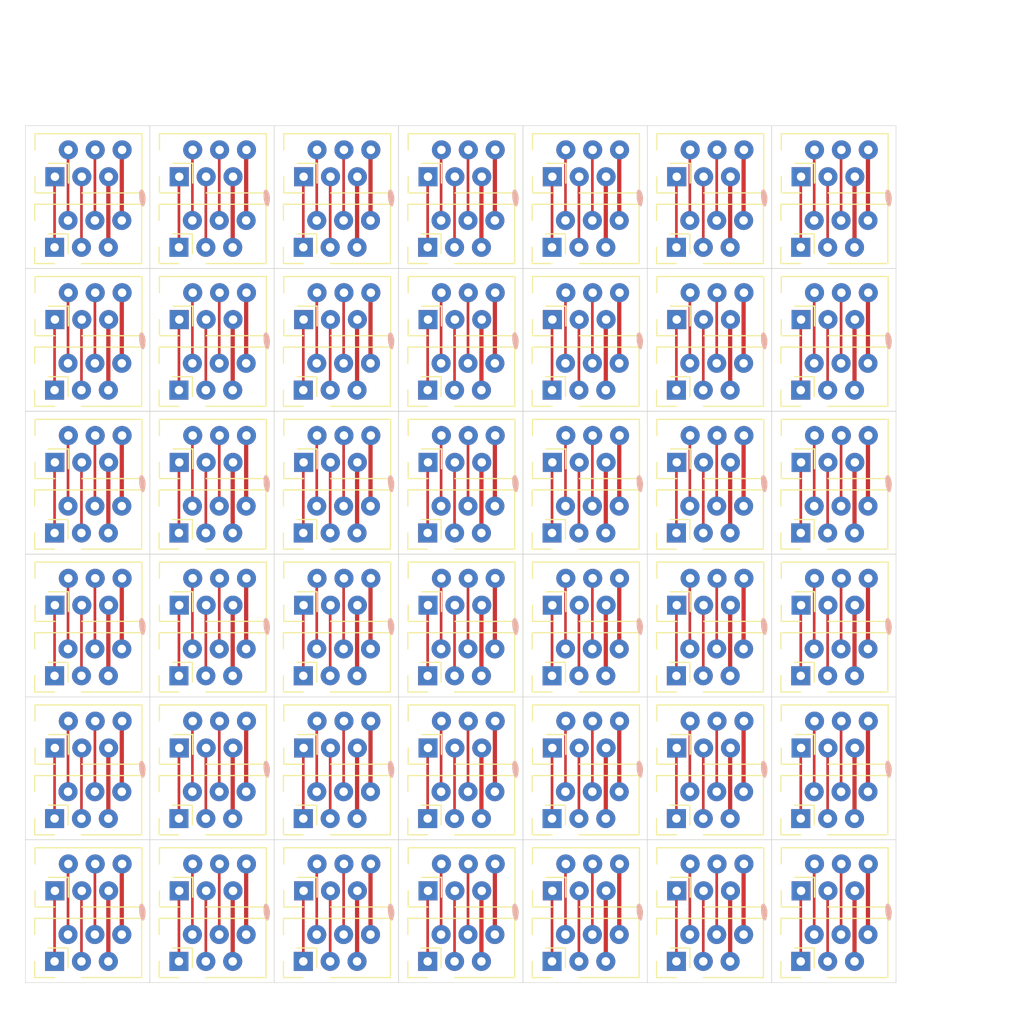
<source format=kicad_pcb>
(kicad_pcb (version 20171130) (host pcbnew 5.1.0-060a0da~80~ubuntu18.04.1)
  (layers (0 F.Cu signal) (31 B.Cu signal) (34 B.Paste user) (35 F.Paste user) (36 B.SilkS user) (37 F.SilkS user) (38 B.Mask user) (39 F.Mask user) (44 Edge.Cuts user))
  (net 0 "")
  (module custom_lib:R1_face_mask_5.5mm (layer B.Cu) (at 157.622 147.764)
    (fp_text reference G*** hide)
    (fp_text value LOGO hide)
  )
  (module custom_lib:R1_face_mask_5.5mm (layer B.Cu) (at 145.872 147.764)
    (fp_text reference G*** hide)
    (fp_text value LOGO hide)
  )
  (module custom_lib:R1_face_mask_5.5mm (layer B.Cu) (at 134.122 147.764)
    (fp_text reference G*** hide)
    (fp_text value LOGO hide)
  )
  (module custom_lib:R1_face_mask_5.5mm (layer B.Cu) (at 122.372 147.764)
    (fp_text reference G*** hide)
    (fp_text value LOGO hide)
  )
  (module custom_lib:R1_face_mask_5.5mm (layer B.Cu) (at 110.622 147.764)
    (fp_text reference G*** hide)
    (fp_text value LOGO hide)
  )
  (module custom_lib:R1_face_mask_5.5mm (layer B.Cu) (at 98.872 147.764)
    (fp_text reference G*** hide)
    (fp_text value LOGO hide)
  )
  (module custom_lib:R1_face_mask_5.5mm (layer B.Cu) (at 87.122 147.764)
    (fp_text reference G*** hide)
    (fp_text value LOGO hide)
  )
  (module custom_lib:R1_face_mask_5.5mm (layer B.Cu) (at 157.622 134.264)
    (fp_text reference G*** hide)
    (fp_text value LOGO hide)
  )
  (module custom_lib:R1_face_mask_5.5mm (layer B.Cu) (at 145.872 134.264)
    (fp_text reference G*** hide)
    (fp_text value LOGO hide)
  )
  (module custom_lib:R1_face_mask_5.5mm (layer B.Cu) (at 134.122 134.264)
    (fp_text reference G*** hide)
    (fp_text value LOGO hide)
  )
  (module custom_lib:R1_face_mask_5.5mm (layer B.Cu) (at 122.372 134.264)
    (fp_text reference G*** hide)
    (fp_text value LOGO hide)
  )
  (module custom_lib:R1_face_mask_5.5mm (layer B.Cu) (at 110.622 134.264)
    (fp_text reference G*** hide)
    (fp_text value LOGO hide)
  )
  (module custom_lib:R1_face_mask_5.5mm (layer B.Cu) (at 98.872 134.264)
    (fp_text reference G*** hide)
    (fp_text value LOGO hide)
  )
  (module custom_lib:R1_face_mask_5.5mm (layer B.Cu) (at 87.122 134.264)
    (fp_text reference G*** hide)
    (fp_text value LOGO hide)
  )
  (module custom_lib:R1_face_mask_5.5mm (layer B.Cu) (at 157.622 120.764)
    (fp_text reference G*** hide)
    (fp_text value LOGO hide)
  )
  (module custom_lib:R1_face_mask_5.5mm (layer B.Cu) (at 145.872 120.764)
    (fp_text reference G*** hide)
    (fp_text value LOGO hide)
  )
  (module custom_lib:R1_face_mask_5.5mm (layer B.Cu) (at 134.122 120.764)
    (fp_text reference G*** hide)
    (fp_text value LOGO hide)
  )
  (module custom_lib:R1_face_mask_5.5mm (layer B.Cu) (at 122.372 120.764)
    (fp_text reference G*** hide)
    (fp_text value LOGO hide)
  )
  (module custom_lib:R1_face_mask_5.5mm (layer B.Cu) (at 110.622 120.764)
    (fp_text reference G*** hide)
    (fp_text value LOGO hide)
  )
  (module custom_lib:R1_face_mask_5.5mm (layer B.Cu) (at 98.872 120.764)
    (fp_text reference G*** hide)
    (fp_text value LOGO hide)
  )
  (module custom_lib:R1_face_mask_5.5mm (layer B.Cu) (at 87.122 120.764)
    (fp_text reference G*** hide)
    (fp_text value LOGO hide)
  )
  (module custom_lib:R1_face_mask_5.5mm (layer B.Cu) (at 157.622 107.264)
    (fp_text reference G*** hide)
    (fp_text value LOGO hide)
  )
  (module custom_lib:R1_face_mask_5.5mm (layer B.Cu) (at 145.872 107.264)
    (fp_text reference G*** hide)
    (fp_text value LOGO hide)
  )
  (module custom_lib:R1_face_mask_5.5mm (layer B.Cu) (at 134.122 107.264)
    (fp_text reference G*** hide)
    (fp_text value LOGO hide)
  )
  (module custom_lib:R1_face_mask_5.5mm (layer B.Cu) (at 122.372 107.264)
    (fp_text reference G*** hide)
    (fp_text value LOGO hide)
  )
  (module custom_lib:R1_face_mask_5.5mm (layer B.Cu) (at 110.622 107.264)
    (fp_text reference G*** hide)
    (fp_text value LOGO hide)
  )
  (module custom_lib:R1_face_mask_5.5mm (layer B.Cu) (at 98.872 107.264)
    (fp_text reference G*** hide)
    (fp_text value LOGO hide)
  )
  (module custom_lib:R1_face_mask_5.5mm (layer B.Cu) (at 87.122 107.264)
    (fp_text reference G*** hide)
    (fp_text value LOGO hide)
  )
  (module custom_lib:R1_face_mask_5.5mm (layer B.Cu) (at 157.622 93.764)
    (fp_text reference G*** hide)
    (fp_text value LOGO hide)
  )
  (module custom_lib:R1_face_mask_5.5mm (layer B.Cu) (at 145.872 93.764)
    (fp_text reference G*** hide)
    (fp_text value LOGO hide)
  )
  (module custom_lib:R1_face_mask_5.5mm (layer B.Cu) (at 134.122 93.764)
    (fp_text reference G*** hide)
    (fp_text value LOGO hide)
  )
  (module custom_lib:R1_face_mask_5.5mm (layer B.Cu) (at 122.372 93.764)
    (fp_text reference G*** hide)
    (fp_text value LOGO hide)
  )
  (module custom_lib:R1_face_mask_5.5mm (layer B.Cu) (at 110.622 93.764)
    (fp_text reference G*** hide)
    (fp_text value LOGO hide)
  )
  (module custom_lib:R1_face_mask_5.5mm (layer B.Cu) (at 98.872 93.764)
    (fp_text reference G*** hide)
    (fp_text value LOGO hide)
  )
  (module custom_lib:R1_face_mask_5.5mm (layer B.Cu) (at 87.122 93.764)
    (fp_text reference G*** hide)
    (fp_text value LOGO hide)
  )
  (module custom_lib:R1_face_mask_5.5mm (layer B.Cu) (at 157.622 80.264)
    (fp_text reference G*** hide)
    (fp_text value LOGO hide)
  )
  (module custom_lib:R1_face_mask_5.5mm (layer B.Cu) (at 145.872 80.264)
    (fp_text reference G*** hide)
    (fp_text value LOGO hide)
  )
  (module custom_lib:R1_face_mask_5.5mm (layer B.Cu) (at 134.122 80.264)
    (fp_text reference G*** hide)
    (fp_text value LOGO hide)
  )
  (module custom_lib:R1_face_mask_5.5mm (layer B.Cu) (at 122.372 80.264)
    (fp_text reference G*** hide)
    (fp_text value LOGO hide)
  )
  (module custom_lib:R1_face_mask_5.5mm (layer B.Cu) (at 110.622 80.264)
    (fp_text reference G*** hide)
    (fp_text value LOGO hide)
  )
  (module custom_lib:R1_face_mask_5.5mm (layer B.Cu) (at 98.872 80.264)
    (fp_text reference G*** hide)
    (fp_text value LOGO hide)
  )
  (module custom_lib:TE-Connectivity_Micro-Match_connector_02x03_Pitch_1.27mm (layer F.Cu) (at 151.4625 145.732 90)
    (fp_text reference REF** hide)
    (fp_text value TE-Connectivity_Micro-Match_connector_02x03_Pitch_1.27mm hide)
    (pad "" np_thru_hole circle (at 1.8 -1.4 90) (size 1.5001 1.5001) (drill 1.5001) (layers *.Cu *.Mask))
    (pad 4 thru_hole circle (at 2.54 3.81 90) (size 1.8 1.8) (drill 0.8001) (layers *.Cu *.Mask))
    (pad 3 thru_hole circle (at 0 2.54 90) (size 1.8 1.8) (drill 0.8001) (layers *.Cu *.Mask))
    (pad 2 thru_hole circle (at 2.54 1.27 90) (size 1.8 1.8) (drill 0.8001) (layers *.Cu *.Mask))
    (pad 1 thru_hole rect (at 0 0 90) (size 1.8 1.8) (drill 0.8001) (layers *.Cu *.Mask))
    (pad 5 thru_hole circle (at 0 5.08 90) (size 1.8 1.8) (drill 0.8001) (layers *.Cu *.Mask))
    (pad 6 thru_hole circle (at 2.54 6.35 90) (size 1.8 1.8) (drill 0.8001) (layers *.Cu *.Mask))
  )
  (module custom_lib:TE-Connectivity_Micro-Match_connector_02x03_Pitch_1.27mm (layer F.Cu) (at 139.7125 145.732 90)
    (fp_text reference REF** hide)
    (fp_text value TE-Connectivity_Micro-Match_connector_02x03_Pitch_1.27mm hide)
    (pad "" np_thru_hole circle (at 1.8 -1.4 90) (size 1.5001 1.5001) (drill 1.5001) (layers *.Cu *.Mask))
    (pad 4 thru_hole circle (at 2.54 3.81 90) (size 1.8 1.8) (drill 0.8001) (layers *.Cu *.Mask))
    (pad 3 thru_hole circle (at 0 2.54 90) (size 1.8 1.8) (drill 0.8001) (layers *.Cu *.Mask))
    (pad 2 thru_hole circle (at 2.54 1.27 90) (size 1.8 1.8) (drill 0.8001) (layers *.Cu *.Mask))
    (pad 1 thru_hole rect (at 0 0 90) (size 1.8 1.8) (drill 0.8001) (layers *.Cu *.Mask))
    (pad 5 thru_hole circle (at 0 5.08 90) (size 1.8 1.8) (drill 0.8001) (layers *.Cu *.Mask))
    (pad 6 thru_hole circle (at 2.54 6.35 90) (size 1.8 1.8) (drill 0.8001) (layers *.Cu *.Mask))
  )
  (module custom_lib:TE-Connectivity_Micro-Match_connector_02x03_Pitch_1.27mm (layer F.Cu) (at 127.9625 145.732 90)
    (fp_text reference REF** hide)
    (fp_text value TE-Connectivity_Micro-Match_connector_02x03_Pitch_1.27mm hide)
    (pad "" np_thru_hole circle (at 1.8 -1.4 90) (size 1.5001 1.5001) (drill 1.5001) (layers *.Cu *.Mask))
    (pad 4 thru_hole circle (at 2.54 3.81 90) (size 1.8 1.8) (drill 0.8001) (layers *.Cu *.Mask))
    (pad 3 thru_hole circle (at 0 2.54 90) (size 1.8 1.8) (drill 0.8001) (layers *.Cu *.Mask))
    (pad 2 thru_hole circle (at 2.54 1.27 90) (size 1.8 1.8) (drill 0.8001) (layers *.Cu *.Mask))
    (pad 1 thru_hole rect (at 0 0 90) (size 1.8 1.8) (drill 0.8001) (layers *.Cu *.Mask))
    (pad 5 thru_hole circle (at 0 5.08 90) (size 1.8 1.8) (drill 0.8001) (layers *.Cu *.Mask))
    (pad 6 thru_hole circle (at 2.54 6.35 90) (size 1.8 1.8) (drill 0.8001) (layers *.Cu *.Mask))
  )
  (module custom_lib:TE-Connectivity_Micro-Match_connector_02x03_Pitch_1.27mm (layer F.Cu) (at 116.2125 145.732 90)
    (fp_text reference REF** hide)
    (fp_text value TE-Connectivity_Micro-Match_connector_02x03_Pitch_1.27mm hide)
    (pad "" np_thru_hole circle (at 1.8 -1.4 90) (size 1.5001 1.5001) (drill 1.5001) (layers *.Cu *.Mask))
    (pad 4 thru_hole circle (at 2.54 3.81 90) (size 1.8 1.8) (drill 0.8001) (layers *.Cu *.Mask))
    (pad 3 thru_hole circle (at 0 2.54 90) (size 1.8 1.8) (drill 0.8001) (layers *.Cu *.Mask))
    (pad 2 thru_hole circle (at 2.54 1.27 90) (size 1.8 1.8) (drill 0.8001) (layers *.Cu *.Mask))
    (pad 1 thru_hole rect (at 0 0 90) (size 1.8 1.8) (drill 0.8001) (layers *.Cu *.Mask))
    (pad 5 thru_hole circle (at 0 5.08 90) (size 1.8 1.8) (drill 0.8001) (layers *.Cu *.Mask))
    (pad 6 thru_hole circle (at 2.54 6.35 90) (size 1.8 1.8) (drill 0.8001) (layers *.Cu *.Mask))
  )
  (module custom_lib:TE-Connectivity_Micro-Match_connector_02x03_Pitch_1.27mm (layer F.Cu) (at 104.4625 145.732 90)
    (fp_text reference REF** hide)
    (fp_text value TE-Connectivity_Micro-Match_connector_02x03_Pitch_1.27mm hide)
    (pad "" np_thru_hole circle (at 1.8 -1.4 90) (size 1.5001 1.5001) (drill 1.5001) (layers *.Cu *.Mask))
    (pad 4 thru_hole circle (at 2.54 3.81 90) (size 1.8 1.8) (drill 0.8001) (layers *.Cu *.Mask))
    (pad 3 thru_hole circle (at 0 2.54 90) (size 1.8 1.8) (drill 0.8001) (layers *.Cu *.Mask))
    (pad 2 thru_hole circle (at 2.54 1.27 90) (size 1.8 1.8) (drill 0.8001) (layers *.Cu *.Mask))
    (pad 1 thru_hole rect (at 0 0 90) (size 1.8 1.8) (drill 0.8001) (layers *.Cu *.Mask))
    (pad 5 thru_hole circle (at 0 5.08 90) (size 1.8 1.8) (drill 0.8001) (layers *.Cu *.Mask))
    (pad 6 thru_hole circle (at 2.54 6.35 90) (size 1.8 1.8) (drill 0.8001) (layers *.Cu *.Mask))
  )
  (module custom_lib:TE-Connectivity_Micro-Match_connector_02x03_Pitch_1.27mm (layer F.Cu) (at 92.7125 145.732 90)
    (fp_text reference REF** hide)
    (fp_text value TE-Connectivity_Micro-Match_connector_02x03_Pitch_1.27mm hide)
    (pad "" np_thru_hole circle (at 1.8 -1.4 90) (size 1.5001 1.5001) (drill 1.5001) (layers *.Cu *.Mask))
    (pad 4 thru_hole circle (at 2.54 3.81 90) (size 1.8 1.8) (drill 0.8001) (layers *.Cu *.Mask))
    (pad 3 thru_hole circle (at 0 2.54 90) (size 1.8 1.8) (drill 0.8001) (layers *.Cu *.Mask))
    (pad 2 thru_hole circle (at 2.54 1.27 90) (size 1.8 1.8) (drill 0.8001) (layers *.Cu *.Mask))
    (pad 1 thru_hole rect (at 0 0 90) (size 1.8 1.8) (drill 0.8001) (layers *.Cu *.Mask))
    (pad 5 thru_hole circle (at 0 5.08 90) (size 1.8 1.8) (drill 0.8001) (layers *.Cu *.Mask))
    (pad 6 thru_hole circle (at 2.54 6.35 90) (size 1.8 1.8) (drill 0.8001) (layers *.Cu *.Mask))
  )
  (module custom_lib:TE-Connectivity_Micro-Match_connector_02x03_Pitch_1.27mm (layer F.Cu) (at 80.9625 145.732 90)
    (fp_text reference REF** hide)
    (fp_text value TE-Connectivity_Micro-Match_connector_02x03_Pitch_1.27mm hide)
    (pad "" np_thru_hole circle (at 1.8 -1.4 90) (size 1.5001 1.5001) (drill 1.5001) (layers *.Cu *.Mask))
    (pad 4 thru_hole circle (at 2.54 3.81 90) (size 1.8 1.8) (drill 0.8001) (layers *.Cu *.Mask))
    (pad 3 thru_hole circle (at 0 2.54 90) (size 1.8 1.8) (drill 0.8001) (layers *.Cu *.Mask))
    (pad 2 thru_hole circle (at 2.54 1.27 90) (size 1.8 1.8) (drill 0.8001) (layers *.Cu *.Mask))
    (pad 1 thru_hole rect (at 0 0 90) (size 1.8 1.8) (drill 0.8001) (layers *.Cu *.Mask))
    (pad 5 thru_hole circle (at 0 5.08 90) (size 1.8 1.8) (drill 0.8001) (layers *.Cu *.Mask))
    (pad 6 thru_hole circle (at 2.54 6.35 90) (size 1.8 1.8) (drill 0.8001) (layers *.Cu *.Mask))
  )
  (module custom_lib:TE-Connectivity_Micro-Match_connector_02x03_Pitch_1.27mm (layer F.Cu) (at 151.4625 132.232 90)
    (fp_text reference REF** hide)
    (fp_text value TE-Connectivity_Micro-Match_connector_02x03_Pitch_1.27mm hide)
    (pad "" np_thru_hole circle (at 1.8 -1.4 90) (size 1.5001 1.5001) (drill 1.5001) (layers *.Cu *.Mask))
    (pad 4 thru_hole circle (at 2.54 3.81 90) (size 1.8 1.8) (drill 0.8001) (layers *.Cu *.Mask))
    (pad 3 thru_hole circle (at 0 2.54 90) (size 1.8 1.8) (drill 0.8001) (layers *.Cu *.Mask))
    (pad 2 thru_hole circle (at 2.54 1.27 90) (size 1.8 1.8) (drill 0.8001) (layers *.Cu *.Mask))
    (pad 1 thru_hole rect (at 0 0 90) (size 1.8 1.8) (drill 0.8001) (layers *.Cu *.Mask))
    (pad 5 thru_hole circle (at 0 5.08 90) (size 1.8 1.8) (drill 0.8001) (layers *.Cu *.Mask))
    (pad 6 thru_hole circle (at 2.54 6.35 90) (size 1.8 1.8) (drill 0.8001) (layers *.Cu *.Mask))
  )
  (module custom_lib:TE-Connectivity_Micro-Match_connector_02x03_Pitch_1.27mm (layer F.Cu) (at 139.7125 132.232 90)
    (fp_text reference REF** hide)
    (fp_text value TE-Connectivity_Micro-Match_connector_02x03_Pitch_1.27mm hide)
    (pad "" np_thru_hole circle (at 1.8 -1.4 90) (size 1.5001 1.5001) (drill 1.5001) (layers *.Cu *.Mask))
    (pad 4 thru_hole circle (at 2.54 3.81 90) (size 1.8 1.8) (drill 0.8001) (layers *.Cu *.Mask))
    (pad 3 thru_hole circle (at 0 2.54 90) (size 1.8 1.8) (drill 0.8001) (layers *.Cu *.Mask))
    (pad 2 thru_hole circle (at 2.54 1.27 90) (size 1.8 1.8) (drill 0.8001) (layers *.Cu *.Mask))
    (pad 1 thru_hole rect (at 0 0 90) (size 1.8 1.8) (drill 0.8001) (layers *.Cu *.Mask))
    (pad 5 thru_hole circle (at 0 5.08 90) (size 1.8 1.8) (drill 0.8001) (layers *.Cu *.Mask))
    (pad 6 thru_hole circle (at 2.54 6.35 90) (size 1.8 1.8) (drill 0.8001) (layers *.Cu *.Mask))
  )
  (module custom_lib:TE-Connectivity_Micro-Match_connector_02x03_Pitch_1.27mm (layer F.Cu) (at 127.9625 132.232 90)
    (fp_text reference REF** hide)
    (fp_text value TE-Connectivity_Micro-Match_connector_02x03_Pitch_1.27mm hide)
    (pad "" np_thru_hole circle (at 1.8 -1.4 90) (size 1.5001 1.5001) (drill 1.5001) (layers *.Cu *.Mask))
    (pad 4 thru_hole circle (at 2.54 3.81 90) (size 1.8 1.8) (drill 0.8001) (layers *.Cu *.Mask))
    (pad 3 thru_hole circle (at 0 2.54 90) (size 1.8 1.8) (drill 0.8001) (layers *.Cu *.Mask))
    (pad 2 thru_hole circle (at 2.54 1.27 90) (size 1.8 1.8) (drill 0.8001) (layers *.Cu *.Mask))
    (pad 1 thru_hole rect (at 0 0 90) (size 1.8 1.8) (drill 0.8001) (layers *.Cu *.Mask))
    (pad 5 thru_hole circle (at 0 5.08 90) (size 1.8 1.8) (drill 0.8001) (layers *.Cu *.Mask))
    (pad 6 thru_hole circle (at 2.54 6.35 90) (size 1.8 1.8) (drill 0.8001) (layers *.Cu *.Mask))
  )
  (module custom_lib:TE-Connectivity_Micro-Match_connector_02x03_Pitch_1.27mm (layer F.Cu) (at 116.2125 132.232 90)
    (fp_text reference REF** hide)
    (fp_text value TE-Connectivity_Micro-Match_connector_02x03_Pitch_1.27mm hide)
    (pad "" np_thru_hole circle (at 1.8 -1.4 90) (size 1.5001 1.5001) (drill 1.5001) (layers *.Cu *.Mask))
    (pad 4 thru_hole circle (at 2.54 3.81 90) (size 1.8 1.8) (drill 0.8001) (layers *.Cu *.Mask))
    (pad 3 thru_hole circle (at 0 2.54 90) (size 1.8 1.8) (drill 0.8001) (layers *.Cu *.Mask))
    (pad 2 thru_hole circle (at 2.54 1.27 90) (size 1.8 1.8) (drill 0.8001) (layers *.Cu *.Mask))
    (pad 1 thru_hole rect (at 0 0 90) (size 1.8 1.8) (drill 0.8001) (layers *.Cu *.Mask))
    (pad 5 thru_hole circle (at 0 5.08 90) (size 1.8 1.8) (drill 0.8001) (layers *.Cu *.Mask))
    (pad 6 thru_hole circle (at 2.54 6.35 90) (size 1.8 1.8) (drill 0.8001) (layers *.Cu *.Mask))
  )
  (module custom_lib:TE-Connectivity_Micro-Match_connector_02x03_Pitch_1.27mm (layer F.Cu) (at 104.4625 132.232 90)
    (fp_text reference REF** hide)
    (fp_text value TE-Connectivity_Micro-Match_connector_02x03_Pitch_1.27mm hide)
    (pad "" np_thru_hole circle (at 1.8 -1.4 90) (size 1.5001 1.5001) (drill 1.5001) (layers *.Cu *.Mask))
    (pad 4 thru_hole circle (at 2.54 3.81 90) (size 1.8 1.8) (drill 0.8001) (layers *.Cu *.Mask))
    (pad 3 thru_hole circle (at 0 2.54 90) (size 1.8 1.8) (drill 0.8001) (layers *.Cu *.Mask))
    (pad 2 thru_hole circle (at 2.54 1.27 90) (size 1.8 1.8) (drill 0.8001) (layers *.Cu *.Mask))
    (pad 1 thru_hole rect (at 0 0 90) (size 1.8 1.8) (drill 0.8001) (layers *.Cu *.Mask))
    (pad 5 thru_hole circle (at 0 5.08 90) (size 1.8 1.8) (drill 0.8001) (layers *.Cu *.Mask))
    (pad 6 thru_hole circle (at 2.54 6.35 90) (size 1.8 1.8) (drill 0.8001) (layers *.Cu *.Mask))
  )
  (module custom_lib:TE-Connectivity_Micro-Match_connector_02x03_Pitch_1.27mm (layer F.Cu) (at 92.7125 132.232 90)
    (fp_text reference REF** hide)
    (fp_text value TE-Connectivity_Micro-Match_connector_02x03_Pitch_1.27mm hide)
    (pad "" np_thru_hole circle (at 1.8 -1.4 90) (size 1.5001 1.5001) (drill 1.5001) (layers *.Cu *.Mask))
    (pad 4 thru_hole circle (at 2.54 3.81 90) (size 1.8 1.8) (drill 0.8001) (layers *.Cu *.Mask))
    (pad 3 thru_hole circle (at 0 2.54 90) (size 1.8 1.8) (drill 0.8001) (layers *.Cu *.Mask))
    (pad 2 thru_hole circle (at 2.54 1.27 90) (size 1.8 1.8) (drill 0.8001) (layers *.Cu *.Mask))
    (pad 1 thru_hole rect (at 0 0 90) (size 1.8 1.8) (drill 0.8001) (layers *.Cu *.Mask))
    (pad 5 thru_hole circle (at 0 5.08 90) (size 1.8 1.8) (drill 0.8001) (layers *.Cu *.Mask))
    (pad 6 thru_hole circle (at 2.54 6.35 90) (size 1.8 1.8) (drill 0.8001) (layers *.Cu *.Mask))
  )
  (module custom_lib:TE-Connectivity_Micro-Match_connector_02x03_Pitch_1.27mm (layer F.Cu) (at 80.9625 132.232 90)
    (fp_text reference REF** hide)
    (fp_text value TE-Connectivity_Micro-Match_connector_02x03_Pitch_1.27mm hide)
    (pad "" np_thru_hole circle (at 1.8 -1.4 90) (size 1.5001 1.5001) (drill 1.5001) (layers *.Cu *.Mask))
    (pad 4 thru_hole circle (at 2.54 3.81 90) (size 1.8 1.8) (drill 0.8001) (layers *.Cu *.Mask))
    (pad 3 thru_hole circle (at 0 2.54 90) (size 1.8 1.8) (drill 0.8001) (layers *.Cu *.Mask))
    (pad 2 thru_hole circle (at 2.54 1.27 90) (size 1.8 1.8) (drill 0.8001) (layers *.Cu *.Mask))
    (pad 1 thru_hole rect (at 0 0 90) (size 1.8 1.8) (drill 0.8001) (layers *.Cu *.Mask))
    (pad 5 thru_hole circle (at 0 5.08 90) (size 1.8 1.8) (drill 0.8001) (layers *.Cu *.Mask))
    (pad 6 thru_hole circle (at 2.54 6.35 90) (size 1.8 1.8) (drill 0.8001) (layers *.Cu *.Mask))
  )
  (module custom_lib:TE-Connectivity_Micro-Match_connector_02x03_Pitch_1.27mm (layer F.Cu) (at 151.4625 118.732 90)
    (fp_text reference REF** hide)
    (fp_text value TE-Connectivity_Micro-Match_connector_02x03_Pitch_1.27mm hide)
    (pad "" np_thru_hole circle (at 1.8 -1.4 90) (size 1.5001 1.5001) (drill 1.5001) (layers *.Cu *.Mask))
    (pad 4 thru_hole circle (at 2.54 3.81 90) (size 1.8 1.8) (drill 0.8001) (layers *.Cu *.Mask))
    (pad 3 thru_hole circle (at 0 2.54 90) (size 1.8 1.8) (drill 0.8001) (layers *.Cu *.Mask))
    (pad 2 thru_hole circle (at 2.54 1.27 90) (size 1.8 1.8) (drill 0.8001) (layers *.Cu *.Mask))
    (pad 1 thru_hole rect (at 0 0 90) (size 1.8 1.8) (drill 0.8001) (layers *.Cu *.Mask))
    (pad 5 thru_hole circle (at 0 5.08 90) (size 1.8 1.8) (drill 0.8001) (layers *.Cu *.Mask))
    (pad 6 thru_hole circle (at 2.54 6.35 90) (size 1.8 1.8) (drill 0.8001) (layers *.Cu *.Mask))
  )
  (module custom_lib:TE-Connectivity_Micro-Match_connector_02x03_Pitch_1.27mm (layer F.Cu) (at 139.7125 118.732 90)
    (fp_text reference REF** hide)
    (fp_text value TE-Connectivity_Micro-Match_connector_02x03_Pitch_1.27mm hide)
    (pad "" np_thru_hole circle (at 1.8 -1.4 90) (size 1.5001 1.5001) (drill 1.5001) (layers *.Cu *.Mask))
    (pad 4 thru_hole circle (at 2.54 3.81 90) (size 1.8 1.8) (drill 0.8001) (layers *.Cu *.Mask))
    (pad 3 thru_hole circle (at 0 2.54 90) (size 1.8 1.8) (drill 0.8001) (layers *.Cu *.Mask))
    (pad 2 thru_hole circle (at 2.54 1.27 90) (size 1.8 1.8) (drill 0.8001) (layers *.Cu *.Mask))
    (pad 1 thru_hole rect (at 0 0 90) (size 1.8 1.8) (drill 0.8001) (layers *.Cu *.Mask))
    (pad 5 thru_hole circle (at 0 5.08 90) (size 1.8 1.8) (drill 0.8001) (layers *.Cu *.Mask))
    (pad 6 thru_hole circle (at 2.54 6.35 90) (size 1.8 1.8) (drill 0.8001) (layers *.Cu *.Mask))
  )
  (module custom_lib:TE-Connectivity_Micro-Match_connector_02x03_Pitch_1.27mm (layer F.Cu) (at 127.9625 118.732 90)
    (fp_text reference REF** hide)
    (fp_text value TE-Connectivity_Micro-Match_connector_02x03_Pitch_1.27mm hide)
    (pad "" np_thru_hole circle (at 1.8 -1.4 90) (size 1.5001 1.5001) (drill 1.5001) (layers *.Cu *.Mask))
    (pad 4 thru_hole circle (at 2.54 3.81 90) (size 1.8 1.8) (drill 0.8001) (layers *.Cu *.Mask))
    (pad 3 thru_hole circle (at 0 2.54 90) (size 1.8 1.8) (drill 0.8001) (layers *.Cu *.Mask))
    (pad 2 thru_hole circle (at 2.54 1.27 90) (size 1.8 1.8) (drill 0.8001) (layers *.Cu *.Mask))
    (pad 1 thru_hole rect (at 0 0 90) (size 1.8 1.8) (drill 0.8001) (layers *.Cu *.Mask))
    (pad 5 thru_hole circle (at 0 5.08 90) (size 1.8 1.8) (drill 0.8001) (layers *.Cu *.Mask))
    (pad 6 thru_hole circle (at 2.54 6.35 90) (size 1.8 1.8) (drill 0.8001) (layers *.Cu *.Mask))
  )
  (module custom_lib:TE-Connectivity_Micro-Match_connector_02x03_Pitch_1.27mm (layer F.Cu) (at 116.2125 118.732 90)
    (fp_text reference REF** hide)
    (fp_text value TE-Connectivity_Micro-Match_connector_02x03_Pitch_1.27mm hide)
    (pad "" np_thru_hole circle (at 1.8 -1.4 90) (size 1.5001 1.5001) (drill 1.5001) (layers *.Cu *.Mask))
    (pad 4 thru_hole circle (at 2.54 3.81 90) (size 1.8 1.8) (drill 0.8001) (layers *.Cu *.Mask))
    (pad 3 thru_hole circle (at 0 2.54 90) (size 1.8 1.8) (drill 0.8001) (layers *.Cu *.Mask))
    (pad 2 thru_hole circle (at 2.54 1.27 90) (size 1.8 1.8) (drill 0.8001) (layers *.Cu *.Mask))
    (pad 1 thru_hole rect (at 0 0 90) (size 1.8 1.8) (drill 0.8001) (layers *.Cu *.Mask))
    (pad 5 thru_hole circle (at 0 5.08 90) (size 1.8 1.8) (drill 0.8001) (layers *.Cu *.Mask))
    (pad 6 thru_hole circle (at 2.54 6.35 90) (size 1.8 1.8) (drill 0.8001) (layers *.Cu *.Mask))
  )
  (module custom_lib:TE-Connectivity_Micro-Match_connector_02x03_Pitch_1.27mm (layer F.Cu) (at 104.4625 118.732 90)
    (fp_text reference REF** hide)
    (fp_text value TE-Connectivity_Micro-Match_connector_02x03_Pitch_1.27mm hide)
    (pad "" np_thru_hole circle (at 1.8 -1.4 90) (size 1.5001 1.5001) (drill 1.5001) (layers *.Cu *.Mask))
    (pad 4 thru_hole circle (at 2.54 3.81 90) (size 1.8 1.8) (drill 0.8001) (layers *.Cu *.Mask))
    (pad 3 thru_hole circle (at 0 2.54 90) (size 1.8 1.8) (drill 0.8001) (layers *.Cu *.Mask))
    (pad 2 thru_hole circle (at 2.54 1.27 90) (size 1.8 1.8) (drill 0.8001) (layers *.Cu *.Mask))
    (pad 1 thru_hole rect (at 0 0 90) (size 1.8 1.8) (drill 0.8001) (layers *.Cu *.Mask))
    (pad 5 thru_hole circle (at 0 5.08 90) (size 1.8 1.8) (drill 0.8001) (layers *.Cu *.Mask))
    (pad 6 thru_hole circle (at 2.54 6.35 90) (size 1.8 1.8) (drill 0.8001) (layers *.Cu *.Mask))
  )
  (module custom_lib:TE-Connectivity_Micro-Match_connector_02x03_Pitch_1.27mm (layer F.Cu) (at 92.7125 118.732 90)
    (fp_text reference REF** hide)
    (fp_text value TE-Connectivity_Micro-Match_connector_02x03_Pitch_1.27mm hide)
    (pad "" np_thru_hole circle (at 1.8 -1.4 90) (size 1.5001 1.5001) (drill 1.5001) (layers *.Cu *.Mask))
    (pad 4 thru_hole circle (at 2.54 3.81 90) (size 1.8 1.8) (drill 0.8001) (layers *.Cu *.Mask))
    (pad 3 thru_hole circle (at 0 2.54 90) (size 1.8 1.8) (drill 0.8001) (layers *.Cu *.Mask))
    (pad 2 thru_hole circle (at 2.54 1.27 90) (size 1.8 1.8) (drill 0.8001) (layers *.Cu *.Mask))
    (pad 1 thru_hole rect (at 0 0 90) (size 1.8 1.8) (drill 0.8001) (layers *.Cu *.Mask))
    (pad 5 thru_hole circle (at 0 5.08 90) (size 1.8 1.8) (drill 0.8001) (layers *.Cu *.Mask))
    (pad 6 thru_hole circle (at 2.54 6.35 90) (size 1.8 1.8) (drill 0.8001) (layers *.Cu *.Mask))
  )
  (module custom_lib:TE-Connectivity_Micro-Match_connector_02x03_Pitch_1.27mm (layer F.Cu) (at 80.9625 118.732 90)
    (fp_text reference REF** hide)
    (fp_text value TE-Connectivity_Micro-Match_connector_02x03_Pitch_1.27mm hide)
    (pad "" np_thru_hole circle (at 1.8 -1.4 90) (size 1.5001 1.5001) (drill 1.5001) (layers *.Cu *.Mask))
    (pad 4 thru_hole circle (at 2.54 3.81 90) (size 1.8 1.8) (drill 0.8001) (layers *.Cu *.Mask))
    (pad 3 thru_hole circle (at 0 2.54 90) (size 1.8 1.8) (drill 0.8001) (layers *.Cu *.Mask))
    (pad 2 thru_hole circle (at 2.54 1.27 90) (size 1.8 1.8) (drill 0.8001) (layers *.Cu *.Mask))
    (pad 1 thru_hole rect (at 0 0 90) (size 1.8 1.8) (drill 0.8001) (layers *.Cu *.Mask))
    (pad 5 thru_hole circle (at 0 5.08 90) (size 1.8 1.8) (drill 0.8001) (layers *.Cu *.Mask))
    (pad 6 thru_hole circle (at 2.54 6.35 90) (size 1.8 1.8) (drill 0.8001) (layers *.Cu *.Mask))
  )
  (module custom_lib:TE-Connectivity_Micro-Match_connector_02x03_Pitch_1.27mm (layer F.Cu) (at 151.4625 105.232 90)
    (fp_text reference REF** hide)
    (fp_text value TE-Connectivity_Micro-Match_connector_02x03_Pitch_1.27mm hide)
    (pad "" np_thru_hole circle (at 1.8 -1.4 90) (size 1.5001 1.5001) (drill 1.5001) (layers *.Cu *.Mask))
    (pad 4 thru_hole circle (at 2.54 3.81 90) (size 1.8 1.8) (drill 0.8001) (layers *.Cu *.Mask))
    (pad 3 thru_hole circle (at 0 2.54 90) (size 1.8 1.8) (drill 0.8001) (layers *.Cu *.Mask))
    (pad 2 thru_hole circle (at 2.54 1.27 90) (size 1.8 1.8) (drill 0.8001) (layers *.Cu *.Mask))
    (pad 1 thru_hole rect (at 0 0 90) (size 1.8 1.8) (drill 0.8001) (layers *.Cu *.Mask))
    (pad 5 thru_hole circle (at 0 5.08 90) (size 1.8 1.8) (drill 0.8001) (layers *.Cu *.Mask))
    (pad 6 thru_hole circle (at 2.54 6.35 90) (size 1.8 1.8) (drill 0.8001) (layers *.Cu *.Mask))
  )
  (module custom_lib:TE-Connectivity_Micro-Match_connector_02x03_Pitch_1.27mm (layer F.Cu) (at 139.7125 105.232 90)
    (fp_text reference REF** hide)
    (fp_text value TE-Connectivity_Micro-Match_connector_02x03_Pitch_1.27mm hide)
    (pad "" np_thru_hole circle (at 1.8 -1.4 90) (size 1.5001 1.5001) (drill 1.5001) (layers *.Cu *.Mask))
    (pad 4 thru_hole circle (at 2.54 3.81 90) (size 1.8 1.8) (drill 0.8001) (layers *.Cu *.Mask))
    (pad 3 thru_hole circle (at 0 2.54 90) (size 1.8 1.8) (drill 0.8001) (layers *.Cu *.Mask))
    (pad 2 thru_hole circle (at 2.54 1.27 90) (size 1.8 1.8) (drill 0.8001) (layers *.Cu *.Mask))
    (pad 1 thru_hole rect (at 0 0 90) (size 1.8 1.8) (drill 0.8001) (layers *.Cu *.Mask))
    (pad 5 thru_hole circle (at 0 5.08 90) (size 1.8 1.8) (drill 0.8001) (layers *.Cu *.Mask))
    (pad 6 thru_hole circle (at 2.54 6.35 90) (size 1.8 1.8) (drill 0.8001) (layers *.Cu *.Mask))
  )
  (module custom_lib:TE-Connectivity_Micro-Match_connector_02x03_Pitch_1.27mm (layer F.Cu) (at 127.9625 105.232 90)
    (fp_text reference REF** hide)
    (fp_text value TE-Connectivity_Micro-Match_connector_02x03_Pitch_1.27mm hide)
    (pad "" np_thru_hole circle (at 1.8 -1.4 90) (size 1.5001 1.5001) (drill 1.5001) (layers *.Cu *.Mask))
    (pad 4 thru_hole circle (at 2.54 3.81 90) (size 1.8 1.8) (drill 0.8001) (layers *.Cu *.Mask))
    (pad 3 thru_hole circle (at 0 2.54 90) (size 1.8 1.8) (drill 0.8001) (layers *.Cu *.Mask))
    (pad 2 thru_hole circle (at 2.54 1.27 90) (size 1.8 1.8) (drill 0.8001) (layers *.Cu *.Mask))
    (pad 1 thru_hole rect (at 0 0 90) (size 1.8 1.8) (drill 0.8001) (layers *.Cu *.Mask))
    (pad 5 thru_hole circle (at 0 5.08 90) (size 1.8 1.8) (drill 0.8001) (layers *.Cu *.Mask))
    (pad 6 thru_hole circle (at 2.54 6.35 90) (size 1.8 1.8) (drill 0.8001) (layers *.Cu *.Mask))
  )
  (module custom_lib:TE-Connectivity_Micro-Match_connector_02x03_Pitch_1.27mm (layer F.Cu) (at 116.2125 105.232 90)
    (fp_text reference REF** hide)
    (fp_text value TE-Connectivity_Micro-Match_connector_02x03_Pitch_1.27mm hide)
    (pad "" np_thru_hole circle (at 1.8 -1.4 90) (size 1.5001 1.5001) (drill 1.5001) (layers *.Cu *.Mask))
    (pad 4 thru_hole circle (at 2.54 3.81 90) (size 1.8 1.8) (drill 0.8001) (layers *.Cu *.Mask))
    (pad 3 thru_hole circle (at 0 2.54 90) (size 1.8 1.8) (drill 0.8001) (layers *.Cu *.Mask))
    (pad 2 thru_hole circle (at 2.54 1.27 90) (size 1.8 1.8) (drill 0.8001) (layers *.Cu *.Mask))
    (pad 1 thru_hole rect (at 0 0 90) (size 1.8 1.8) (drill 0.8001) (layers *.Cu *.Mask))
    (pad 5 thru_hole circle (at 0 5.08 90) (size 1.8 1.8) (drill 0.8001) (layers *.Cu *.Mask))
    (pad 6 thru_hole circle (at 2.54 6.35 90) (size 1.8 1.8) (drill 0.8001) (layers *.Cu *.Mask))
  )
  (module custom_lib:TE-Connectivity_Micro-Match_connector_02x03_Pitch_1.27mm (layer F.Cu) (at 104.4625 105.232 90)
    (fp_text reference REF** hide)
    (fp_text value TE-Connectivity_Micro-Match_connector_02x03_Pitch_1.27mm hide)
    (pad "" np_thru_hole circle (at 1.8 -1.4 90) (size 1.5001 1.5001) (drill 1.5001) (layers *.Cu *.Mask))
    (pad 4 thru_hole circle (at 2.54 3.81 90) (size 1.8 1.8) (drill 0.8001) (layers *.Cu *.Mask))
    (pad 3 thru_hole circle (at 0 2.54 90) (size 1.8 1.8) (drill 0.8001) (layers *.Cu *.Mask))
    (pad 2 thru_hole circle (at 2.54 1.27 90) (size 1.8 1.8) (drill 0.8001) (layers *.Cu *.Mask))
    (pad 1 thru_hole rect (at 0 0 90) (size 1.8 1.8) (drill 0.8001) (layers *.Cu *.Mask))
    (pad 5 thru_hole circle (at 0 5.08 90) (size 1.8 1.8) (drill 0.8001) (layers *.Cu *.Mask))
    (pad 6 thru_hole circle (at 2.54 6.35 90) (size 1.8 1.8) (drill 0.8001) (layers *.Cu *.Mask))
  )
  (module custom_lib:TE-Connectivity_Micro-Match_connector_02x03_Pitch_1.27mm (layer F.Cu) (at 92.7125 105.232 90)
    (fp_text reference REF** hide)
    (fp_text value TE-Connectivity_Micro-Match_connector_02x03_Pitch_1.27mm hide)
    (pad "" np_thru_hole circle (at 1.8 -1.4 90) (size 1.5001 1.5001) (drill 1.5001) (layers *.Cu *.Mask))
    (pad 4 thru_hole circle (at 2.54 3.81 90) (size 1.8 1.8) (drill 0.8001) (layers *.Cu *.Mask))
    (pad 3 thru_hole circle (at 0 2.54 90) (size 1.8 1.8) (drill 0.8001) (layers *.Cu *.Mask))
    (pad 2 thru_hole circle (at 2.54 1.27 90) (size 1.8 1.8) (drill 0.8001) (layers *.Cu *.Mask))
    (pad 1 thru_hole rect (at 0 0 90) (size 1.8 1.8) (drill 0.8001) (layers *.Cu *.Mask))
    (pad 5 thru_hole circle (at 0 5.08 90) (size 1.8 1.8) (drill 0.8001) (layers *.Cu *.Mask))
    (pad 6 thru_hole circle (at 2.54 6.35 90) (size 1.8 1.8) (drill 0.8001) (layers *.Cu *.Mask))
  )
  (module custom_lib:TE-Connectivity_Micro-Match_connector_02x03_Pitch_1.27mm (layer F.Cu) (at 80.9625 105.232 90)
    (fp_text reference REF** hide)
    (fp_text value TE-Connectivity_Micro-Match_connector_02x03_Pitch_1.27mm hide)
    (pad "" np_thru_hole circle (at 1.8 -1.4 90) (size 1.5001 1.5001) (drill 1.5001) (layers *.Cu *.Mask))
    (pad 4 thru_hole circle (at 2.54 3.81 90) (size 1.8 1.8) (drill 0.8001) (layers *.Cu *.Mask))
    (pad 3 thru_hole circle (at 0 2.54 90) (size 1.8 1.8) (drill 0.8001) (layers *.Cu *.Mask))
    (pad 2 thru_hole circle (at 2.54 1.27 90) (size 1.8 1.8) (drill 0.8001) (layers *.Cu *.Mask))
    (pad 1 thru_hole rect (at 0 0 90) (size 1.8 1.8) (drill 0.8001) (layers *.Cu *.Mask))
    (pad 5 thru_hole circle (at 0 5.08 90) (size 1.8 1.8) (drill 0.8001) (layers *.Cu *.Mask))
    (pad 6 thru_hole circle (at 2.54 6.35 90) (size 1.8 1.8) (drill 0.8001) (layers *.Cu *.Mask))
  )
  (module custom_lib:TE-Connectivity_Micro-Match_connector_02x03_Pitch_1.27mm (layer F.Cu) (at 151.4625 91.732 90)
    (fp_text reference REF** hide)
    (fp_text value TE-Connectivity_Micro-Match_connector_02x03_Pitch_1.27mm hide)
    (pad "" np_thru_hole circle (at 1.8 -1.4 90) (size 1.5001 1.5001) (drill 1.5001) (layers *.Cu *.Mask))
    (pad 4 thru_hole circle (at 2.54 3.81 90) (size 1.8 1.8) (drill 0.8001) (layers *.Cu *.Mask))
    (pad 3 thru_hole circle (at 0 2.54 90) (size 1.8 1.8) (drill 0.8001) (layers *.Cu *.Mask))
    (pad 2 thru_hole circle (at 2.54 1.27 90) (size 1.8 1.8) (drill 0.8001) (layers *.Cu *.Mask))
    (pad 1 thru_hole rect (at 0 0 90) (size 1.8 1.8) (drill 0.8001) (layers *.Cu *.Mask))
    (pad 5 thru_hole circle (at 0 5.08 90) (size 1.8 1.8) (drill 0.8001) (layers *.Cu *.Mask))
    (pad 6 thru_hole circle (at 2.54 6.35 90) (size 1.8 1.8) (drill 0.8001) (layers *.Cu *.Mask))
  )
  (module custom_lib:TE-Connectivity_Micro-Match_connector_02x03_Pitch_1.27mm (layer F.Cu) (at 139.7125 91.732 90)
    (fp_text reference REF** hide)
    (fp_text value TE-Connectivity_Micro-Match_connector_02x03_Pitch_1.27mm hide)
    (pad "" np_thru_hole circle (at 1.8 -1.4 90) (size 1.5001 1.5001) (drill 1.5001) (layers *.Cu *.Mask))
    (pad 4 thru_hole circle (at 2.54 3.81 90) (size 1.8 1.8) (drill 0.8001) (layers *.Cu *.Mask))
    (pad 3 thru_hole circle (at 0 2.54 90) (size 1.8 1.8) (drill 0.8001) (layers *.Cu *.Mask))
    (pad 2 thru_hole circle (at 2.54 1.27 90) (size 1.8 1.8) (drill 0.8001) (layers *.Cu *.Mask))
    (pad 1 thru_hole rect (at 0 0 90) (size 1.8 1.8) (drill 0.8001) (layers *.Cu *.Mask))
    (pad 5 thru_hole circle (at 0 5.08 90) (size 1.8 1.8) (drill 0.8001) (layers *.Cu *.Mask))
    (pad 6 thru_hole circle (at 2.54 6.35 90) (size 1.8 1.8) (drill 0.8001) (layers *.Cu *.Mask))
  )
  (module custom_lib:TE-Connectivity_Micro-Match_connector_02x03_Pitch_1.27mm (layer F.Cu) (at 127.9625 91.732 90)
    (fp_text reference REF** hide)
    (fp_text value TE-Connectivity_Micro-Match_connector_02x03_Pitch_1.27mm hide)
    (pad "" np_thru_hole circle (at 1.8 -1.4 90) (size 1.5001 1.5001) (drill 1.5001) (layers *.Cu *.Mask))
    (pad 4 thru_hole circle (at 2.54 3.81 90) (size 1.8 1.8) (drill 0.8001) (layers *.Cu *.Mask))
    (pad 3 thru_hole circle (at 0 2.54 90) (size 1.8 1.8) (drill 0.8001) (layers *.Cu *.Mask))
    (pad 2 thru_hole circle (at 2.54 1.27 90) (size 1.8 1.8) (drill 0.8001) (layers *.Cu *.Mask))
    (pad 1 thru_hole rect (at 0 0 90) (size 1.8 1.8) (drill 0.8001) (layers *.Cu *.Mask))
    (pad 5 thru_hole circle (at 0 5.08 90) (size 1.8 1.8) (drill 0.8001) (layers *.Cu *.Mask))
    (pad 6 thru_hole circle (at 2.54 6.35 90) (size 1.8 1.8) (drill 0.8001) (layers *.Cu *.Mask))
  )
  (module custom_lib:TE-Connectivity_Micro-Match_connector_02x03_Pitch_1.27mm (layer F.Cu) (at 116.2125 91.732 90)
    (fp_text reference REF** hide)
    (fp_text value TE-Connectivity_Micro-Match_connector_02x03_Pitch_1.27mm hide)
    (pad "" np_thru_hole circle (at 1.8 -1.4 90) (size 1.5001 1.5001) (drill 1.5001) (layers *.Cu *.Mask))
    (pad 4 thru_hole circle (at 2.54 3.81 90) (size 1.8 1.8) (drill 0.8001) (layers *.Cu *.Mask))
    (pad 3 thru_hole circle (at 0 2.54 90) (size 1.8 1.8) (drill 0.8001) (layers *.Cu *.Mask))
    (pad 2 thru_hole circle (at 2.54 1.27 90) (size 1.8 1.8) (drill 0.8001) (layers *.Cu *.Mask))
    (pad 1 thru_hole rect (at 0 0 90) (size 1.8 1.8) (drill 0.8001) (layers *.Cu *.Mask))
    (pad 5 thru_hole circle (at 0 5.08 90) (size 1.8 1.8) (drill 0.8001) (layers *.Cu *.Mask))
    (pad 6 thru_hole circle (at 2.54 6.35 90) (size 1.8 1.8) (drill 0.8001) (layers *.Cu *.Mask))
  )
  (module custom_lib:TE-Connectivity_Micro-Match_connector_02x03_Pitch_1.27mm (layer F.Cu) (at 104.4625 91.732 90)
    (fp_text reference REF** hide)
    (fp_text value TE-Connectivity_Micro-Match_connector_02x03_Pitch_1.27mm hide)
    (pad "" np_thru_hole circle (at 1.8 -1.4 90) (size 1.5001 1.5001) (drill 1.5001) (layers *.Cu *.Mask))
    (pad 4 thru_hole circle (at 2.54 3.81 90) (size 1.8 1.8) (drill 0.8001) (layers *.Cu *.Mask))
    (pad 3 thru_hole circle (at 0 2.54 90) (size 1.8 1.8) (drill 0.8001) (layers *.Cu *.Mask))
    (pad 2 thru_hole circle (at 2.54 1.27 90) (size 1.8 1.8) (drill 0.8001) (layers *.Cu *.Mask))
    (pad 1 thru_hole rect (at 0 0 90) (size 1.8 1.8) (drill 0.8001) (layers *.Cu *.Mask))
    (pad 5 thru_hole circle (at 0 5.08 90) (size 1.8 1.8) (drill 0.8001) (layers *.Cu *.Mask))
    (pad 6 thru_hole circle (at 2.54 6.35 90) (size 1.8 1.8) (drill 0.8001) (layers *.Cu *.Mask))
  )
  (module custom_lib:TE-Connectivity_Micro-Match_connector_02x03_Pitch_1.27mm (layer F.Cu) (at 92.7125 91.732 90)
    (fp_text reference REF** hide)
    (fp_text value TE-Connectivity_Micro-Match_connector_02x03_Pitch_1.27mm hide)
    (pad "" np_thru_hole circle (at 1.8 -1.4 90) (size 1.5001 1.5001) (drill 1.5001) (layers *.Cu *.Mask))
    (pad 4 thru_hole circle (at 2.54 3.81 90) (size 1.8 1.8) (drill 0.8001) (layers *.Cu *.Mask))
    (pad 3 thru_hole circle (at 0 2.54 90) (size 1.8 1.8) (drill 0.8001) (layers *.Cu *.Mask))
    (pad 2 thru_hole circle (at 2.54 1.27 90) (size 1.8 1.8) (drill 0.8001) (layers *.Cu *.Mask))
    (pad 1 thru_hole rect (at 0 0 90) (size 1.8 1.8) (drill 0.8001) (layers *.Cu *.Mask))
    (pad 5 thru_hole circle (at 0 5.08 90) (size 1.8 1.8) (drill 0.8001) (layers *.Cu *.Mask))
    (pad 6 thru_hole circle (at 2.54 6.35 90) (size 1.8 1.8) (drill 0.8001) (layers *.Cu *.Mask))
  )
  (module custom_lib:TE-Connectivity_Micro-Match_connector_02x03_Pitch_1.27mm (layer F.Cu) (at 80.9625 91.732 90)
    (fp_text reference REF** hide)
    (fp_text value TE-Connectivity_Micro-Match_connector_02x03_Pitch_1.27mm hide)
    (pad "" np_thru_hole circle (at 1.8 -1.4 90) (size 1.5001 1.5001) (drill 1.5001) (layers *.Cu *.Mask))
    (pad 4 thru_hole circle (at 2.54 3.81 90) (size 1.8 1.8) (drill 0.8001) (layers *.Cu *.Mask))
    (pad 3 thru_hole circle (at 0 2.54 90) (size 1.8 1.8) (drill 0.8001) (layers *.Cu *.Mask))
    (pad 2 thru_hole circle (at 2.54 1.27 90) (size 1.8 1.8) (drill 0.8001) (layers *.Cu *.Mask))
    (pad 1 thru_hole rect (at 0 0 90) (size 1.8 1.8) (drill 0.8001) (layers *.Cu *.Mask))
    (pad 5 thru_hole circle (at 0 5.08 90) (size 1.8 1.8) (drill 0.8001) (layers *.Cu *.Mask))
    (pad 6 thru_hole circle (at 2.54 6.35 90) (size 1.8 1.8) (drill 0.8001) (layers *.Cu *.Mask))
  )
  (module custom_lib:TE-Connectivity_Micro-Match_connector_02x03_Pitch_1.27mm (layer F.Cu) (at 151.4625 78.232 90)
    (fp_text reference REF** hide)
    (fp_text value TE-Connectivity_Micro-Match_connector_02x03_Pitch_1.27mm hide)
    (pad "" np_thru_hole circle (at 1.8 -1.4 90) (size 1.5001 1.5001) (drill 1.5001) (layers *.Cu *.Mask))
    (pad 4 thru_hole circle (at 2.54 3.81 90) (size 1.8 1.8) (drill 0.8001) (layers *.Cu *.Mask))
    (pad 3 thru_hole circle (at 0 2.54 90) (size 1.8 1.8) (drill 0.8001) (layers *.Cu *.Mask))
    (pad 2 thru_hole circle (at 2.54 1.27 90) (size 1.8 1.8) (drill 0.8001) (layers *.Cu *.Mask))
    (pad 1 thru_hole rect (at 0 0 90) (size 1.8 1.8) (drill 0.8001) (layers *.Cu *.Mask))
    (pad 5 thru_hole circle (at 0 5.08 90) (size 1.8 1.8) (drill 0.8001) (layers *.Cu *.Mask))
    (pad 6 thru_hole circle (at 2.54 6.35 90) (size 1.8 1.8) (drill 0.8001) (layers *.Cu *.Mask))
  )
  (module custom_lib:TE-Connectivity_Micro-Match_connector_02x03_Pitch_1.27mm (layer F.Cu) (at 139.7125 78.232 90)
    (fp_text reference REF** hide)
    (fp_text value TE-Connectivity_Micro-Match_connector_02x03_Pitch_1.27mm hide)
    (pad "" np_thru_hole circle (at 1.8 -1.4 90) (size 1.5001 1.5001) (drill 1.5001) (layers *.Cu *.Mask))
    (pad 4 thru_hole circle (at 2.54 3.81 90) (size 1.8 1.8) (drill 0.8001) (layers *.Cu *.Mask))
    (pad 3 thru_hole circle (at 0 2.54 90) (size 1.8 1.8) (drill 0.8001) (layers *.Cu *.Mask))
    (pad 2 thru_hole circle (at 2.54 1.27 90) (size 1.8 1.8) (drill 0.8001) (layers *.Cu *.Mask))
    (pad 1 thru_hole rect (at 0 0 90) (size 1.8 1.8) (drill 0.8001) (layers *.Cu *.Mask))
    (pad 5 thru_hole circle (at 0 5.08 90) (size 1.8 1.8) (drill 0.8001) (layers *.Cu *.Mask))
    (pad 6 thru_hole circle (at 2.54 6.35 90) (size 1.8 1.8) (drill 0.8001) (layers *.Cu *.Mask))
  )
  (module custom_lib:TE-Connectivity_Micro-Match_connector_02x03_Pitch_1.27mm (layer F.Cu) (at 127.9625 78.232 90)
    (fp_text reference REF** hide)
    (fp_text value TE-Connectivity_Micro-Match_connector_02x03_Pitch_1.27mm hide)
    (pad "" np_thru_hole circle (at 1.8 -1.4 90) (size 1.5001 1.5001) (drill 1.5001) (layers *.Cu *.Mask))
    (pad 4 thru_hole circle (at 2.54 3.81 90) (size 1.8 1.8) (drill 0.8001) (layers *.Cu *.Mask))
    (pad 3 thru_hole circle (at 0 2.54 90) (size 1.8 1.8) (drill 0.8001) (layers *.Cu *.Mask))
    (pad 2 thru_hole circle (at 2.54 1.27 90) (size 1.8 1.8) (drill 0.8001) (layers *.Cu *.Mask))
    (pad 1 thru_hole rect (at 0 0 90) (size 1.8 1.8) (drill 0.8001) (layers *.Cu *.Mask))
    (pad 5 thru_hole circle (at 0 5.08 90) (size 1.8 1.8) (drill 0.8001) (layers *.Cu *.Mask))
    (pad 6 thru_hole circle (at 2.54 6.35 90) (size 1.8 1.8) (drill 0.8001) (layers *.Cu *.Mask))
  )
  (module custom_lib:TE-Connectivity_Micro-Match_connector_02x03_Pitch_1.27mm (layer F.Cu) (at 116.2125 78.232 90)
    (fp_text reference REF** hide)
    (fp_text value TE-Connectivity_Micro-Match_connector_02x03_Pitch_1.27mm hide)
    (pad "" np_thru_hole circle (at 1.8 -1.4 90) (size 1.5001 1.5001) (drill 1.5001) (layers *.Cu *.Mask))
    (pad 4 thru_hole circle (at 2.54 3.81 90) (size 1.8 1.8) (drill 0.8001) (layers *.Cu *.Mask))
    (pad 3 thru_hole circle (at 0 2.54 90) (size 1.8 1.8) (drill 0.8001) (layers *.Cu *.Mask))
    (pad 2 thru_hole circle (at 2.54 1.27 90) (size 1.8 1.8) (drill 0.8001) (layers *.Cu *.Mask))
    (pad 1 thru_hole rect (at 0 0 90) (size 1.8 1.8) (drill 0.8001) (layers *.Cu *.Mask))
    (pad 5 thru_hole circle (at 0 5.08 90) (size 1.8 1.8) (drill 0.8001) (layers *.Cu *.Mask))
    (pad 6 thru_hole circle (at 2.54 6.35 90) (size 1.8 1.8) (drill 0.8001) (layers *.Cu *.Mask))
  )
  (module custom_lib:TE-Connectivity_Micro-Match_connector_02x03_Pitch_1.27mm (layer F.Cu) (at 104.4625 78.232 90)
    (fp_text reference REF** hide)
    (fp_text value TE-Connectivity_Micro-Match_connector_02x03_Pitch_1.27mm hide)
    (pad "" np_thru_hole circle (at 1.8 -1.4 90) (size 1.5001 1.5001) (drill 1.5001) (layers *.Cu *.Mask))
    (pad 4 thru_hole circle (at 2.54 3.81 90) (size 1.8 1.8) (drill 0.8001) (layers *.Cu *.Mask))
    (pad 3 thru_hole circle (at 0 2.54 90) (size 1.8 1.8) (drill 0.8001) (layers *.Cu *.Mask))
    (pad 2 thru_hole circle (at 2.54 1.27 90) (size 1.8 1.8) (drill 0.8001) (layers *.Cu *.Mask))
    (pad 1 thru_hole rect (at 0 0 90) (size 1.8 1.8) (drill 0.8001) (layers *.Cu *.Mask))
    (pad 5 thru_hole circle (at 0 5.08 90) (size 1.8 1.8) (drill 0.8001) (layers *.Cu *.Mask))
    (pad 6 thru_hole circle (at 2.54 6.35 90) (size 1.8 1.8) (drill 0.8001) (layers *.Cu *.Mask))
  )
  (module custom_lib:TE-Connectivity_Micro-Match_connector_02x03_Pitch_1.27mm (layer F.Cu) (at 92.7125 78.232 90)
    (fp_text reference REF** hide)
    (fp_text value TE-Connectivity_Micro-Match_connector_02x03_Pitch_1.27mm hide)
    (pad "" np_thru_hole circle (at 1.8 -1.4 90) (size 1.5001 1.5001) (drill 1.5001) (layers *.Cu *.Mask))
    (pad 4 thru_hole circle (at 2.54 3.81 90) (size 1.8 1.8) (drill 0.8001) (layers *.Cu *.Mask))
    (pad 3 thru_hole circle (at 0 2.54 90) (size 1.8 1.8) (drill 0.8001) (layers *.Cu *.Mask))
    (pad 2 thru_hole circle (at 2.54 1.27 90) (size 1.8 1.8) (drill 0.8001) (layers *.Cu *.Mask))
    (pad 1 thru_hole rect (at 0 0 90) (size 1.8 1.8) (drill 0.8001) (layers *.Cu *.Mask))
    (pad 5 thru_hole circle (at 0 5.08 90) (size 1.8 1.8) (drill 0.8001) (layers *.Cu *.Mask))
    (pad 6 thru_hole circle (at 2.54 6.35 90) (size 1.8 1.8) (drill 0.8001) (layers *.Cu *.Mask))
  )
  (module custom_lib:R1_ear_silk_5.5mm (layer B.Cu) (at 157.622 147.764)
    (fp_text reference G*** hide)
    (fp_text value LOGO hide)
  )
  (module custom_lib:R1_ear_silk_5.5mm (layer B.Cu) (at 145.872 147.764)
    (fp_text reference G*** hide)
    (fp_text value LOGO hide)
  )
  (module custom_lib:R1_ear_silk_5.5mm (layer B.Cu) (at 134.122 147.764)
    (fp_text reference G*** hide)
    (fp_text value LOGO hide)
  )
  (module custom_lib:R1_ear_silk_5.5mm (layer B.Cu) (at 122.372 147.764)
    (fp_text reference G*** hide)
    (fp_text value LOGO hide)
  )
  (module custom_lib:R1_ear_silk_5.5mm (layer B.Cu) (at 110.622 147.764)
    (fp_text reference G*** hide)
    (fp_text value LOGO hide)
  )
  (module custom_lib:R1_ear_silk_5.5mm (layer B.Cu) (at 98.872 147.764)
    (fp_text reference G*** hide)
    (fp_text value LOGO hide)
  )
  (module custom_lib:R1_ear_silk_5.5mm (layer B.Cu) (at 87.122 147.764)
    (fp_text reference G*** hide)
    (fp_text value LOGO hide)
  )
  (module custom_lib:R1_ear_silk_5.5mm (layer B.Cu) (at 157.622 134.264)
    (fp_text reference G*** hide)
    (fp_text value LOGO hide)
  )
  (module custom_lib:R1_ear_silk_5.5mm (layer B.Cu) (at 145.872 134.264)
    (fp_text reference G*** hide)
    (fp_text value LOGO hide)
  )
  (module custom_lib:R1_ear_silk_5.5mm (layer B.Cu) (at 134.122 134.264)
    (fp_text reference G*** hide)
    (fp_text value LOGO hide)
  )
  (module custom_lib:R1_ear_silk_5.5mm (layer B.Cu) (at 122.372 134.264)
    (fp_text reference G*** hide)
    (fp_text value LOGO hide)
  )
  (module custom_lib:R1_ear_silk_5.5mm (layer B.Cu) (at 110.622 134.264)
    (fp_text reference G*** hide)
    (fp_text value LOGO hide)
  )
  (module custom_lib:R1_ear_silk_5.5mm (layer B.Cu) (at 98.872 134.264)
    (fp_text reference G*** hide)
    (fp_text value LOGO hide)
  )
  (module custom_lib:R1_ear_silk_5.5mm (layer B.Cu) (at 87.122 134.264)
    (fp_text reference G*** hide)
    (fp_text value LOGO hide)
  )
  (module custom_lib:R1_ear_silk_5.5mm (layer B.Cu) (at 157.622 120.764)
    (fp_text reference G*** hide)
    (fp_text value LOGO hide)
  )
  (module custom_lib:R1_ear_silk_5.5mm (layer B.Cu) (at 145.872 120.764)
    (fp_text reference G*** hide)
    (fp_text value LOGO hide)
  )
  (module custom_lib:R1_ear_silk_5.5mm (layer B.Cu) (at 134.122 120.764)
    (fp_text reference G*** hide)
    (fp_text value LOGO hide)
  )
  (module custom_lib:R1_ear_silk_5.5mm (layer B.Cu) (at 122.372 120.764)
    (fp_text reference G*** hide)
    (fp_text value LOGO hide)
  )
  (module custom_lib:R1_ear_silk_5.5mm (layer B.Cu) (at 110.622 120.764)
    (fp_text reference G*** hide)
    (fp_text value LOGO hide)
  )
  (module custom_lib:R1_ear_silk_5.5mm (layer B.Cu) (at 98.872 120.764)
    (fp_text reference G*** hide)
    (fp_text value LOGO hide)
  )
  (module custom_lib:R1_ear_silk_5.5mm (layer B.Cu) (at 87.122 120.764)
    (fp_text reference G*** hide)
    (fp_text value LOGO hide)
  )
  (module custom_lib:R1_ear_silk_5.5mm (layer B.Cu) (at 157.622 107.264)
    (fp_text reference G*** hide)
    (fp_text value LOGO hide)
  )
  (module custom_lib:R1_ear_silk_5.5mm (layer B.Cu) (at 145.872 107.264)
    (fp_text reference G*** hide)
    (fp_text value LOGO hide)
  )
  (module custom_lib:R1_ear_silk_5.5mm (layer B.Cu) (at 134.122 107.264)
    (fp_text reference G*** hide)
    (fp_text value LOGO hide)
  )
  (module custom_lib:R1_ear_silk_5.5mm (layer B.Cu) (at 122.372 107.264)
    (fp_text reference G*** hide)
    (fp_text value LOGO hide)
  )
  (module custom_lib:R1_ear_silk_5.5mm (layer B.Cu) (at 110.622 107.264)
    (fp_text reference G*** hide)
    (fp_text value LOGO hide)
  )
  (module custom_lib:R1_ear_silk_5.5mm (layer B.Cu) (at 98.872 107.264)
    (fp_text reference G*** hide)
    (fp_text value LOGO hide)
  )
  (module custom_lib:R1_ear_silk_5.5mm (layer B.Cu) (at 87.122 107.264)
    (fp_text reference G*** hide)
    (fp_text value LOGO hide)
  )
  (module custom_lib:R1_ear_silk_5.5mm (layer B.Cu) (at 157.622 93.764)
    (fp_text reference G*** hide)
    (fp_text value LOGO hide)
  )
  (module custom_lib:R1_ear_silk_5.5mm (layer B.Cu) (at 145.872 93.764)
    (fp_text reference G*** hide)
    (fp_text value LOGO hide)
  )
  (module custom_lib:R1_ear_silk_5.5mm (layer B.Cu) (at 134.122 93.764)
    (fp_text reference G*** hide)
    (fp_text value LOGO hide)
  )
  (module custom_lib:R1_ear_silk_5.5mm (layer B.Cu) (at 122.372 93.764)
    (fp_text reference G*** hide)
    (fp_text value LOGO hide)
  )
  (module custom_lib:R1_ear_silk_5.5mm (layer B.Cu) (at 110.622 93.764)
    (fp_text reference G*** hide)
    (fp_text value LOGO hide)
  )
  (module custom_lib:R1_ear_silk_5.5mm (layer B.Cu) (at 98.872 93.764)
    (fp_text reference G*** hide)
    (fp_text value LOGO hide)
  )
  (module custom_lib:R1_ear_silk_5.5mm (layer B.Cu) (at 87.122 93.764)
    (fp_text reference G*** hide)
    (fp_text value LOGO hide)
  )
  (module custom_lib:R1_ear_silk_5.5mm (layer B.Cu) (at 157.622 80.264)
    (fp_text reference G*** hide)
    (fp_text value LOGO hide)
  )
  (module custom_lib:R1_ear_silk_5.5mm (layer B.Cu) (at 145.872 80.264)
    (fp_text reference G*** hide)
    (fp_text value LOGO hide)
  )
  (module custom_lib:R1_ear_silk_5.5mm (layer B.Cu) (at 134.122 80.264)
    (fp_text reference G*** hide)
    (fp_text value LOGO hide)
  )
  (module custom_lib:R1_ear_silk_5.5mm (layer B.Cu) (at 122.372 80.264)
    (fp_text reference G*** hide)
    (fp_text value LOGO hide)
  )
  (module custom_lib:R1_ear_silk_5.5mm (layer B.Cu) (at 110.622 80.264)
    (fp_text reference G*** hide)
    (fp_text value LOGO hide)
  )
  (module custom_lib:R1_ear_silk_5.5mm (layer B.Cu) (at 98.872 80.264)
    (fp_text reference G*** hide)
    (fp_text value LOGO hide)
  )
  (module custom_lib:R1_eyes_mask_5.5mm (layer B.Cu) (at 157.622 147.764)
    (fp_text reference G*** hide)
    (fp_text value LOGO hide)
  )
  (module custom_lib:R1_eyes_mask_5.5mm (layer B.Cu) (at 145.872 147.764)
    (fp_text reference G*** hide)
    (fp_text value LOGO hide)
  )
  (module custom_lib:R1_eyes_mask_5.5mm (layer B.Cu) (at 134.122 147.764)
    (fp_text reference G*** hide)
    (fp_text value LOGO hide)
  )
  (module custom_lib:R1_eyes_mask_5.5mm (layer B.Cu) (at 122.372 147.764)
    (fp_text reference G*** hide)
    (fp_text value LOGO hide)
  )
  (module custom_lib:R1_eyes_mask_5.5mm (layer B.Cu) (at 110.622 147.764)
    (fp_text reference G*** hide)
    (fp_text value LOGO hide)
  )
  (module custom_lib:R1_eyes_mask_5.5mm (layer B.Cu) (at 98.872 147.764)
    (fp_text reference G*** hide)
    (fp_text value LOGO hide)
  )
  (module custom_lib:R1_eyes_mask_5.5mm (layer B.Cu) (at 87.122 147.764)
    (fp_text reference G*** hide)
    (fp_text value LOGO hide)
  )
  (module custom_lib:R1_eyes_mask_5.5mm (layer B.Cu) (at 157.622 134.264)
    (fp_text reference G*** hide)
    (fp_text value LOGO hide)
  )
  (module custom_lib:R1_eyes_mask_5.5mm (layer B.Cu) (at 145.872 134.264)
    (fp_text reference G*** hide)
    (fp_text value LOGO hide)
  )
  (module custom_lib:R1_eyes_mask_5.5mm (layer B.Cu) (at 134.122 134.264)
    (fp_text reference G*** hide)
    (fp_text value LOGO hide)
  )
  (module custom_lib:R1_eyes_mask_5.5mm (layer B.Cu) (at 122.372 134.264)
    (fp_text reference G*** hide)
    (fp_text value LOGO hide)
  )
  (module custom_lib:R1_eyes_mask_5.5mm (layer B.Cu) (at 110.622 134.264)
    (fp_text reference G*** hide)
    (fp_text value LOGO hide)
  )
  (module custom_lib:R1_eyes_mask_5.5mm (layer B.Cu) (at 98.872 134.264)
    (fp_text reference G*** hide)
    (fp_text value LOGO hide)
  )
  (module custom_lib:R1_eyes_mask_5.5mm (layer B.Cu) (at 87.122 134.264)
    (fp_text reference G*** hide)
    (fp_text value LOGO hide)
  )
  (module custom_lib:R1_eyes_mask_5.5mm (layer B.Cu) (at 157.622 120.764)
    (fp_text reference G*** hide)
    (fp_text value LOGO hide)
  )
  (module custom_lib:R1_eyes_mask_5.5mm (layer B.Cu) (at 145.872 120.764)
    (fp_text reference G*** hide)
    (fp_text value LOGO hide)
  )
  (module custom_lib:R1_eyes_mask_5.5mm (layer B.Cu) (at 134.122 120.764)
    (fp_text reference G*** hide)
    (fp_text value LOGO hide)
  )
  (module custom_lib:R1_eyes_mask_5.5mm (layer B.Cu) (at 122.372 120.764)
    (fp_text reference G*** hide)
    (fp_text value LOGO hide)
  )
  (module custom_lib:R1_eyes_mask_5.5mm (layer B.Cu) (at 110.622 120.764)
    (fp_text reference G*** hide)
    (fp_text value LOGO hide)
  )
  (module custom_lib:R1_eyes_mask_5.5mm (layer B.Cu) (at 98.872 120.764)
    (fp_text reference G*** hide)
    (fp_text value LOGO hide)
  )
  (module custom_lib:R1_eyes_mask_5.5mm (layer B.Cu) (at 87.122 120.764)
    (fp_text reference G*** hide)
    (fp_text value LOGO hide)
  )
  (module custom_lib:R1_eyes_mask_5.5mm (layer B.Cu) (at 157.622 107.264)
    (fp_text reference G*** hide)
    (fp_text value LOGO hide)
  )
  (module custom_lib:R1_eyes_mask_5.5mm (layer B.Cu) (at 145.872 107.264)
    (fp_text reference G*** hide)
    (fp_text value LOGO hide)
  )
  (module custom_lib:R1_eyes_mask_5.5mm (layer B.Cu) (at 134.122 107.264)
    (fp_text reference G*** hide)
    (fp_text value LOGO hide)
  )
  (module custom_lib:R1_eyes_mask_5.5mm (layer B.Cu) (at 122.372 107.264)
    (fp_text reference G*** hide)
    (fp_text value LOGO hide)
  )
  (module custom_lib:R1_eyes_mask_5.5mm (layer B.Cu) (at 110.622 107.264)
    (fp_text reference G*** hide)
    (fp_text value LOGO hide)
  )
  (module custom_lib:R1_eyes_mask_5.5mm (layer B.Cu) (at 98.872 107.264)
    (fp_text reference G*** hide)
    (fp_text value LOGO hide)
  )
  (module custom_lib:R1_eyes_mask_5.5mm (layer B.Cu) (at 87.122 107.264)
    (fp_text reference G*** hide)
    (fp_text value LOGO hide)
  )
  (module custom_lib:R1_eyes_mask_5.5mm (layer B.Cu) (at 157.622 93.764)
    (fp_text reference G*** hide)
    (fp_text value LOGO hide)
  )
  (module custom_lib:R1_eyes_mask_5.5mm (layer B.Cu) (at 145.872 93.764)
    (fp_text reference G*** hide)
    (fp_text value LOGO hide)
  )
  (module custom_lib:R1_eyes_mask_5.5mm (layer B.Cu) (at 134.122 93.764)
    (fp_text reference G*** hide)
    (fp_text value LOGO hide)
  )
  (module custom_lib:R1_eyes_mask_5.5mm (layer B.Cu) (at 122.372 93.764)
    (fp_text reference G*** hide)
    (fp_text value LOGO hide)
  )
  (module custom_lib:R1_eyes_mask_5.5mm (layer B.Cu) (at 110.622 93.764)
    (fp_text reference G*** hide)
    (fp_text value LOGO hide)
  )
  (module custom_lib:R1_eyes_mask_5.5mm (layer B.Cu) (at 98.872 93.764)
    (fp_text reference G*** hide)
    (fp_text value LOGO hide)
  )
  (module custom_lib:R1_eyes_mask_5.5mm (layer B.Cu) (at 87.122 93.764)
    (fp_text reference G*** hide)
    (fp_text value LOGO hide)
  )
  (module custom_lib:R1_eyes_mask_5.5mm (layer B.Cu) (at 157.622 80.264)
    (fp_text reference G*** hide)
    (fp_text value LOGO hide)
  )
  (module custom_lib:R1_eyes_mask_5.5mm (layer B.Cu) (at 145.872 80.264)
    (fp_text reference G*** hide)
    (fp_text value LOGO hide)
  )
  (module custom_lib:R1_eyes_mask_5.5mm (layer B.Cu) (at 134.122 80.264)
    (fp_text reference G*** hide)
    (fp_text value LOGO hide)
  )
  (module custom_lib:R1_eyes_mask_5.5mm (layer B.Cu) (at 122.372 80.264)
    (fp_text reference G*** hide)
    (fp_text value LOGO hide)
  )
  (module custom_lib:R1_eyes_mask_5.5mm (layer B.Cu) (at 110.622 80.264)
    (fp_text reference G*** hide)
    (fp_text value LOGO hide)
  )
  (module custom_lib:R1_eyes_mask_5.5mm (layer B.Cu) (at 98.872 80.264)
    (fp_text reference G*** hide)
    (fp_text value LOGO hide)
  )
  (module custom_lib:TE-Connectivity_Micro-Match_connector_02x03_Pitch_1.27mm (layer F.Cu) (at 151.4315 152.405 90)
    (fp_text reference REF** hide)
    (fp_text value TE-Connectivity_Micro-Match_connector_02x03_Pitch_1.27mm hide)
    (pad 6 thru_hole circle (at 2.54 6.35 90) (size 1.8 1.8) (drill 0.8001) (layers *.Cu *.Mask))
    (pad 5 thru_hole circle (at 0 5.08 90) (size 1.8 1.8) (drill 0.8001) (layers *.Cu *.Mask))
    (pad 1 thru_hole rect (at 0 0 90) (size 1.8 1.8) (drill 0.8001) (layers *.Cu *.Mask))
    (pad 2 thru_hole circle (at 2.54 1.27 90) (size 1.8 1.8) (drill 0.8001) (layers *.Cu *.Mask))
    (pad 3 thru_hole circle (at 0 2.54 90) (size 1.8 1.8) (drill 0.8001) (layers *.Cu *.Mask))
    (pad 4 thru_hole circle (at 2.54 3.81 90) (size 1.8 1.8) (drill 0.8001) (layers *.Cu *.Mask))
    (pad "" np_thru_hole circle (at 1.8 -1.4 90) (size 1.5001 1.5001) (drill 1.5001) (layers *.Cu *.Mask))
  )
  (module custom_lib:TE-Connectivity_Micro-Match_connector_02x03_Pitch_1.27mm (layer F.Cu) (at 139.6815 152.405 90)
    (fp_text reference REF** hide)
    (fp_text value TE-Connectivity_Micro-Match_connector_02x03_Pitch_1.27mm hide)
    (pad 6 thru_hole circle (at 2.54 6.35 90) (size 1.8 1.8) (drill 0.8001) (layers *.Cu *.Mask))
    (pad 5 thru_hole circle (at 0 5.08 90) (size 1.8 1.8) (drill 0.8001) (layers *.Cu *.Mask))
    (pad 1 thru_hole rect (at 0 0 90) (size 1.8 1.8) (drill 0.8001) (layers *.Cu *.Mask))
    (pad 2 thru_hole circle (at 2.54 1.27 90) (size 1.8 1.8) (drill 0.8001) (layers *.Cu *.Mask))
    (pad 3 thru_hole circle (at 0 2.54 90) (size 1.8 1.8) (drill 0.8001) (layers *.Cu *.Mask))
    (pad 4 thru_hole circle (at 2.54 3.81 90) (size 1.8 1.8) (drill 0.8001) (layers *.Cu *.Mask))
    (pad "" np_thru_hole circle (at 1.8 -1.4 90) (size 1.5001 1.5001) (drill 1.5001) (layers *.Cu *.Mask))
  )
  (module custom_lib:TE-Connectivity_Micro-Match_connector_02x03_Pitch_1.27mm (layer F.Cu) (at 127.9315 152.405 90)
    (fp_text reference REF** hide)
    (fp_text value TE-Connectivity_Micro-Match_connector_02x03_Pitch_1.27mm hide)
    (pad 6 thru_hole circle (at 2.54 6.35 90) (size 1.8 1.8) (drill 0.8001) (layers *.Cu *.Mask))
    (pad 5 thru_hole circle (at 0 5.08 90) (size 1.8 1.8) (drill 0.8001) (layers *.Cu *.Mask))
    (pad 1 thru_hole rect (at 0 0 90) (size 1.8 1.8) (drill 0.8001) (layers *.Cu *.Mask))
    (pad 2 thru_hole circle (at 2.54 1.27 90) (size 1.8 1.8) (drill 0.8001) (layers *.Cu *.Mask))
    (pad 3 thru_hole circle (at 0 2.54 90) (size 1.8 1.8) (drill 0.8001) (layers *.Cu *.Mask))
    (pad 4 thru_hole circle (at 2.54 3.81 90) (size 1.8 1.8) (drill 0.8001) (layers *.Cu *.Mask))
    (pad "" np_thru_hole circle (at 1.8 -1.4 90) (size 1.5001 1.5001) (drill 1.5001) (layers *.Cu *.Mask))
  )
  (module custom_lib:TE-Connectivity_Micro-Match_connector_02x03_Pitch_1.27mm (layer F.Cu) (at 116.1815 152.405 90)
    (fp_text reference REF** hide)
    (fp_text value TE-Connectivity_Micro-Match_connector_02x03_Pitch_1.27mm hide)
    (pad 6 thru_hole circle (at 2.54 6.35 90) (size 1.8 1.8) (drill 0.8001) (layers *.Cu *.Mask))
    (pad 5 thru_hole circle (at 0 5.08 90) (size 1.8 1.8) (drill 0.8001) (layers *.Cu *.Mask))
    (pad 1 thru_hole rect (at 0 0 90) (size 1.8 1.8) (drill 0.8001) (layers *.Cu *.Mask))
    (pad 2 thru_hole circle (at 2.54 1.27 90) (size 1.8 1.8) (drill 0.8001) (layers *.Cu *.Mask))
    (pad 3 thru_hole circle (at 0 2.54 90) (size 1.8 1.8) (drill 0.8001) (layers *.Cu *.Mask))
    (pad 4 thru_hole circle (at 2.54 3.81 90) (size 1.8 1.8) (drill 0.8001) (layers *.Cu *.Mask))
    (pad "" np_thru_hole circle (at 1.8 -1.4 90) (size 1.5001 1.5001) (drill 1.5001) (layers *.Cu *.Mask))
  )
  (module custom_lib:TE-Connectivity_Micro-Match_connector_02x03_Pitch_1.27mm (layer F.Cu) (at 104.4315 152.405 90)
    (fp_text reference REF** hide)
    (fp_text value TE-Connectivity_Micro-Match_connector_02x03_Pitch_1.27mm hide)
    (pad 6 thru_hole circle (at 2.54 6.35 90) (size 1.8 1.8) (drill 0.8001) (layers *.Cu *.Mask))
    (pad 5 thru_hole circle (at 0 5.08 90) (size 1.8 1.8) (drill 0.8001) (layers *.Cu *.Mask))
    (pad 1 thru_hole rect (at 0 0 90) (size 1.8 1.8) (drill 0.8001) (layers *.Cu *.Mask))
    (pad 2 thru_hole circle (at 2.54 1.27 90) (size 1.8 1.8) (drill 0.8001) (layers *.Cu *.Mask))
    (pad 3 thru_hole circle (at 0 2.54 90) (size 1.8 1.8) (drill 0.8001) (layers *.Cu *.Mask))
    (pad 4 thru_hole circle (at 2.54 3.81 90) (size 1.8 1.8) (drill 0.8001) (layers *.Cu *.Mask))
    (pad "" np_thru_hole circle (at 1.8 -1.4 90) (size 1.5001 1.5001) (drill 1.5001) (layers *.Cu *.Mask))
  )
  (module custom_lib:TE-Connectivity_Micro-Match_connector_02x03_Pitch_1.27mm (layer F.Cu) (at 92.6815 152.405 90)
    (fp_text reference REF** hide)
    (fp_text value TE-Connectivity_Micro-Match_connector_02x03_Pitch_1.27mm hide)
    (pad 6 thru_hole circle (at 2.54 6.35 90) (size 1.8 1.8) (drill 0.8001) (layers *.Cu *.Mask))
    (pad 5 thru_hole circle (at 0 5.08 90) (size 1.8 1.8) (drill 0.8001) (layers *.Cu *.Mask))
    (pad 1 thru_hole rect (at 0 0 90) (size 1.8 1.8) (drill 0.8001) (layers *.Cu *.Mask))
    (pad 2 thru_hole circle (at 2.54 1.27 90) (size 1.8 1.8) (drill 0.8001) (layers *.Cu *.Mask))
    (pad 3 thru_hole circle (at 0 2.54 90) (size 1.8 1.8) (drill 0.8001) (layers *.Cu *.Mask))
    (pad 4 thru_hole circle (at 2.54 3.81 90) (size 1.8 1.8) (drill 0.8001) (layers *.Cu *.Mask))
    (pad "" np_thru_hole circle (at 1.8 -1.4 90) (size 1.5001 1.5001) (drill 1.5001) (layers *.Cu *.Mask))
  )
  (module custom_lib:TE-Connectivity_Micro-Match_connector_02x03_Pitch_1.27mm (layer F.Cu) (at 80.9315 152.405 90)
    (fp_text reference REF** hide)
    (fp_text value TE-Connectivity_Micro-Match_connector_02x03_Pitch_1.27mm hide)
    (pad 6 thru_hole circle (at 2.54 6.35 90) (size 1.8 1.8) (drill 0.8001) (layers *.Cu *.Mask))
    (pad 5 thru_hole circle (at 0 5.08 90) (size 1.8 1.8) (drill 0.8001) (layers *.Cu *.Mask))
    (pad 1 thru_hole rect (at 0 0 90) (size 1.8 1.8) (drill 0.8001) (layers *.Cu *.Mask))
    (pad 2 thru_hole circle (at 2.54 1.27 90) (size 1.8 1.8) (drill 0.8001) (layers *.Cu *.Mask))
    (pad 3 thru_hole circle (at 0 2.54 90) (size 1.8 1.8) (drill 0.8001) (layers *.Cu *.Mask))
    (pad 4 thru_hole circle (at 2.54 3.81 90) (size 1.8 1.8) (drill 0.8001) (layers *.Cu *.Mask))
    (pad "" np_thru_hole circle (at 1.8 -1.4 90) (size 1.5001 1.5001) (drill 1.5001) (layers *.Cu *.Mask))
  )
  (module custom_lib:TE-Connectivity_Micro-Match_connector_02x03_Pitch_1.27mm (layer F.Cu) (at 151.4315 138.905 90)
    (fp_text reference REF** hide)
    (fp_text value TE-Connectivity_Micro-Match_connector_02x03_Pitch_1.27mm hide)
    (pad 6 thru_hole circle (at 2.54 6.35 90) (size 1.8 1.8) (drill 0.8001) (layers *.Cu *.Mask))
    (pad 5 thru_hole circle (at 0 5.08 90) (size 1.8 1.8) (drill 0.8001) (layers *.Cu *.Mask))
    (pad 1 thru_hole rect (at 0 0 90) (size 1.8 1.8) (drill 0.8001) (layers *.Cu *.Mask))
    (pad 2 thru_hole circle (at 2.54 1.27 90) (size 1.8 1.8) (drill 0.8001) (layers *.Cu *.Mask))
    (pad 3 thru_hole circle (at 0 2.54 90) (size 1.8 1.8) (drill 0.8001) (layers *.Cu *.Mask))
    (pad 4 thru_hole circle (at 2.54 3.81 90) (size 1.8 1.8) (drill 0.8001) (layers *.Cu *.Mask))
    (pad "" np_thru_hole circle (at 1.8 -1.4 90) (size 1.5001 1.5001) (drill 1.5001) (layers *.Cu *.Mask))
  )
  (module custom_lib:TE-Connectivity_Micro-Match_connector_02x03_Pitch_1.27mm (layer F.Cu) (at 139.6815 138.905 90)
    (fp_text reference REF** hide)
    (fp_text value TE-Connectivity_Micro-Match_connector_02x03_Pitch_1.27mm hide)
    (pad 6 thru_hole circle (at 2.54 6.35 90) (size 1.8 1.8) (drill 0.8001) (layers *.Cu *.Mask))
    (pad 5 thru_hole circle (at 0 5.08 90) (size 1.8 1.8) (drill 0.8001) (layers *.Cu *.Mask))
    (pad 1 thru_hole rect (at 0 0 90) (size 1.8 1.8) (drill 0.8001) (layers *.Cu *.Mask))
    (pad 2 thru_hole circle (at 2.54 1.27 90) (size 1.8 1.8) (drill 0.8001) (layers *.Cu *.Mask))
    (pad 3 thru_hole circle (at 0 2.54 90) (size 1.8 1.8) (drill 0.8001) (layers *.Cu *.Mask))
    (pad 4 thru_hole circle (at 2.54 3.81 90) (size 1.8 1.8) (drill 0.8001) (layers *.Cu *.Mask))
    (pad "" np_thru_hole circle (at 1.8 -1.4 90) (size 1.5001 1.5001) (drill 1.5001) (layers *.Cu *.Mask))
  )
  (module custom_lib:TE-Connectivity_Micro-Match_connector_02x03_Pitch_1.27mm (layer F.Cu) (at 127.9315 138.905 90)
    (fp_text reference REF** hide)
    (fp_text value TE-Connectivity_Micro-Match_connector_02x03_Pitch_1.27mm hide)
    (pad 6 thru_hole circle (at 2.54 6.35 90) (size 1.8 1.8) (drill 0.8001) (layers *.Cu *.Mask))
    (pad 5 thru_hole circle (at 0 5.08 90) (size 1.8 1.8) (drill 0.8001) (layers *.Cu *.Mask))
    (pad 1 thru_hole rect (at 0 0 90) (size 1.8 1.8) (drill 0.8001) (layers *.Cu *.Mask))
    (pad 2 thru_hole circle (at 2.54 1.27 90) (size 1.8 1.8) (drill 0.8001) (layers *.Cu *.Mask))
    (pad 3 thru_hole circle (at 0 2.54 90) (size 1.8 1.8) (drill 0.8001) (layers *.Cu *.Mask))
    (pad 4 thru_hole circle (at 2.54 3.81 90) (size 1.8 1.8) (drill 0.8001) (layers *.Cu *.Mask))
    (pad "" np_thru_hole circle (at 1.8 -1.4 90) (size 1.5001 1.5001) (drill 1.5001) (layers *.Cu *.Mask))
  )
  (module custom_lib:TE-Connectivity_Micro-Match_connector_02x03_Pitch_1.27mm (layer F.Cu) (at 116.1815 138.905 90)
    (fp_text reference REF** hide)
    (fp_text value TE-Connectivity_Micro-Match_connector_02x03_Pitch_1.27mm hide)
    (pad 6 thru_hole circle (at 2.54 6.35 90) (size 1.8 1.8) (drill 0.8001) (layers *.Cu *.Mask))
    (pad 5 thru_hole circle (at 0 5.08 90) (size 1.8 1.8) (drill 0.8001) (layers *.Cu *.Mask))
    (pad 1 thru_hole rect (at 0 0 90) (size 1.8 1.8) (drill 0.8001) (layers *.Cu *.Mask))
    (pad 2 thru_hole circle (at 2.54 1.27 90) (size 1.8 1.8) (drill 0.8001) (layers *.Cu *.Mask))
    (pad 3 thru_hole circle (at 0 2.54 90) (size 1.8 1.8) (drill 0.8001) (layers *.Cu *.Mask))
    (pad 4 thru_hole circle (at 2.54 3.81 90) (size 1.8 1.8) (drill 0.8001) (layers *.Cu *.Mask))
    (pad "" np_thru_hole circle (at 1.8 -1.4 90) (size 1.5001 1.5001) (drill 1.5001) (layers *.Cu *.Mask))
  )
  (module custom_lib:TE-Connectivity_Micro-Match_connector_02x03_Pitch_1.27mm (layer F.Cu) (at 104.4315 138.905 90)
    (fp_text reference REF** hide)
    (fp_text value TE-Connectivity_Micro-Match_connector_02x03_Pitch_1.27mm hide)
    (pad 6 thru_hole circle (at 2.54 6.35 90) (size 1.8 1.8) (drill 0.8001) (layers *.Cu *.Mask))
    (pad 5 thru_hole circle (at 0 5.08 90) (size 1.8 1.8) (drill 0.8001) (layers *.Cu *.Mask))
    (pad 1 thru_hole rect (at 0 0 90) (size 1.8 1.8) (drill 0.8001) (layers *.Cu *.Mask))
    (pad 2 thru_hole circle (at 2.54 1.27 90) (size 1.8 1.8) (drill 0.8001) (layers *.Cu *.Mask))
    (pad 3 thru_hole circle (at 0 2.54 90) (size 1.8 1.8) (drill 0.8001) (layers *.Cu *.Mask))
    (pad 4 thru_hole circle (at 2.54 3.81 90) (size 1.8 1.8) (drill 0.8001) (layers *.Cu *.Mask))
    (pad "" np_thru_hole circle (at 1.8 -1.4 90) (size 1.5001 1.5001) (drill 1.5001) (layers *.Cu *.Mask))
  )
  (module custom_lib:TE-Connectivity_Micro-Match_connector_02x03_Pitch_1.27mm (layer F.Cu) (at 92.6815 138.905 90)
    (fp_text reference REF** hide)
    (fp_text value TE-Connectivity_Micro-Match_connector_02x03_Pitch_1.27mm hide)
    (pad 6 thru_hole circle (at 2.54 6.35 90) (size 1.8 1.8) (drill 0.8001) (layers *.Cu *.Mask))
    (pad 5 thru_hole circle (at 0 5.08 90) (size 1.8 1.8) (drill 0.8001) (layers *.Cu *.Mask))
    (pad 1 thru_hole rect (at 0 0 90) (size 1.8 1.8) (drill 0.8001) (layers *.Cu *.Mask))
    (pad 2 thru_hole circle (at 2.54 1.27 90) (size 1.8 1.8) (drill 0.8001) (layers *.Cu *.Mask))
    (pad 3 thru_hole circle (at 0 2.54 90) (size 1.8 1.8) (drill 0.8001) (layers *.Cu *.Mask))
    (pad 4 thru_hole circle (at 2.54 3.81 90) (size 1.8 1.8) (drill 0.8001) (layers *.Cu *.Mask))
    (pad "" np_thru_hole circle (at 1.8 -1.4 90) (size 1.5001 1.5001) (drill 1.5001) (layers *.Cu *.Mask))
  )
  (module custom_lib:TE-Connectivity_Micro-Match_connector_02x03_Pitch_1.27mm (layer F.Cu) (at 80.9315 138.905 90)
    (fp_text reference REF** hide)
    (fp_text value TE-Connectivity_Micro-Match_connector_02x03_Pitch_1.27mm hide)
    (pad 6 thru_hole circle (at 2.54 6.35 90) (size 1.8 1.8) (drill 0.8001) (layers *.Cu *.Mask))
    (pad 5 thru_hole circle (at 0 5.08 90) (size 1.8 1.8) (drill 0.8001) (layers *.Cu *.Mask))
    (pad 1 thru_hole rect (at 0 0 90) (size 1.8 1.8) (drill 0.8001) (layers *.Cu *.Mask))
    (pad 2 thru_hole circle (at 2.54 1.27 90) (size 1.8 1.8) (drill 0.8001) (layers *.Cu *.Mask))
    (pad 3 thru_hole circle (at 0 2.54 90) (size 1.8 1.8) (drill 0.8001) (layers *.Cu *.Mask))
    (pad 4 thru_hole circle (at 2.54 3.81 90) (size 1.8 1.8) (drill 0.8001) (layers *.Cu *.Mask))
    (pad "" np_thru_hole circle (at 1.8 -1.4 90) (size 1.5001 1.5001) (drill 1.5001) (layers *.Cu *.Mask))
  )
  (module custom_lib:TE-Connectivity_Micro-Match_connector_02x03_Pitch_1.27mm (layer F.Cu) (at 151.4315 125.405 90)
    (fp_text reference REF** hide)
    (fp_text value TE-Connectivity_Micro-Match_connector_02x03_Pitch_1.27mm hide)
    (pad 6 thru_hole circle (at 2.54 6.35 90) (size 1.8 1.8) (drill 0.8001) (layers *.Cu *.Mask))
    (pad 5 thru_hole circle (at 0 5.08 90) (size 1.8 1.8) (drill 0.8001) (layers *.Cu *.Mask))
    (pad 1 thru_hole rect (at 0 0 90) (size 1.8 1.8) (drill 0.8001) (layers *.Cu *.Mask))
    (pad 2 thru_hole circle (at 2.54 1.27 90) (size 1.8 1.8) (drill 0.8001) (layers *.Cu *.Mask))
    (pad 3 thru_hole circle (at 0 2.54 90) (size 1.8 1.8) (drill 0.8001) (layers *.Cu *.Mask))
    (pad 4 thru_hole circle (at 2.54 3.81 90) (size 1.8 1.8) (drill 0.8001) (layers *.Cu *.Mask))
    (pad "" np_thru_hole circle (at 1.8 -1.4 90) (size 1.5001 1.5001) (drill 1.5001) (layers *.Cu *.Mask))
  )
  (module custom_lib:TE-Connectivity_Micro-Match_connector_02x03_Pitch_1.27mm (layer F.Cu) (at 139.6815 125.405 90)
    (fp_text reference REF** hide)
    (fp_text value TE-Connectivity_Micro-Match_connector_02x03_Pitch_1.27mm hide)
    (pad 6 thru_hole circle (at 2.54 6.35 90) (size 1.8 1.8) (drill 0.8001) (layers *.Cu *.Mask))
    (pad 5 thru_hole circle (at 0 5.08 90) (size 1.8 1.8) (drill 0.8001) (layers *.Cu *.Mask))
    (pad 1 thru_hole rect (at 0 0 90) (size 1.8 1.8) (drill 0.8001) (layers *.Cu *.Mask))
    (pad 2 thru_hole circle (at 2.54 1.27 90) (size 1.8 1.8) (drill 0.8001) (layers *.Cu *.Mask))
    (pad 3 thru_hole circle (at 0 2.54 90) (size 1.8 1.8) (drill 0.8001) (layers *.Cu *.Mask))
    (pad 4 thru_hole circle (at 2.54 3.81 90) (size 1.8 1.8) (drill 0.8001) (layers *.Cu *.Mask))
    (pad "" np_thru_hole circle (at 1.8 -1.4 90) (size 1.5001 1.5001) (drill 1.5001) (layers *.Cu *.Mask))
  )
  (module custom_lib:TE-Connectivity_Micro-Match_connector_02x03_Pitch_1.27mm (layer F.Cu) (at 127.9315 125.405 90)
    (fp_text reference REF** hide)
    (fp_text value TE-Connectivity_Micro-Match_connector_02x03_Pitch_1.27mm hide)
    (pad 6 thru_hole circle (at 2.54 6.35 90) (size 1.8 1.8) (drill 0.8001) (layers *.Cu *.Mask))
    (pad 5 thru_hole circle (at 0 5.08 90) (size 1.8 1.8) (drill 0.8001) (layers *.Cu *.Mask))
    (pad 1 thru_hole rect (at 0 0 90) (size 1.8 1.8) (drill 0.8001) (layers *.Cu *.Mask))
    (pad 2 thru_hole circle (at 2.54 1.27 90) (size 1.8 1.8) (drill 0.8001) (layers *.Cu *.Mask))
    (pad 3 thru_hole circle (at 0 2.54 90) (size 1.8 1.8) (drill 0.8001) (layers *.Cu *.Mask))
    (pad 4 thru_hole circle (at 2.54 3.81 90) (size 1.8 1.8) (drill 0.8001) (layers *.Cu *.Mask))
    (pad "" np_thru_hole circle (at 1.8 -1.4 90) (size 1.5001 1.5001) (drill 1.5001) (layers *.Cu *.Mask))
  )
  (module custom_lib:TE-Connectivity_Micro-Match_connector_02x03_Pitch_1.27mm (layer F.Cu) (at 116.1815 125.405 90)
    (fp_text reference REF** hide)
    (fp_text value TE-Connectivity_Micro-Match_connector_02x03_Pitch_1.27mm hide)
    (pad 6 thru_hole circle (at 2.54 6.35 90) (size 1.8 1.8) (drill 0.8001) (layers *.Cu *.Mask))
    (pad 5 thru_hole circle (at 0 5.08 90) (size 1.8 1.8) (drill 0.8001) (layers *.Cu *.Mask))
    (pad 1 thru_hole rect (at 0 0 90) (size 1.8 1.8) (drill 0.8001) (layers *.Cu *.Mask))
    (pad 2 thru_hole circle (at 2.54 1.27 90) (size 1.8 1.8) (drill 0.8001) (layers *.Cu *.Mask))
    (pad 3 thru_hole circle (at 0 2.54 90) (size 1.8 1.8) (drill 0.8001) (layers *.Cu *.Mask))
    (pad 4 thru_hole circle (at 2.54 3.81 90) (size 1.8 1.8) (drill 0.8001) (layers *.Cu *.Mask))
    (pad "" np_thru_hole circle (at 1.8 -1.4 90) (size 1.5001 1.5001) (drill 1.5001) (layers *.Cu *.Mask))
  )
  (module custom_lib:TE-Connectivity_Micro-Match_connector_02x03_Pitch_1.27mm (layer F.Cu) (at 104.4315 125.405 90)
    (fp_text reference REF** hide)
    (fp_text value TE-Connectivity_Micro-Match_connector_02x03_Pitch_1.27mm hide)
    (pad 6 thru_hole circle (at 2.54 6.35 90) (size 1.8 1.8) (drill 0.8001) (layers *.Cu *.Mask))
    (pad 5 thru_hole circle (at 0 5.08 90) (size 1.8 1.8) (drill 0.8001) (layers *.Cu *.Mask))
    (pad 1 thru_hole rect (at 0 0 90) (size 1.8 1.8) (drill 0.8001) (layers *.Cu *.Mask))
    (pad 2 thru_hole circle (at 2.54 1.27 90) (size 1.8 1.8) (drill 0.8001) (layers *.Cu *.Mask))
    (pad 3 thru_hole circle (at 0 2.54 90) (size 1.8 1.8) (drill 0.8001) (layers *.Cu *.Mask))
    (pad 4 thru_hole circle (at 2.54 3.81 90) (size 1.8 1.8) (drill 0.8001) (layers *.Cu *.Mask))
    (pad "" np_thru_hole circle (at 1.8 -1.4 90) (size 1.5001 1.5001) (drill 1.5001) (layers *.Cu *.Mask))
  )
  (module custom_lib:TE-Connectivity_Micro-Match_connector_02x03_Pitch_1.27mm (layer F.Cu) (at 92.6815 125.405 90)
    (fp_text reference REF** hide)
    (fp_text value TE-Connectivity_Micro-Match_connector_02x03_Pitch_1.27mm hide)
    (pad 6 thru_hole circle (at 2.54 6.35 90) (size 1.8 1.8) (drill 0.8001) (layers *.Cu *.Mask))
    (pad 5 thru_hole circle (at 0 5.08 90) (size 1.8 1.8) (drill 0.8001) (layers *.Cu *.Mask))
    (pad 1 thru_hole rect (at 0 0 90) (size 1.8 1.8) (drill 0.8001) (layers *.Cu *.Mask))
    (pad 2 thru_hole circle (at 2.54 1.27 90) (size 1.8 1.8) (drill 0.8001) (layers *.Cu *.Mask))
    (pad 3 thru_hole circle (at 0 2.54 90) (size 1.8 1.8) (drill 0.8001) (layers *.Cu *.Mask))
    (pad 4 thru_hole circle (at 2.54 3.81 90) (size 1.8 1.8) (drill 0.8001) (layers *.Cu *.Mask))
    (pad "" np_thru_hole circle (at 1.8 -1.4 90) (size 1.5001 1.5001) (drill 1.5001) (layers *.Cu *.Mask))
  )
  (module custom_lib:TE-Connectivity_Micro-Match_connector_02x03_Pitch_1.27mm (layer F.Cu) (at 80.9315 125.405 90)
    (fp_text reference REF** hide)
    (fp_text value TE-Connectivity_Micro-Match_connector_02x03_Pitch_1.27mm hide)
    (pad 6 thru_hole circle (at 2.54 6.35 90) (size 1.8 1.8) (drill 0.8001) (layers *.Cu *.Mask))
    (pad 5 thru_hole circle (at 0 5.08 90) (size 1.8 1.8) (drill 0.8001) (layers *.Cu *.Mask))
    (pad 1 thru_hole rect (at 0 0 90) (size 1.8 1.8) (drill 0.8001) (layers *.Cu *.Mask))
    (pad 2 thru_hole circle (at 2.54 1.27 90) (size 1.8 1.8) (drill 0.8001) (layers *.Cu *.Mask))
    (pad 3 thru_hole circle (at 0 2.54 90) (size 1.8 1.8) (drill 0.8001) (layers *.Cu *.Mask))
    (pad 4 thru_hole circle (at 2.54 3.81 90) (size 1.8 1.8) (drill 0.8001) (layers *.Cu *.Mask))
    (pad "" np_thru_hole circle (at 1.8 -1.4 90) (size 1.5001 1.5001) (drill 1.5001) (layers *.Cu *.Mask))
  )
  (module custom_lib:TE-Connectivity_Micro-Match_connector_02x03_Pitch_1.27mm (layer F.Cu) (at 151.4315 111.905 90)
    (fp_text reference REF** hide)
    (fp_text value TE-Connectivity_Micro-Match_connector_02x03_Pitch_1.27mm hide)
    (pad 6 thru_hole circle (at 2.54 6.35 90) (size 1.8 1.8) (drill 0.8001) (layers *.Cu *.Mask))
    (pad 5 thru_hole circle (at 0 5.08 90) (size 1.8 1.8) (drill 0.8001) (layers *.Cu *.Mask))
    (pad 1 thru_hole rect (at 0 0 90) (size 1.8 1.8) (drill 0.8001) (layers *.Cu *.Mask))
    (pad 2 thru_hole circle (at 2.54 1.27 90) (size 1.8 1.8) (drill 0.8001) (layers *.Cu *.Mask))
    (pad 3 thru_hole circle (at 0 2.54 90) (size 1.8 1.8) (drill 0.8001) (layers *.Cu *.Mask))
    (pad 4 thru_hole circle (at 2.54 3.81 90) (size 1.8 1.8) (drill 0.8001) (layers *.Cu *.Mask))
    (pad "" np_thru_hole circle (at 1.8 -1.4 90) (size 1.5001 1.5001) (drill 1.5001) (layers *.Cu *.Mask))
  )
  (module custom_lib:TE-Connectivity_Micro-Match_connector_02x03_Pitch_1.27mm (layer F.Cu) (at 139.6815 111.905 90)
    (fp_text reference REF** hide)
    (fp_text value TE-Connectivity_Micro-Match_connector_02x03_Pitch_1.27mm hide)
    (pad 6 thru_hole circle (at 2.54 6.35 90) (size 1.8 1.8) (drill 0.8001) (layers *.Cu *.Mask))
    (pad 5 thru_hole circle (at 0 5.08 90) (size 1.8 1.8) (drill 0.8001) (layers *.Cu *.Mask))
    (pad 1 thru_hole rect (at 0 0 90) (size 1.8 1.8) (drill 0.8001) (layers *.Cu *.Mask))
    (pad 2 thru_hole circle (at 2.54 1.27 90) (size 1.8 1.8) (drill 0.8001) (layers *.Cu *.Mask))
    (pad 3 thru_hole circle (at 0 2.54 90) (size 1.8 1.8) (drill 0.8001) (layers *.Cu *.Mask))
    (pad 4 thru_hole circle (at 2.54 3.81 90) (size 1.8 1.8) (drill 0.8001) (layers *.Cu *.Mask))
    (pad "" np_thru_hole circle (at 1.8 -1.4 90) (size 1.5001 1.5001) (drill 1.5001) (layers *.Cu *.Mask))
  )
  (module custom_lib:TE-Connectivity_Micro-Match_connector_02x03_Pitch_1.27mm (layer F.Cu) (at 127.9315 111.905 90)
    (fp_text reference REF** hide)
    (fp_text value TE-Connectivity_Micro-Match_connector_02x03_Pitch_1.27mm hide)
    (pad 6 thru_hole circle (at 2.54 6.35 90) (size 1.8 1.8) (drill 0.8001) (layers *.Cu *.Mask))
    (pad 5 thru_hole circle (at 0 5.08 90) (size 1.8 1.8) (drill 0.8001) (layers *.Cu *.Mask))
    (pad 1 thru_hole rect (at 0 0 90) (size 1.8 1.8) (drill 0.8001) (layers *.Cu *.Mask))
    (pad 2 thru_hole circle (at 2.54 1.27 90) (size 1.8 1.8) (drill 0.8001) (layers *.Cu *.Mask))
    (pad 3 thru_hole circle (at 0 2.54 90) (size 1.8 1.8) (drill 0.8001) (layers *.Cu *.Mask))
    (pad 4 thru_hole circle (at 2.54 3.81 90) (size 1.8 1.8) (drill 0.8001) (layers *.Cu *.Mask))
    (pad "" np_thru_hole circle (at 1.8 -1.4 90) (size 1.5001 1.5001) (drill 1.5001) (layers *.Cu *.Mask))
  )
  (module custom_lib:TE-Connectivity_Micro-Match_connector_02x03_Pitch_1.27mm (layer F.Cu) (at 116.1815 111.905 90)
    (fp_text reference REF** hide)
    (fp_text value TE-Connectivity_Micro-Match_connector_02x03_Pitch_1.27mm hide)
    (pad 6 thru_hole circle (at 2.54 6.35 90) (size 1.8 1.8) (drill 0.8001) (layers *.Cu *.Mask))
    (pad 5 thru_hole circle (at 0 5.08 90) (size 1.8 1.8) (drill 0.8001) (layers *.Cu *.Mask))
    (pad 1 thru_hole rect (at 0 0 90) (size 1.8 1.8) (drill 0.8001) (layers *.Cu *.Mask))
    (pad 2 thru_hole circle (at 2.54 1.27 90) (size 1.8 1.8) (drill 0.8001) (layers *.Cu *.Mask))
    (pad 3 thru_hole circle (at 0 2.54 90) (size 1.8 1.8) (drill 0.8001) (layers *.Cu *.Mask))
    (pad 4 thru_hole circle (at 2.54 3.81 90) (size 1.8 1.8) (drill 0.8001) (layers *.Cu *.Mask))
    (pad "" np_thru_hole circle (at 1.8 -1.4 90) (size 1.5001 1.5001) (drill 1.5001) (layers *.Cu *.Mask))
  )
  (module custom_lib:TE-Connectivity_Micro-Match_connector_02x03_Pitch_1.27mm (layer F.Cu) (at 104.4315 111.905 90)
    (fp_text reference REF** hide)
    (fp_text value TE-Connectivity_Micro-Match_connector_02x03_Pitch_1.27mm hide)
    (pad 6 thru_hole circle (at 2.54 6.35 90) (size 1.8 1.8) (drill 0.8001) (layers *.Cu *.Mask))
    (pad 5 thru_hole circle (at 0 5.08 90) (size 1.8 1.8) (drill 0.8001) (layers *.Cu *.Mask))
    (pad 1 thru_hole rect (at 0 0 90) (size 1.8 1.8) (drill 0.8001) (layers *.Cu *.Mask))
    (pad 2 thru_hole circle (at 2.54 1.27 90) (size 1.8 1.8) (drill 0.8001) (layers *.Cu *.Mask))
    (pad 3 thru_hole circle (at 0 2.54 90) (size 1.8 1.8) (drill 0.8001) (layers *.Cu *.Mask))
    (pad 4 thru_hole circle (at 2.54 3.81 90) (size 1.8 1.8) (drill 0.8001) (layers *.Cu *.Mask))
    (pad "" np_thru_hole circle (at 1.8 -1.4 90) (size 1.5001 1.5001) (drill 1.5001) (layers *.Cu *.Mask))
  )
  (module custom_lib:TE-Connectivity_Micro-Match_connector_02x03_Pitch_1.27mm (layer F.Cu) (at 92.6815 111.905 90)
    (fp_text reference REF** hide)
    (fp_text value TE-Connectivity_Micro-Match_connector_02x03_Pitch_1.27mm hide)
    (pad 6 thru_hole circle (at 2.54 6.35 90) (size 1.8 1.8) (drill 0.8001) (layers *.Cu *.Mask))
    (pad 5 thru_hole circle (at 0 5.08 90) (size 1.8 1.8) (drill 0.8001) (layers *.Cu *.Mask))
    (pad 1 thru_hole rect (at 0 0 90) (size 1.8 1.8) (drill 0.8001) (layers *.Cu *.Mask))
    (pad 2 thru_hole circle (at 2.54 1.27 90) (size 1.8 1.8) (drill 0.8001) (layers *.Cu *.Mask))
    (pad 3 thru_hole circle (at 0 2.54 90) (size 1.8 1.8) (drill 0.8001) (layers *.Cu *.Mask))
    (pad 4 thru_hole circle (at 2.54 3.81 90) (size 1.8 1.8) (drill 0.8001) (layers *.Cu *.Mask))
    (pad "" np_thru_hole circle (at 1.8 -1.4 90) (size 1.5001 1.5001) (drill 1.5001) (layers *.Cu *.Mask))
  )
  (module custom_lib:TE-Connectivity_Micro-Match_connector_02x03_Pitch_1.27mm (layer F.Cu) (at 80.9315 111.905 90)
    (fp_text reference REF** hide)
    (fp_text value TE-Connectivity_Micro-Match_connector_02x03_Pitch_1.27mm hide)
    (pad 6 thru_hole circle (at 2.54 6.35 90) (size 1.8 1.8) (drill 0.8001) (layers *.Cu *.Mask))
    (pad 5 thru_hole circle (at 0 5.08 90) (size 1.8 1.8) (drill 0.8001) (layers *.Cu *.Mask))
    (pad 1 thru_hole rect (at 0 0 90) (size 1.8 1.8) (drill 0.8001) (layers *.Cu *.Mask))
    (pad 2 thru_hole circle (at 2.54 1.27 90) (size 1.8 1.8) (drill 0.8001) (layers *.Cu *.Mask))
    (pad 3 thru_hole circle (at 0 2.54 90) (size 1.8 1.8) (drill 0.8001) (layers *.Cu *.Mask))
    (pad 4 thru_hole circle (at 2.54 3.81 90) (size 1.8 1.8) (drill 0.8001) (layers *.Cu *.Mask))
    (pad "" np_thru_hole circle (at 1.8 -1.4 90) (size 1.5001 1.5001) (drill 1.5001) (layers *.Cu *.Mask))
  )
  (module custom_lib:TE-Connectivity_Micro-Match_connector_02x03_Pitch_1.27mm (layer F.Cu) (at 151.4315 98.405 90)
    (fp_text reference REF** hide)
    (fp_text value TE-Connectivity_Micro-Match_connector_02x03_Pitch_1.27mm hide)
    (pad 6 thru_hole circle (at 2.54 6.35 90) (size 1.8 1.8) (drill 0.8001) (layers *.Cu *.Mask))
    (pad 5 thru_hole circle (at 0 5.08 90) (size 1.8 1.8) (drill 0.8001) (layers *.Cu *.Mask))
    (pad 1 thru_hole rect (at 0 0 90) (size 1.8 1.8) (drill 0.8001) (layers *.Cu *.Mask))
    (pad 2 thru_hole circle (at 2.54 1.27 90) (size 1.8 1.8) (drill 0.8001) (layers *.Cu *.Mask))
    (pad 3 thru_hole circle (at 0 2.54 90) (size 1.8 1.8) (drill 0.8001) (layers *.Cu *.Mask))
    (pad 4 thru_hole circle (at 2.54 3.81 90) (size 1.8 1.8) (drill 0.8001) (layers *.Cu *.Mask))
    (pad "" np_thru_hole circle (at 1.8 -1.4 90) (size 1.5001 1.5001) (drill 1.5001) (layers *.Cu *.Mask))
  )
  (module custom_lib:TE-Connectivity_Micro-Match_connector_02x03_Pitch_1.27mm (layer F.Cu) (at 139.6815 98.405 90)
    (fp_text reference REF** hide)
    (fp_text value TE-Connectivity_Micro-Match_connector_02x03_Pitch_1.27mm hide)
    (pad 6 thru_hole circle (at 2.54 6.35 90) (size 1.8 1.8) (drill 0.8001) (layers *.Cu *.Mask))
    (pad 5 thru_hole circle (at 0 5.08 90) (size 1.8 1.8) (drill 0.8001) (layers *.Cu *.Mask))
    (pad 1 thru_hole rect (at 0 0 90) (size 1.8 1.8) (drill 0.8001) (layers *.Cu *.Mask))
    (pad 2 thru_hole circle (at 2.54 1.27 90) (size 1.8 1.8) (drill 0.8001) (layers *.Cu *.Mask))
    (pad 3 thru_hole circle (at 0 2.54 90) (size 1.8 1.8) (drill 0.8001) (layers *.Cu *.Mask))
    (pad 4 thru_hole circle (at 2.54 3.81 90) (size 1.8 1.8) (drill 0.8001) (layers *.Cu *.Mask))
    (pad "" np_thru_hole circle (at 1.8 -1.4 90) (size 1.5001 1.5001) (drill 1.5001) (layers *.Cu *.Mask))
  )
  (module custom_lib:TE-Connectivity_Micro-Match_connector_02x03_Pitch_1.27mm (layer F.Cu) (at 127.9315 98.405 90)
    (fp_text reference REF** hide)
    (fp_text value TE-Connectivity_Micro-Match_connector_02x03_Pitch_1.27mm hide)
    (pad 6 thru_hole circle (at 2.54 6.35 90) (size 1.8 1.8) (drill 0.8001) (layers *.Cu *.Mask))
    (pad 5 thru_hole circle (at 0 5.08 90) (size 1.8 1.8) (drill 0.8001) (layers *.Cu *.Mask))
    (pad 1 thru_hole rect (at 0 0 90) (size 1.8 1.8) (drill 0.8001) (layers *.Cu *.Mask))
    (pad 2 thru_hole circle (at 2.54 1.27 90) (size 1.8 1.8) (drill 0.8001) (layers *.Cu *.Mask))
    (pad 3 thru_hole circle (at 0 2.54 90) (size 1.8 1.8) (drill 0.8001) (layers *.Cu *.Mask))
    (pad 4 thru_hole circle (at 2.54 3.81 90) (size 1.8 1.8) (drill 0.8001) (layers *.Cu *.Mask))
    (pad "" np_thru_hole circle (at 1.8 -1.4 90) (size 1.5001 1.5001) (drill 1.5001) (layers *.Cu *.Mask))
  )
  (module custom_lib:TE-Connectivity_Micro-Match_connector_02x03_Pitch_1.27mm (layer F.Cu) (at 116.1815 98.405 90)
    (fp_text reference REF** hide)
    (fp_text value TE-Connectivity_Micro-Match_connector_02x03_Pitch_1.27mm hide)
    (pad 6 thru_hole circle (at 2.54 6.35 90) (size 1.8 1.8) (drill 0.8001) (layers *.Cu *.Mask))
    (pad 5 thru_hole circle (at 0 5.08 90) (size 1.8 1.8) (drill 0.8001) (layers *.Cu *.Mask))
    (pad 1 thru_hole rect (at 0 0 90) (size 1.8 1.8) (drill 0.8001) (layers *.Cu *.Mask))
    (pad 2 thru_hole circle (at 2.54 1.27 90) (size 1.8 1.8) (drill 0.8001) (layers *.Cu *.Mask))
    (pad 3 thru_hole circle (at 0 2.54 90) (size 1.8 1.8) (drill 0.8001) (layers *.Cu *.Mask))
    (pad 4 thru_hole circle (at 2.54 3.81 90) (size 1.8 1.8) (drill 0.8001) (layers *.Cu *.Mask))
    (pad "" np_thru_hole circle (at 1.8 -1.4 90) (size 1.5001 1.5001) (drill 1.5001) (layers *.Cu *.Mask))
  )
  (module custom_lib:TE-Connectivity_Micro-Match_connector_02x03_Pitch_1.27mm (layer F.Cu) (at 104.4315 98.405 90)
    (fp_text reference REF** hide)
    (fp_text value TE-Connectivity_Micro-Match_connector_02x03_Pitch_1.27mm hide)
    (pad 6 thru_hole circle (at 2.54 6.35 90) (size 1.8 1.8) (drill 0.8001) (layers *.Cu *.Mask))
    (pad 5 thru_hole circle (at 0 5.08 90) (size 1.8 1.8) (drill 0.8001) (layers *.Cu *.Mask))
    (pad 1 thru_hole rect (at 0 0 90) (size 1.8 1.8) (drill 0.8001) (layers *.Cu *.Mask))
    (pad 2 thru_hole circle (at 2.54 1.27 90) (size 1.8 1.8) (drill 0.8001) (layers *.Cu *.Mask))
    (pad 3 thru_hole circle (at 0 2.54 90) (size 1.8 1.8) (drill 0.8001) (layers *.Cu *.Mask))
    (pad 4 thru_hole circle (at 2.54 3.81 90) (size 1.8 1.8) (drill 0.8001) (layers *.Cu *.Mask))
    (pad "" np_thru_hole circle (at 1.8 -1.4 90) (size 1.5001 1.5001) (drill 1.5001) (layers *.Cu *.Mask))
  )
  (module custom_lib:TE-Connectivity_Micro-Match_connector_02x03_Pitch_1.27mm (layer F.Cu) (at 92.6815 98.405 90)
    (fp_text reference REF** hide)
    (fp_text value TE-Connectivity_Micro-Match_connector_02x03_Pitch_1.27mm hide)
    (pad 6 thru_hole circle (at 2.54 6.35 90) (size 1.8 1.8) (drill 0.8001) (layers *.Cu *.Mask))
    (pad 5 thru_hole circle (at 0 5.08 90) (size 1.8 1.8) (drill 0.8001) (layers *.Cu *.Mask))
    (pad 1 thru_hole rect (at 0 0 90) (size 1.8 1.8) (drill 0.8001) (layers *.Cu *.Mask))
    (pad 2 thru_hole circle (at 2.54 1.27 90) (size 1.8 1.8) (drill 0.8001) (layers *.Cu *.Mask))
    (pad 3 thru_hole circle (at 0 2.54 90) (size 1.8 1.8) (drill 0.8001) (layers *.Cu *.Mask))
    (pad 4 thru_hole circle (at 2.54 3.81 90) (size 1.8 1.8) (drill 0.8001) (layers *.Cu *.Mask))
    (pad "" np_thru_hole circle (at 1.8 -1.4 90) (size 1.5001 1.5001) (drill 1.5001) (layers *.Cu *.Mask))
  )
  (module custom_lib:TE-Connectivity_Micro-Match_connector_02x03_Pitch_1.27mm (layer F.Cu) (at 80.9315 98.405 90)
    (fp_text reference REF** hide)
    (fp_text value TE-Connectivity_Micro-Match_connector_02x03_Pitch_1.27mm hide)
    (pad 6 thru_hole circle (at 2.54 6.35 90) (size 1.8 1.8) (drill 0.8001) (layers *.Cu *.Mask))
    (pad 5 thru_hole circle (at 0 5.08 90) (size 1.8 1.8) (drill 0.8001) (layers *.Cu *.Mask))
    (pad 1 thru_hole rect (at 0 0 90) (size 1.8 1.8) (drill 0.8001) (layers *.Cu *.Mask))
    (pad 2 thru_hole circle (at 2.54 1.27 90) (size 1.8 1.8) (drill 0.8001) (layers *.Cu *.Mask))
    (pad 3 thru_hole circle (at 0 2.54 90) (size 1.8 1.8) (drill 0.8001) (layers *.Cu *.Mask))
    (pad 4 thru_hole circle (at 2.54 3.81 90) (size 1.8 1.8) (drill 0.8001) (layers *.Cu *.Mask))
    (pad "" np_thru_hole circle (at 1.8 -1.4 90) (size 1.5001 1.5001) (drill 1.5001) (layers *.Cu *.Mask))
  )
  (module custom_lib:TE-Connectivity_Micro-Match_connector_02x03_Pitch_1.27mm (layer F.Cu) (at 151.4315 84.905 90)
    (fp_text reference REF** hide)
    (fp_text value TE-Connectivity_Micro-Match_connector_02x03_Pitch_1.27mm hide)
    (pad 6 thru_hole circle (at 2.54 6.35 90) (size 1.8 1.8) (drill 0.8001) (layers *.Cu *.Mask))
    (pad 5 thru_hole circle (at 0 5.08 90) (size 1.8 1.8) (drill 0.8001) (layers *.Cu *.Mask))
    (pad 1 thru_hole rect (at 0 0 90) (size 1.8 1.8) (drill 0.8001) (layers *.Cu *.Mask))
    (pad 2 thru_hole circle (at 2.54 1.27 90) (size 1.8 1.8) (drill 0.8001) (layers *.Cu *.Mask))
    (pad 3 thru_hole circle (at 0 2.54 90) (size 1.8 1.8) (drill 0.8001) (layers *.Cu *.Mask))
    (pad 4 thru_hole circle (at 2.54 3.81 90) (size 1.8 1.8) (drill 0.8001) (layers *.Cu *.Mask))
    (pad "" np_thru_hole circle (at 1.8 -1.4 90) (size 1.5001 1.5001) (drill 1.5001) (layers *.Cu *.Mask))
  )
  (module custom_lib:TE-Connectivity_Micro-Match_connector_02x03_Pitch_1.27mm (layer F.Cu) (at 139.6815 84.905 90)
    (fp_text reference REF** hide)
    (fp_text value TE-Connectivity_Micro-Match_connector_02x03_Pitch_1.27mm hide)
    (pad 6 thru_hole circle (at 2.54 6.35 90) (size 1.8 1.8) (drill 0.8001) (layers *.Cu *.Mask))
    (pad 5 thru_hole circle (at 0 5.08 90) (size 1.8 1.8) (drill 0.8001) (layers *.Cu *.Mask))
    (pad 1 thru_hole rect (at 0 0 90) (size 1.8 1.8) (drill 0.8001) (layers *.Cu *.Mask))
    (pad 2 thru_hole circle (at 2.54 1.27 90) (size 1.8 1.8) (drill 0.8001) (layers *.Cu *.Mask))
    (pad 3 thru_hole circle (at 0 2.54 90) (size 1.8 1.8) (drill 0.8001) (layers *.Cu *.Mask))
    (pad 4 thru_hole circle (at 2.54 3.81 90) (size 1.8 1.8) (drill 0.8001) (layers *.Cu *.Mask))
    (pad "" np_thru_hole circle (at 1.8 -1.4 90) (size 1.5001 1.5001) (drill 1.5001) (layers *.Cu *.Mask))
  )
  (module custom_lib:TE-Connectivity_Micro-Match_connector_02x03_Pitch_1.27mm (layer F.Cu) (at 127.9315 84.905 90)
    (fp_text reference REF** hide)
    (fp_text value TE-Connectivity_Micro-Match_connector_02x03_Pitch_1.27mm hide)
    (pad 6 thru_hole circle (at 2.54 6.35 90) (size 1.8 1.8) (drill 0.8001) (layers *.Cu *.Mask))
    (pad 5 thru_hole circle (at 0 5.08 90) (size 1.8 1.8) (drill 0.8001) (layers *.Cu *.Mask))
    (pad 1 thru_hole rect (at 0 0 90) (size 1.8 1.8) (drill 0.8001) (layers *.Cu *.Mask))
    (pad 2 thru_hole circle (at 2.54 1.27 90) (size 1.8 1.8) (drill 0.8001) (layers *.Cu *.Mask))
    (pad 3 thru_hole circle (at 0 2.54 90) (size 1.8 1.8) (drill 0.8001) (layers *.Cu *.Mask))
    (pad 4 thru_hole circle (at 2.54 3.81 90) (size 1.8 1.8) (drill 0.8001) (layers *.Cu *.Mask))
    (pad "" np_thru_hole circle (at 1.8 -1.4 90) (size 1.5001 1.5001) (drill 1.5001) (layers *.Cu *.Mask))
  )
  (module custom_lib:TE-Connectivity_Micro-Match_connector_02x03_Pitch_1.27mm (layer F.Cu) (at 116.1815 84.905 90)
    (fp_text reference REF** hide)
    (fp_text value TE-Connectivity_Micro-Match_connector_02x03_Pitch_1.27mm hide)
    (pad 6 thru_hole circle (at 2.54 6.35 90) (size 1.8 1.8) (drill 0.8001) (layers *.Cu *.Mask))
    (pad 5 thru_hole circle (at 0 5.08 90) (size 1.8 1.8) (drill 0.8001) (layers *.Cu *.Mask))
    (pad 1 thru_hole rect (at 0 0 90) (size 1.8 1.8) (drill 0.8001) (layers *.Cu *.Mask))
    (pad 2 thru_hole circle (at 2.54 1.27 90) (size 1.8 1.8) (drill 0.8001) (layers *.Cu *.Mask))
    (pad 3 thru_hole circle (at 0 2.54 90) (size 1.8 1.8) (drill 0.8001) (layers *.Cu *.Mask))
    (pad 4 thru_hole circle (at 2.54 3.81 90) (size 1.8 1.8) (drill 0.8001) (layers *.Cu *.Mask))
    (pad "" np_thru_hole circle (at 1.8 -1.4 90) (size 1.5001 1.5001) (drill 1.5001) (layers *.Cu *.Mask))
  )
  (module custom_lib:TE-Connectivity_Micro-Match_connector_02x03_Pitch_1.27mm (layer F.Cu) (at 104.4315 84.905 90)
    (fp_text reference REF** hide)
    (fp_text value TE-Connectivity_Micro-Match_connector_02x03_Pitch_1.27mm hide)
    (pad 6 thru_hole circle (at 2.54 6.35 90) (size 1.8 1.8) (drill 0.8001) (layers *.Cu *.Mask))
    (pad 5 thru_hole circle (at 0 5.08 90) (size 1.8 1.8) (drill 0.8001) (layers *.Cu *.Mask))
    (pad 1 thru_hole rect (at 0 0 90) (size 1.8 1.8) (drill 0.8001) (layers *.Cu *.Mask))
    (pad 2 thru_hole circle (at 2.54 1.27 90) (size 1.8 1.8) (drill 0.8001) (layers *.Cu *.Mask))
    (pad 3 thru_hole circle (at 0 2.54 90) (size 1.8 1.8) (drill 0.8001) (layers *.Cu *.Mask))
    (pad 4 thru_hole circle (at 2.54 3.81 90) (size 1.8 1.8) (drill 0.8001) (layers *.Cu *.Mask))
    (pad "" np_thru_hole circle (at 1.8 -1.4 90) (size 1.5001 1.5001) (drill 1.5001) (layers *.Cu *.Mask))
  )
  (module custom_lib:TE-Connectivity_Micro-Match_connector_02x03_Pitch_1.27mm (layer F.Cu) (at 92.6815 84.905 90)
    (fp_text reference REF** hide)
    (fp_text value TE-Connectivity_Micro-Match_connector_02x03_Pitch_1.27mm hide)
    (pad 6 thru_hole circle (at 2.54 6.35 90) (size 1.8 1.8) (drill 0.8001) (layers *.Cu *.Mask))
    (pad 5 thru_hole circle (at 0 5.08 90) (size 1.8 1.8) (drill 0.8001) (layers *.Cu *.Mask))
    (pad 1 thru_hole rect (at 0 0 90) (size 1.8 1.8) (drill 0.8001) (layers *.Cu *.Mask))
    (pad 2 thru_hole circle (at 2.54 1.27 90) (size 1.8 1.8) (drill 0.8001) (layers *.Cu *.Mask))
    (pad 3 thru_hole circle (at 0 2.54 90) (size 1.8 1.8) (drill 0.8001) (layers *.Cu *.Mask))
    (pad 4 thru_hole circle (at 2.54 3.81 90) (size 1.8 1.8) (drill 0.8001) (layers *.Cu *.Mask))
    (pad "" np_thru_hole circle (at 1.8 -1.4 90) (size 1.5001 1.5001) (drill 1.5001) (layers *.Cu *.Mask))
  )
  (module custom_lib:TE-Connectivity_Micro-Match_connector_02x03_Pitch_1.27mm (layer F.Cu) (at 80.9315 84.905 90)
    (fp_text reference REF** hide)
    (fp_text value TE-Connectivity_Micro-Match_connector_02x03_Pitch_1.27mm hide)
    (pad "" np_thru_hole circle (at 1.8 -1.4 90) (size 1.5001 1.5001) (drill 1.5001) (layers *.Cu *.Mask))
    (pad 4 thru_hole circle (at 2.54 3.81 90) (size 1.8 1.8) (drill 0.8001) (layers *.Cu *.Mask))
    (pad 3 thru_hole circle (at 0 2.54 90) (size 1.8 1.8) (drill 0.8001) (layers *.Cu *.Mask))
    (pad 2 thru_hole circle (at 2.54 1.27 90) (size 1.8 1.8) (drill 0.8001) (layers *.Cu *.Mask))
    (pad 1 thru_hole rect (at 0 0 90) (size 1.8 1.8) (drill 0.8001) (layers *.Cu *.Mask))
    (pad 5 thru_hole circle (at 0 5.08 90) (size 1.8 1.8) (drill 0.8001) (layers *.Cu *.Mask))
    (pad 6 thru_hole circle (at 2.54 6.35 90) (size 1.8 1.8) (drill 0.8001) (layers *.Cu *.Mask))
  )
  (module custom_lib:R1_eyes_mask_5.5mm (layer B.Cu) (at 87.122 80.264)
    (fp_text reference G*** hide)
    (fp_text value LOGO hide)
  )
  (module custom_lib:R1_ear_silk_5.5mm (layer B.Cu) (at 87.122 80.264)
    (fp_text reference G*** hide)
    (fp_text value LOGO hide)
  )
  (module custom_lib:R1_face_mask_5.5mm (layer B.Cu) (at 87.122 80.264)
    (fp_text reference G*** hide)
    (fp_text value LOGO hide)
  )
  (module custom_lib:TE-Connectivity_Micro-Match_connector_02x03_Pitch_1.27mm (layer F.Cu) (at 80.9625 78.232 90)
    (fp_text reference REF** hide)
    (fp_text value TE-Connectivity_Micro-Match_connector_02x03_Pitch_1.27mm hide)
    (pad 6 thru_hole circle (at 2.54 6.35 90) (size 1.8 1.8) (drill 0.8001) (layers *.Cu *.Mask))
    (pad 5 thru_hole circle (at 0 5.08 90) (size 1.8 1.8) (drill 0.8001) (layers *.Cu *.Mask))
    (pad 1 thru_hole rect (at 0 0 90) (size 1.8 1.8) (drill 0.8001) (layers *.Cu *.Mask))
    (pad 2 thru_hole circle (at 2.54 1.27 90) (size 1.8 1.8) (drill 0.8001) (layers *.Cu *.Mask))
    (pad 3 thru_hole circle (at 0 2.54 90) (size 1.8 1.8) (drill 0.8001) (layers *.Cu *.Mask))
    (pad 4 thru_hole circle (at 2.54 3.81 90) (size 1.8 1.8) (drill 0.8001) (layers *.Cu *.Mask))
    (pad "" np_thru_hole circle (at 1.8 -1.4 90) (size 1.5001 1.5001) (drill 1.5001) (layers *.Cu *.Mask))
  )
  (gr_line (start 148.6815 154.405) (end 148.6815 140.905) (layer Edge.Cuts) (width 0.05))
  (gr_line (start 136.9315 154.405) (end 136.9315 140.905) (layer Edge.Cuts) (width 0.05))
  (gr_line (start 125.1815 154.405) (end 125.1815 140.905) (layer Edge.Cuts) (width 0.05))
  (gr_line (start 113.4315 154.405) (end 113.4315 140.905) (layer Edge.Cuts) (width 0.05))
  (gr_line (start 101.6815 154.405) (end 101.6815 140.905) (layer Edge.Cuts) (width 0.05))
  (gr_line (start 89.9315 154.405) (end 89.9315 140.905) (layer Edge.Cuts) (width 0.05))
  (gr_line (start 78.1815 154.405) (end 78.1815 140.905) (layer Edge.Cuts) (width 0.05))
  (gr_line (start 148.6815 140.905) (end 148.6815 127.405) (layer Edge.Cuts) (width 0.05))
  (gr_line (start 136.9315 140.905) (end 136.9315 127.405) (layer Edge.Cuts) (width 0.05))
  (gr_line (start 125.1815 140.905) (end 125.1815 127.405) (layer Edge.Cuts) (width 0.05))
  (gr_line (start 113.4315 140.905) (end 113.4315 127.405) (layer Edge.Cuts) (width 0.05))
  (gr_line (start 101.6815 140.905) (end 101.6815 127.405) (layer Edge.Cuts) (width 0.05))
  (gr_line (start 89.9315 140.905) (end 89.9315 127.405) (layer Edge.Cuts) (width 0.05))
  (gr_line (start 78.1815 140.905) (end 78.1815 127.405) (layer Edge.Cuts) (width 0.05))
  (gr_line (start 148.6815 127.405) (end 148.6815 113.905) (layer Edge.Cuts) (width 0.05))
  (gr_line (start 136.9315 127.405) (end 136.9315 113.905) (layer Edge.Cuts) (width 0.05))
  (gr_line (start 125.1815 127.405) (end 125.1815 113.905) (layer Edge.Cuts) (width 0.05))
  (gr_line (start 113.4315 127.405) (end 113.4315 113.905) (layer Edge.Cuts) (width 0.05))
  (gr_line (start 101.6815 127.405) (end 101.6815 113.905) (layer Edge.Cuts) (width 0.05))
  (gr_line (start 89.9315 127.405) (end 89.9315 113.905) (layer Edge.Cuts) (width 0.05))
  (gr_line (start 78.1815 127.405) (end 78.1815 113.905) (layer Edge.Cuts) (width 0.05))
  (gr_line (start 148.6815 113.905) (end 148.6815 100.405) (layer Edge.Cuts) (width 0.05))
  (gr_line (start 136.9315 113.905) (end 136.9315 100.405) (layer Edge.Cuts) (width 0.05))
  (gr_line (start 125.1815 113.905) (end 125.1815 100.405) (layer Edge.Cuts) (width 0.05))
  (gr_line (start 113.4315 113.905) (end 113.4315 100.405) (layer Edge.Cuts) (width 0.05))
  (gr_line (start 101.6815 113.905) (end 101.6815 100.405) (layer Edge.Cuts) (width 0.05))
  (gr_line (start 89.9315 113.905) (end 89.9315 100.405) (layer Edge.Cuts) (width 0.05))
  (gr_line (start 78.1815 113.905) (end 78.1815 100.405) (layer Edge.Cuts) (width 0.05))
  (gr_line (start 148.6815 100.405) (end 148.6815 86.905) (layer Edge.Cuts) (width 0.05))
  (gr_line (start 136.9315 100.405) (end 136.9315 86.905) (layer Edge.Cuts) (width 0.05))
  (gr_line (start 125.1815 100.405) (end 125.1815 86.905) (layer Edge.Cuts) (width 0.05))
  (gr_line (start 113.4315 100.405) (end 113.4315 86.905) (layer Edge.Cuts) (width 0.05))
  (gr_line (start 101.6815 100.405) (end 101.6815 86.905) (layer Edge.Cuts) (width 0.05))
  (gr_line (start 89.9315 100.405) (end 89.9315 86.905) (layer Edge.Cuts) (width 0.05))
  (gr_line (start 78.1815 100.405) (end 78.1815 86.905) (layer Edge.Cuts) (width 0.05))
  (gr_line (start 148.6815 86.905) (end 148.6815 73.405) (layer Edge.Cuts) (width 0.05))
  (gr_line (start 136.9315 86.905) (end 136.9315 73.405) (layer Edge.Cuts) (width 0.05))
  (gr_line (start 125.1815 86.905) (end 125.1815 73.405) (layer Edge.Cuts) (width 0.05))
  (gr_line (start 113.4315 86.905) (end 113.4315 73.405) (layer Edge.Cuts) (width 0.05))
  (gr_line (start 101.6815 86.905) (end 101.6815 73.405) (layer Edge.Cuts) (width 0.05))
  (gr_line (start 89.9315 86.905) (end 89.9315 73.405) (layer Edge.Cuts) (width 0.05))
  (gr_line (start 160.4315 154.405) (end 148.6815 154.405) (layer Edge.Cuts) (width 0.05))
  (gr_line (start 148.6815 154.405) (end 136.9315 154.405) (layer Edge.Cuts) (width 0.05))
  (gr_line (start 136.9315 154.405) (end 125.1815 154.405) (layer Edge.Cuts) (width 0.05))
  (gr_line (start 125.1815 154.405) (end 113.4315 154.405) (layer Edge.Cuts) (width 0.05))
  (gr_line (start 113.4315 154.405) (end 101.6815 154.405) (layer Edge.Cuts) (width 0.05))
  (gr_line (start 101.6815 154.405) (end 89.9315 154.405) (layer Edge.Cuts) (width 0.05))
  (gr_line (start 89.9315 154.405) (end 78.1815 154.405) (layer Edge.Cuts) (width 0.05))
  (gr_line (start 160.4315 140.905) (end 148.6815 140.905) (layer Edge.Cuts) (width 0.05))
  (gr_line (start 148.6815 140.905) (end 136.9315 140.905) (layer Edge.Cuts) (width 0.05))
  (gr_line (start 136.9315 140.905) (end 125.1815 140.905) (layer Edge.Cuts) (width 0.05))
  (gr_line (start 125.1815 140.905) (end 113.4315 140.905) (layer Edge.Cuts) (width 0.05))
  (gr_line (start 113.4315 140.905) (end 101.6815 140.905) (layer Edge.Cuts) (width 0.05))
  (gr_line (start 101.6815 140.905) (end 89.9315 140.905) (layer Edge.Cuts) (width 0.05))
  (gr_line (start 89.9315 140.905) (end 78.1815 140.905) (layer Edge.Cuts) (width 0.05))
  (gr_line (start 160.4315 127.405) (end 148.6815 127.405) (layer Edge.Cuts) (width 0.05))
  (gr_line (start 148.6815 127.405) (end 136.9315 127.405) (layer Edge.Cuts) (width 0.05))
  (gr_line (start 136.9315 127.405) (end 125.1815 127.405) (layer Edge.Cuts) (width 0.05))
  (gr_line (start 125.1815 127.405) (end 113.4315 127.405) (layer Edge.Cuts) (width 0.05))
  (gr_line (start 113.4315 127.405) (end 101.6815 127.405) (layer Edge.Cuts) (width 0.05))
  (gr_line (start 101.6815 127.405) (end 89.9315 127.405) (layer Edge.Cuts) (width 0.05))
  (gr_line (start 89.9315 127.405) (end 78.1815 127.405) (layer Edge.Cuts) (width 0.05))
  (gr_line (start 160.4315 113.905) (end 148.6815 113.905) (layer Edge.Cuts) (width 0.05))
  (gr_line (start 148.6815 113.905) (end 136.9315 113.905) (layer Edge.Cuts) (width 0.05))
  (gr_line (start 136.9315 113.905) (end 125.1815 113.905) (layer Edge.Cuts) (width 0.05))
  (gr_line (start 125.1815 113.905) (end 113.4315 113.905) (layer Edge.Cuts) (width 0.05))
  (gr_line (start 113.4315 113.905) (end 101.6815 113.905) (layer Edge.Cuts) (width 0.05))
  (gr_line (start 101.6815 113.905) (end 89.9315 113.905) (layer Edge.Cuts) (width 0.05))
  (gr_line (start 89.9315 113.905) (end 78.1815 113.905) (layer Edge.Cuts) (width 0.05))
  (gr_line (start 160.4315 100.405) (end 148.6815 100.405) (layer Edge.Cuts) (width 0.05))
  (gr_line (start 148.6815 100.405) (end 136.9315 100.405) (layer Edge.Cuts) (width 0.05))
  (gr_line (start 136.9315 100.405) (end 125.1815 100.405) (layer Edge.Cuts) (width 0.05))
  (gr_line (start 125.1815 100.405) (end 113.4315 100.405) (layer Edge.Cuts) (width 0.05))
  (gr_line (start 113.4315 100.405) (end 101.6815 100.405) (layer Edge.Cuts) (width 0.05))
  (gr_line (start 101.6815 100.405) (end 89.9315 100.405) (layer Edge.Cuts) (width 0.05))
  (gr_line (start 89.9315 100.405) (end 78.1815 100.405) (layer Edge.Cuts) (width 0.05))
  (gr_line (start 160.4315 86.905) (end 148.6815 86.905) (layer Edge.Cuts) (width 0.05))
  (gr_line (start 148.6815 86.905) (end 136.9315 86.905) (layer Edge.Cuts) (width 0.05))
  (gr_line (start 136.9315 86.905) (end 125.1815 86.905) (layer Edge.Cuts) (width 0.05))
  (gr_line (start 125.1815 86.905) (end 113.4315 86.905) (layer Edge.Cuts) (width 0.05))
  (gr_line (start 113.4315 86.905) (end 101.6815 86.905) (layer Edge.Cuts) (width 0.05))
  (gr_line (start 101.6815 86.905) (end 89.9315 86.905) (layer Edge.Cuts) (width 0.05))
  (gr_line (start 160.4315 140.905) (end 160.4315 154.405) (layer Edge.Cuts) (width 0.05))
  (gr_line (start 148.6815 140.905) (end 148.6815 154.405) (layer Edge.Cuts) (width 0.05))
  (gr_line (start 136.9315 140.905) (end 136.9315 154.405) (layer Edge.Cuts) (width 0.05))
  (gr_line (start 125.1815 140.905) (end 125.1815 154.405) (layer Edge.Cuts) (width 0.05))
  (gr_line (start 113.4315 140.905) (end 113.4315 154.405) (layer Edge.Cuts) (width 0.05))
  (gr_line (start 101.6815 140.905) (end 101.6815 154.405) (layer Edge.Cuts) (width 0.05))
  (gr_line (start 89.9315 140.905) (end 89.9315 154.405) (layer Edge.Cuts) (width 0.05))
  (gr_line (start 160.4315 127.405) (end 160.4315 140.905) (layer Edge.Cuts) (width 0.05))
  (gr_line (start 148.6815 127.405) (end 148.6815 140.905) (layer Edge.Cuts) (width 0.05))
  (gr_line (start 136.9315 127.405) (end 136.9315 140.905) (layer Edge.Cuts) (width 0.05))
  (gr_line (start 125.1815 127.405) (end 125.1815 140.905) (layer Edge.Cuts) (width 0.05))
  (gr_line (start 113.4315 127.405) (end 113.4315 140.905) (layer Edge.Cuts) (width 0.05))
  (gr_line (start 101.6815 127.405) (end 101.6815 140.905) (layer Edge.Cuts) (width 0.05))
  (gr_line (start 89.9315 127.405) (end 89.9315 140.905) (layer Edge.Cuts) (width 0.05))
  (gr_line (start 160.4315 113.905) (end 160.4315 127.405) (layer Edge.Cuts) (width 0.05))
  (gr_line (start 148.6815 113.905) (end 148.6815 127.405) (layer Edge.Cuts) (width 0.05))
  (gr_line (start 136.9315 113.905) (end 136.9315 127.405) (layer Edge.Cuts) (width 0.05))
  (gr_line (start 125.1815 113.905) (end 125.1815 127.405) (layer Edge.Cuts) (width 0.05))
  (gr_line (start 113.4315 113.905) (end 113.4315 127.405) (layer Edge.Cuts) (width 0.05))
  (gr_line (start 101.6815 113.905) (end 101.6815 127.405) (layer Edge.Cuts) (width 0.05))
  (gr_line (start 89.9315 113.905) (end 89.9315 127.405) (layer Edge.Cuts) (width 0.05))
  (gr_line (start 160.4315 100.405) (end 160.4315 113.905) (layer Edge.Cuts) (width 0.05))
  (gr_line (start 148.6815 100.405) (end 148.6815 113.905) (layer Edge.Cuts) (width 0.05))
  (gr_line (start 136.9315 100.405) (end 136.9315 113.905) (layer Edge.Cuts) (width 0.05))
  (gr_line (start 125.1815 100.405) (end 125.1815 113.905) (layer Edge.Cuts) (width 0.05))
  (gr_line (start 113.4315 100.405) (end 113.4315 113.905) (layer Edge.Cuts) (width 0.05))
  (gr_line (start 101.6815 100.405) (end 101.6815 113.905) (layer Edge.Cuts) (width 0.05))
  (gr_line (start 89.9315 100.405) (end 89.9315 113.905) (layer Edge.Cuts) (width 0.05))
  (gr_line (start 160.4315 86.905) (end 160.4315 100.405) (layer Edge.Cuts) (width 0.05))
  (gr_line (start 148.6815 86.905) (end 148.6815 100.405) (layer Edge.Cuts) (width 0.05))
  (gr_line (start 136.9315 86.905) (end 136.9315 100.405) (layer Edge.Cuts) (width 0.05))
  (gr_line (start 125.1815 86.905) (end 125.1815 100.405) (layer Edge.Cuts) (width 0.05))
  (gr_line (start 113.4315 86.905) (end 113.4315 100.405) (layer Edge.Cuts) (width 0.05))
  (gr_line (start 101.6815 86.905) (end 101.6815 100.405) (layer Edge.Cuts) (width 0.05))
  (gr_line (start 89.9315 86.905) (end 89.9315 100.405) (layer Edge.Cuts) (width 0.05))
  (gr_line (start 160.4315 73.405) (end 160.4315 86.905) (layer Edge.Cuts) (width 0.05))
  (gr_line (start 148.6815 73.405) (end 148.6815 86.905) (layer Edge.Cuts) (width 0.05))
  (gr_line (start 136.9315 73.405) (end 136.9315 86.905) (layer Edge.Cuts) (width 0.05))
  (gr_line (start 125.1815 73.405) (end 125.1815 86.905) (layer Edge.Cuts) (width 0.05))
  (gr_line (start 113.4315 73.405) (end 113.4315 86.905) (layer Edge.Cuts) (width 0.05))
  (gr_line (start 101.6815 73.405) (end 101.6815 86.905) (layer Edge.Cuts) (width 0.05))
  (gr_line (start 148.6815 140.905) (end 160.4315 140.905) (layer Edge.Cuts) (width 0.05))
  (gr_line (start 136.9315 140.905) (end 148.6815 140.905) (layer Edge.Cuts) (width 0.05))
  (gr_line (start 125.1815 140.905) (end 136.9315 140.905) (layer Edge.Cuts) (width 0.05))
  (gr_line (start 113.4315 140.905) (end 125.1815 140.905) (layer Edge.Cuts) (width 0.05))
  (gr_line (start 101.6815 140.905) (end 113.4315 140.905) (layer Edge.Cuts) (width 0.05))
  (gr_line (start 89.9315 140.905) (end 101.6815 140.905) (layer Edge.Cuts) (width 0.05))
  (gr_line (start 78.1815 140.905) (end 89.9315 140.905) (layer Edge.Cuts) (width 0.05))
  (gr_line (start 148.6815 127.405) (end 160.4315 127.405) (layer Edge.Cuts) (width 0.05))
  (gr_line (start 136.9315 127.405) (end 148.6815 127.405) (layer Edge.Cuts) (width 0.05))
  (gr_line (start 125.1815 127.405) (end 136.9315 127.405) (layer Edge.Cuts) (width 0.05))
  (gr_line (start 113.4315 127.405) (end 125.1815 127.405) (layer Edge.Cuts) (width 0.05))
  (gr_line (start 101.6815 127.405) (end 113.4315 127.405) (layer Edge.Cuts) (width 0.05))
  (gr_line (start 89.9315 127.405) (end 101.6815 127.405) (layer Edge.Cuts) (width 0.05))
  (gr_line (start 78.1815 127.405) (end 89.9315 127.405) (layer Edge.Cuts) (width 0.05))
  (gr_line (start 148.6815 113.905) (end 160.4315 113.905) (layer Edge.Cuts) (width 0.05))
  (gr_line (start 136.9315 113.905) (end 148.6815 113.905) (layer Edge.Cuts) (width 0.05))
  (gr_line (start 125.1815 113.905) (end 136.9315 113.905) (layer Edge.Cuts) (width 0.05))
  (gr_line (start 113.4315 113.905) (end 125.1815 113.905) (layer Edge.Cuts) (width 0.05))
  (gr_line (start 101.6815 113.905) (end 113.4315 113.905) (layer Edge.Cuts) (width 0.05))
  (gr_line (start 89.9315 113.905) (end 101.6815 113.905) (layer Edge.Cuts) (width 0.05))
  (gr_line (start 78.1815 113.905) (end 89.9315 113.905) (layer Edge.Cuts) (width 0.05))
  (gr_line (start 148.6815 100.405) (end 160.4315 100.405) (layer Edge.Cuts) (width 0.05))
  (gr_line (start 136.9315 100.405) (end 148.6815 100.405) (layer Edge.Cuts) (width 0.05))
  (gr_line (start 125.1815 100.405) (end 136.9315 100.405) (layer Edge.Cuts) (width 0.05))
  (gr_line (start 113.4315 100.405) (end 125.1815 100.405) (layer Edge.Cuts) (width 0.05))
  (gr_line (start 101.6815 100.405) (end 113.4315 100.405) (layer Edge.Cuts) (width 0.05))
  (gr_line (start 89.9315 100.405) (end 101.6815 100.405) (layer Edge.Cuts) (width 0.05))
  (gr_line (start 78.1815 100.405) (end 89.9315 100.405) (layer Edge.Cuts) (width 0.05))
  (gr_line (start 148.6815 86.905) (end 160.4315 86.905) (layer Edge.Cuts) (width 0.05))
  (gr_line (start 136.9315 86.905) (end 148.6815 86.905) (layer Edge.Cuts) (width 0.05))
  (gr_line (start 125.1815 86.905) (end 136.9315 86.905) (layer Edge.Cuts) (width 0.05))
  (gr_line (start 113.4315 86.905) (end 125.1815 86.905) (layer Edge.Cuts) (width 0.05))
  (gr_line (start 101.6815 86.905) (end 113.4315 86.905) (layer Edge.Cuts) (width 0.05))
  (gr_line (start 89.9315 86.905) (end 101.6815 86.905) (layer Edge.Cuts) (width 0.05))
  (gr_line (start 78.1815 86.905) (end 89.9315 86.905) (layer Edge.Cuts) (width 0.05))
  (gr_line (start 148.6815 73.405) (end 160.4315 73.405) (layer Edge.Cuts) (width 0.05))
  (gr_line (start 136.9315 73.405) (end 148.6815 73.405) (layer Edge.Cuts) (width 0.05))
  (gr_line (start 125.1815 73.405) (end 136.9315 73.405) (layer Edge.Cuts) (width 0.05))
  (gr_line (start 113.4315 73.405) (end 125.1815 73.405) (layer Edge.Cuts) (width 0.05))
  (gr_line (start 101.6815 73.405) (end 113.4315 73.405) (layer Edge.Cuts) (width 0.05))
  (gr_line (start 89.9315 73.405) (end 101.6815 73.405) (layer Edge.Cuts) (width 0.05))
  (gr_line (start 78.1815 73.405) (end 89.9315 73.405) (layer Edge.Cuts) (width 0.05))
  (gr_line (start 89.9315 73.405) (end 89.9315 86.905) (layer Edge.Cuts) (width 0.05))
  (gr_line (start 89.9315 86.905) (end 78.1815 86.905) (layer Edge.Cuts) (width 0.05))
  (gr_line (start 78.1815 86.905) (end 78.1815 73.405) (layer Edge.Cuts) (width 0.05))
  (segment (start 80.9315 78.263) (end 80.9625 78.232) (width 0.25) (layer F.Cu) (net 0))
  (segment (start 80.9315 84.905) (end 80.9315 78.263) (width 0.25) (layer F.Cu) (net 0))
  (segment (start 82.2015 75.723) (end 82.2325 75.692) (width 0.25) (layer F.Cu) (net 0))
  (segment (start 82.2015 82.365) (end 82.2015 75.723) (width 0.25) (layer F.Cu) (net 0))
  (segment (start 83.4715 78.263) (end 83.5025 78.232) (width 0.25) (layer F.Cu) (net 0))
  (segment (start 83.4715 84.905) (end 83.4715 78.263) (width 0.25) (layer F.Cu) (net 0))
  (segment (start 84.7415 75.723) (end 84.7725 75.692) (width 0.25) (layer F.Cu) (net 0))
  (segment (start 84.7415 82.365) (end 84.7415 75.723) (width 0.25) (layer F.Cu) (net 0))
  (segment (start 86.0115 78.263) (end 86.0425 78.232) (width 0.25) (layer F.Cu) (net 0))
  (segment (start 86.0115 84.905) (end 86.0115 78.263) (width 0.4) (layer F.Cu) (net 0))
  (segment (start 87.2815 75.723) (end 87.3125 75.692) (width 0.25) (layer F.Cu) (net 0))
  (segment (start 87.2815 82.365) (end 87.2815 75.723) (width 0.4) (layer F.Cu) (net 0))
  (segment (start 92.6815 78.263) (end 92.7125 78.232) (width 0.25) (layer F.Cu) (net 0))
  (segment (start 104.4315 78.263) (end 104.4625 78.232) (width 0.25) (layer F.Cu) (net 0))
  (segment (start 116.1815 78.263) (end 116.2125 78.232) (width 0.25) (layer F.Cu) (net 0))
  (segment (start 127.9315 78.263) (end 127.9625 78.232) (width 0.25) (layer F.Cu) (net 0))
  (segment (start 139.6815 78.263) (end 139.7125 78.232) (width 0.25) (layer F.Cu) (net 0))
  (segment (start 151.4315 78.263) (end 151.4625 78.232) (width 0.25) (layer F.Cu) (net 0))
  (segment (start 80.9315 91.763) (end 80.9625 91.732) (width 0.25) (layer F.Cu) (net 0))
  (segment (start 92.6815 91.763) (end 92.7125 91.732) (width 0.25) (layer F.Cu) (net 0))
  (segment (start 104.4315 91.763) (end 104.4625 91.732) (width 0.25) (layer F.Cu) (net 0))
  (segment (start 116.1815 91.763) (end 116.2125 91.732) (width 0.25) (layer F.Cu) (net 0))
  (segment (start 127.9315 91.763) (end 127.9625 91.732) (width 0.25) (layer F.Cu) (net 0))
  (segment (start 139.6815 91.763) (end 139.7125 91.732) (width 0.25) (layer F.Cu) (net 0))
  (segment (start 151.4315 91.763) (end 151.4625 91.732) (width 0.25) (layer F.Cu) (net 0))
  (segment (start 80.9315 105.263) (end 80.9625 105.232) (width 0.25) (layer F.Cu) (net 0))
  (segment (start 92.6815 105.263) (end 92.7125 105.232) (width 0.25) (layer F.Cu) (net 0))
  (segment (start 104.4315 105.263) (end 104.4625 105.232) (width 0.25) (layer F.Cu) (net 0))
  (segment (start 116.1815 105.263) (end 116.2125 105.232) (width 0.25) (layer F.Cu) (net 0))
  (segment (start 127.9315 105.263) (end 127.9625 105.232) (width 0.25) (layer F.Cu) (net 0))
  (segment (start 139.6815 105.263) (end 139.7125 105.232) (width 0.25) (layer F.Cu) (net 0))
  (segment (start 151.4315 105.263) (end 151.4625 105.232) (width 0.25) (layer F.Cu) (net 0))
  (segment (start 80.9315 118.763) (end 80.9625 118.732) (width 0.25) (layer F.Cu) (net 0))
  (segment (start 92.6815 118.763) (end 92.7125 118.732) (width 0.25) (layer F.Cu) (net 0))
  (segment (start 104.4315 118.763) (end 104.4625 118.732) (width 0.25) (layer F.Cu) (net 0))
  (segment (start 116.1815 118.763) (end 116.2125 118.732) (width 0.25) (layer F.Cu) (net 0))
  (segment (start 127.9315 118.763) (end 127.9625 118.732) (width 0.25) (layer F.Cu) (net 0))
  (segment (start 139.6815 118.763) (end 139.7125 118.732) (width 0.25) (layer F.Cu) (net 0))
  (segment (start 151.4315 118.763) (end 151.4625 118.732) (width 0.25) (layer F.Cu) (net 0))
  (segment (start 80.9315 132.263) (end 80.9625 132.232) (width 0.25) (layer F.Cu) (net 0))
  (segment (start 92.6815 132.263) (end 92.7125 132.232) (width 0.25) (layer F.Cu) (net 0))
  (segment (start 104.4315 132.263) (end 104.4625 132.232) (width 0.25) (layer F.Cu) (net 0))
  (segment (start 116.1815 132.263) (end 116.2125 132.232) (width 0.25) (layer F.Cu) (net 0))
  (segment (start 127.9315 132.263) (end 127.9625 132.232) (width 0.25) (layer F.Cu) (net 0))
  (segment (start 139.6815 132.263) (end 139.7125 132.232) (width 0.25) (layer F.Cu) (net 0))
  (segment (start 151.4315 132.263) (end 151.4625 132.232) (width 0.25) (layer F.Cu) (net 0))
  (segment (start 80.9315 145.763) (end 80.9625 145.732) (width 0.25) (layer F.Cu) (net 0))
  (segment (start 92.6815 145.763) (end 92.7125 145.732) (width 0.25) (layer F.Cu) (net 0))
  (segment (start 104.4315 145.763) (end 104.4625 145.732) (width 0.25) (layer F.Cu) (net 0))
  (segment (start 116.1815 145.763) (end 116.2125 145.732) (width 0.25) (layer F.Cu) (net 0))
  (segment (start 127.9315 145.763) (end 127.9625 145.732) (width 0.25) (layer F.Cu) (net 0))
  (segment (start 139.6815 145.763) (end 139.7125 145.732) (width 0.25) (layer F.Cu) (net 0))
  (segment (start 151.4315 145.763) (end 151.4625 145.732) (width 0.25) (layer F.Cu) (net 0))
  (segment (start 92.6815 84.905) (end 92.6815 78.263) (width 0.25) (layer F.Cu) (net 0))
  (segment (start 104.4315 84.905) (end 104.4315 78.263) (width 0.25) (layer F.Cu) (net 0))
  (segment (start 116.1815 84.905) (end 116.1815 78.263) (width 0.25) (layer F.Cu) (net 0))
  (segment (start 127.9315 84.905) (end 127.9315 78.263) (width 0.25) (layer F.Cu) (net 0))
  (segment (start 139.6815 84.905) (end 139.6815 78.263) (width 0.25) (layer F.Cu) (net 0))
  (segment (start 151.4315 84.905) (end 151.4315 78.263) (width 0.25) (layer F.Cu) (net 0))
  (segment (start 80.9315 98.405) (end 80.9315 91.763) (width 0.25) (layer F.Cu) (net 0))
  (segment (start 92.6815 98.405) (end 92.6815 91.763) (width 0.25) (layer F.Cu) (net 0))
  (segment (start 104.4315 98.405) (end 104.4315 91.763) (width 0.25) (layer F.Cu) (net 0))
  (segment (start 116.1815 98.405) (end 116.1815 91.763) (width 0.25) (layer F.Cu) (net 0))
  (segment (start 127.9315 98.405) (end 127.9315 91.763) (width 0.25) (layer F.Cu) (net 0))
  (segment (start 139.6815 98.405) (end 139.6815 91.763) (width 0.25) (layer F.Cu) (net 0))
  (segment (start 151.4315 98.405) (end 151.4315 91.763) (width 0.25) (layer F.Cu) (net 0))
  (segment (start 80.9315 111.905) (end 80.9315 105.263) (width 0.25) (layer F.Cu) (net 0))
  (segment (start 92.6815 111.905) (end 92.6815 105.263) (width 0.25) (layer F.Cu) (net 0))
  (segment (start 104.4315 111.905) (end 104.4315 105.263) (width 0.25) (layer F.Cu) (net 0))
  (segment (start 116.1815 111.905) (end 116.1815 105.263) (width 0.25) (layer F.Cu) (net 0))
  (segment (start 127.9315 111.905) (end 127.9315 105.263) (width 0.25) (layer F.Cu) (net 0))
  (segment (start 139.6815 111.905) (end 139.6815 105.263) (width 0.25) (layer F.Cu) (net 0))
  (segment (start 151.4315 111.905) (end 151.4315 105.263) (width 0.25) (layer F.Cu) (net 0))
  (segment (start 80.9315 125.405) (end 80.9315 118.763) (width 0.25) (layer F.Cu) (net 0))
  (segment (start 92.6815 125.405) (end 92.6815 118.763) (width 0.25) (layer F.Cu) (net 0))
  (segment (start 104.4315 125.405) (end 104.4315 118.763) (width 0.25) (layer F.Cu) (net 0))
  (segment (start 116.1815 125.405) (end 116.1815 118.763) (width 0.25) (layer F.Cu) (net 0))
  (segment (start 127.9315 125.405) (end 127.9315 118.763) (width 0.25) (layer F.Cu) (net 0))
  (segment (start 139.6815 125.405) (end 139.6815 118.763) (width 0.25) (layer F.Cu) (net 0))
  (segment (start 151.4315 125.405) (end 151.4315 118.763) (width 0.25) (layer F.Cu) (net 0))
  (segment (start 80.9315 138.905) (end 80.9315 132.263) (width 0.25) (layer F.Cu) (net 0))
  (segment (start 92.6815 138.905) (end 92.6815 132.263) (width 0.25) (layer F.Cu) (net 0))
  (segment (start 104.4315 138.905) (end 104.4315 132.263) (width 0.25) (layer F.Cu) (net 0))
  (segment (start 116.1815 138.905) (end 116.1815 132.263) (width 0.25) (layer F.Cu) (net 0))
  (segment (start 127.9315 138.905) (end 127.9315 132.263) (width 0.25) (layer F.Cu) (net 0))
  (segment (start 139.6815 138.905) (end 139.6815 132.263) (width 0.25) (layer F.Cu) (net 0))
  (segment (start 151.4315 138.905) (end 151.4315 132.263) (width 0.25) (layer F.Cu) (net 0))
  (segment (start 80.9315 152.405) (end 80.9315 145.763) (width 0.25) (layer F.Cu) (net 0))
  (segment (start 92.6815 152.405) (end 92.6815 145.763) (width 0.25) (layer F.Cu) (net 0))
  (segment (start 104.4315 152.405) (end 104.4315 145.763) (width 0.25) (layer F.Cu) (net 0))
  (segment (start 116.1815 152.405) (end 116.1815 145.763) (width 0.25) (layer F.Cu) (net 0))
  (segment (start 127.9315 152.405) (end 127.9315 145.763) (width 0.25) (layer F.Cu) (net 0))
  (segment (start 139.6815 152.405) (end 139.6815 145.763) (width 0.25) (layer F.Cu) (net 0))
  (segment (start 151.4315 152.405) (end 151.4315 145.763) (width 0.25) (layer F.Cu) (net 0))
  (segment (start 93.9515 75.723) (end 93.9825 75.692) (width 0.25) (layer F.Cu) (net 0))
  (segment (start 105.7015 75.723) (end 105.7325 75.692) (width 0.25) (layer F.Cu) (net 0))
  (segment (start 117.4515 75.723) (end 117.4825 75.692) (width 0.25) (layer F.Cu) (net 0))
  (segment (start 129.2015 75.723) (end 129.2325 75.692) (width 0.25) (layer F.Cu) (net 0))
  (segment (start 140.9515 75.723) (end 140.9825 75.692) (width 0.25) (layer F.Cu) (net 0))
  (segment (start 152.7015 75.723) (end 152.7325 75.692) (width 0.25) (layer F.Cu) (net 0))
  (segment (start 82.2015 89.223) (end 82.2325 89.192) (width 0.25) (layer F.Cu) (net 0))
  (segment (start 93.9515 89.223) (end 93.9825 89.192) (width 0.25) (layer F.Cu) (net 0))
  (segment (start 105.7015 89.223) (end 105.7325 89.192) (width 0.25) (layer F.Cu) (net 0))
  (segment (start 117.4515 89.223) (end 117.4825 89.192) (width 0.25) (layer F.Cu) (net 0))
  (segment (start 129.2015 89.223) (end 129.2325 89.192) (width 0.25) (layer F.Cu) (net 0))
  (segment (start 140.9515 89.223) (end 140.9825 89.192) (width 0.25) (layer F.Cu) (net 0))
  (segment (start 152.7015 89.223) (end 152.7325 89.192) (width 0.25) (layer F.Cu) (net 0))
  (segment (start 82.2015 102.723) (end 82.2325 102.692) (width 0.25) (layer F.Cu) (net 0))
  (segment (start 93.9515 102.723) (end 93.9825 102.692) (width 0.25) (layer F.Cu) (net 0))
  (segment (start 105.7015 102.723) (end 105.7325 102.692) (width 0.25) (layer F.Cu) (net 0))
  (segment (start 117.4515 102.723) (end 117.4825 102.692) (width 0.25) (layer F.Cu) (net 0))
  (segment (start 129.2015 102.723) (end 129.2325 102.692) (width 0.25) (layer F.Cu) (net 0))
  (segment (start 140.9515 102.723) (end 140.9825 102.692) (width 0.25) (layer F.Cu) (net 0))
  (segment (start 152.7015 102.723) (end 152.7325 102.692) (width 0.25) (layer F.Cu) (net 0))
  (segment (start 82.2015 116.223) (end 82.2325 116.192) (width 0.25) (layer F.Cu) (net 0))
  (segment (start 93.9515 116.223) (end 93.9825 116.192) (width 0.25) (layer F.Cu) (net 0))
  (segment (start 105.7015 116.223) (end 105.7325 116.192) (width 0.25) (layer F.Cu) (net 0))
  (segment (start 117.4515 116.223) (end 117.4825 116.192) (width 0.25) (layer F.Cu) (net 0))
  (segment (start 129.2015 116.223) (end 129.2325 116.192) (width 0.25) (layer F.Cu) (net 0))
  (segment (start 140.9515 116.223) (end 140.9825 116.192) (width 0.25) (layer F.Cu) (net 0))
  (segment (start 152.7015 116.223) (end 152.7325 116.192) (width 0.25) (layer F.Cu) (net 0))
  (segment (start 82.2015 129.723) (end 82.2325 129.692) (width 0.25) (layer F.Cu) (net 0))
  (segment (start 93.9515 129.723) (end 93.9825 129.692) (width 0.25) (layer F.Cu) (net 0))
  (segment (start 105.7015 129.723) (end 105.7325 129.692) (width 0.25) (layer F.Cu) (net 0))
  (segment (start 117.4515 129.723) (end 117.4825 129.692) (width 0.25) (layer F.Cu) (net 0))
  (segment (start 129.2015 129.723) (end 129.2325 129.692) (width 0.25) (layer F.Cu) (net 0))
  (segment (start 140.9515 129.723) (end 140.9825 129.692) (width 0.25) (layer F.Cu) (net 0))
  (segment (start 152.7015 129.723) (end 152.7325 129.692) (width 0.25) (layer F.Cu) (net 0))
  (segment (start 82.2015 143.223) (end 82.2325 143.192) (width 0.25) (layer F.Cu) (net 0))
  (segment (start 93.9515 143.223) (end 93.9825 143.192) (width 0.25) (layer F.Cu) (net 0))
  (segment (start 105.7015 143.223) (end 105.7325 143.192) (width 0.25) (layer F.Cu) (net 0))
  (segment (start 117.4515 143.223) (end 117.4825 143.192) (width 0.25) (layer F.Cu) (net 0))
  (segment (start 129.2015 143.223) (end 129.2325 143.192) (width 0.25) (layer F.Cu) (net 0))
  (segment (start 140.9515 143.223) (end 140.9825 143.192) (width 0.25) (layer F.Cu) (net 0))
  (segment (start 152.7015 143.223) (end 152.7325 143.192) (width 0.25) (layer F.Cu) (net 0))
  (segment (start 93.9515 82.365) (end 93.9515 75.723) (width 0.25) (layer F.Cu) (net 0))
  (segment (start 105.7015 82.365) (end 105.7015 75.723) (width 0.25) (layer F.Cu) (net 0))
  (segment (start 117.4515 82.365) (end 117.4515 75.723) (width 0.25) (layer F.Cu) (net 0))
  (segment (start 129.2015 82.365) (end 129.2015 75.723) (width 0.25) (layer F.Cu) (net 0))
  (segment (start 140.9515 82.365) (end 140.9515 75.723) (width 0.25) (layer F.Cu) (net 0))
  (segment (start 152.7015 82.365) (end 152.7015 75.723) (width 0.25) (layer F.Cu) (net 0))
  (segment (start 82.2015 95.865) (end 82.2015 89.223) (width 0.25) (layer F.Cu) (net 0))
  (segment (start 93.9515 95.865) (end 93.9515 89.223) (width 0.25) (layer F.Cu) (net 0))
  (segment (start 105.7015 95.865) (end 105.7015 89.223) (width 0.25) (layer F.Cu) (net 0))
  (segment (start 117.4515 95.865) (end 117.4515 89.223) (width 0.25) (layer F.Cu) (net 0))
  (segment (start 129.2015 95.865) (end 129.2015 89.223) (width 0.25) (layer F.Cu) (net 0))
  (segment (start 140.9515 95.865) (end 140.9515 89.223) (width 0.25) (layer F.Cu) (net 0))
  (segment (start 152.7015 95.865) (end 152.7015 89.223) (width 0.25) (layer F.Cu) (net 0))
  (segment (start 82.2015 109.365) (end 82.2015 102.723) (width 0.25) (layer F.Cu) (net 0))
  (segment (start 93.9515 109.365) (end 93.9515 102.723) (width 0.25) (layer F.Cu) (net 0))
  (segment (start 105.7015 109.365) (end 105.7015 102.723) (width 0.25) (layer F.Cu) (net 0))
  (segment (start 117.4515 109.365) (end 117.4515 102.723) (width 0.25) (layer F.Cu) (net 0))
  (segment (start 129.2015 109.365) (end 129.2015 102.723) (width 0.25) (layer F.Cu) (net 0))
  (segment (start 140.9515 109.365) (end 140.9515 102.723) (width 0.25) (layer F.Cu) (net 0))
  (segment (start 152.7015 109.365) (end 152.7015 102.723) (width 0.25) (layer F.Cu) (net 0))
  (segment (start 82.2015 122.865) (end 82.2015 116.223) (width 0.25) (layer F.Cu) (net 0))
  (segment (start 93.9515 122.865) (end 93.9515 116.223) (width 0.25) (layer F.Cu) (net 0))
  (segment (start 105.7015 122.865) (end 105.7015 116.223) (width 0.25) (layer F.Cu) (net 0))
  (segment (start 117.4515 122.865) (end 117.4515 116.223) (width 0.25) (layer F.Cu) (net 0))
  (segment (start 129.2015 122.865) (end 129.2015 116.223) (width 0.25) (layer F.Cu) (net 0))
  (segment (start 140.9515 122.865) (end 140.9515 116.223) (width 0.25) (layer F.Cu) (net 0))
  (segment (start 152.7015 122.865) (end 152.7015 116.223) (width 0.25) (layer F.Cu) (net 0))
  (segment (start 82.2015 136.365) (end 82.2015 129.723) (width 0.25) (layer F.Cu) (net 0))
  (segment (start 93.9515 136.365) (end 93.9515 129.723) (width 0.25) (layer F.Cu) (net 0))
  (segment (start 105.7015 136.365) (end 105.7015 129.723) (width 0.25) (layer F.Cu) (net 0))
  (segment (start 117.4515 136.365) (end 117.4515 129.723) (width 0.25) (layer F.Cu) (net 0))
  (segment (start 129.2015 136.365) (end 129.2015 129.723) (width 0.25) (layer F.Cu) (net 0))
  (segment (start 140.9515 136.365) (end 140.9515 129.723) (width 0.25) (layer F.Cu) (net 0))
  (segment (start 152.7015 136.365) (end 152.7015 129.723) (width 0.25) (layer F.Cu) (net 0))
  (segment (start 82.2015 149.865) (end 82.2015 143.223) (width 0.25) (layer F.Cu) (net 0))
  (segment (start 93.9515 149.865) (end 93.9515 143.223) (width 0.25) (layer F.Cu) (net 0))
  (segment (start 105.7015 149.865) (end 105.7015 143.223) (width 0.25) (layer F.Cu) (net 0))
  (segment (start 117.4515 149.865) (end 117.4515 143.223) (width 0.25) (layer F.Cu) (net 0))
  (segment (start 129.2015 149.865) (end 129.2015 143.223) (width 0.25) (layer F.Cu) (net 0))
  (segment (start 140.9515 149.865) (end 140.9515 143.223) (width 0.25) (layer F.Cu) (net 0))
  (segment (start 152.7015 149.865) (end 152.7015 143.223) (width 0.25) (layer F.Cu) (net 0))
  (segment (start 95.2215 78.263) (end 95.2525 78.232) (width 0.25) (layer F.Cu) (net 0))
  (segment (start 106.9715 78.263) (end 107.0025 78.232) (width 0.25) (layer F.Cu) (net 0))
  (segment (start 118.7215 78.263) (end 118.7525 78.232) (width 0.25) (layer F.Cu) (net 0))
  (segment (start 130.4715 78.263) (end 130.5025 78.232) (width 0.25) (layer F.Cu) (net 0))
  (segment (start 142.2215 78.263) (end 142.2525 78.232) (width 0.25) (layer F.Cu) (net 0))
  (segment (start 153.9715 78.263) (end 154.0025 78.232) (width 0.25) (layer F.Cu) (net 0))
  (segment (start 83.4715 91.763) (end 83.5025 91.732) (width 0.25) (layer F.Cu) (net 0))
  (segment (start 95.2215 91.763) (end 95.2525 91.732) (width 0.25) (layer F.Cu) (net 0))
  (segment (start 106.9715 91.763) (end 107.0025 91.732) (width 0.25) (layer F.Cu) (net 0))
  (segment (start 118.7215 91.763) (end 118.7525 91.732) (width 0.25) (layer F.Cu) (net 0))
  (segment (start 130.4715 91.763) (end 130.5025 91.732) (width 0.25) (layer F.Cu) (net 0))
  (segment (start 142.2215 91.763) (end 142.2525 91.732) (width 0.25) (layer F.Cu) (net 0))
  (segment (start 153.9715 91.763) (end 154.0025 91.732) (width 0.25) (layer F.Cu) (net 0))
  (segment (start 83.4715 105.263) (end 83.5025 105.232) (width 0.25) (layer F.Cu) (net 0))
  (segment (start 95.2215 105.263) (end 95.2525 105.232) (width 0.25) (layer F.Cu) (net 0))
  (segment (start 106.9715 105.263) (end 107.0025 105.232) (width 0.25) (layer F.Cu) (net 0))
  (segment (start 118.7215 105.263) (end 118.7525 105.232) (width 0.25) (layer F.Cu) (net 0))
  (segment (start 130.4715 105.263) (end 130.5025 105.232) (width 0.25) (layer F.Cu) (net 0))
  (segment (start 142.2215 105.263) (end 142.2525 105.232) (width 0.25) (layer F.Cu) (net 0))
  (segment (start 153.9715 105.263) (end 154.0025 105.232) (width 0.25) (layer F.Cu) (net 0))
  (segment (start 83.4715 118.763) (end 83.5025 118.732) (width 0.25) (layer F.Cu) (net 0))
  (segment (start 95.2215 118.763) (end 95.2525 118.732) (width 0.25) (layer F.Cu) (net 0))
  (segment (start 106.9715 118.763) (end 107.0025 118.732) (width 0.25) (layer F.Cu) (net 0))
  (segment (start 118.7215 118.763) (end 118.7525 118.732) (width 0.25) (layer F.Cu) (net 0))
  (segment (start 130.4715 118.763) (end 130.5025 118.732) (width 0.25) (layer F.Cu) (net 0))
  (segment (start 142.2215 118.763) (end 142.2525 118.732) (width 0.25) (layer F.Cu) (net 0))
  (segment (start 153.9715 118.763) (end 154.0025 118.732) (width 0.25) (layer F.Cu) (net 0))
  (segment (start 83.4715 132.263) (end 83.5025 132.232) (width 0.25) (layer F.Cu) (net 0))
  (segment (start 95.2215 132.263) (end 95.2525 132.232) (width 0.25) (layer F.Cu) (net 0))
  (segment (start 106.9715 132.263) (end 107.0025 132.232) (width 0.25) (layer F.Cu) (net 0))
  (segment (start 118.7215 132.263) (end 118.7525 132.232) (width 0.25) (layer F.Cu) (net 0))
  (segment (start 130.4715 132.263) (end 130.5025 132.232) (width 0.25) (layer F.Cu) (net 0))
  (segment (start 142.2215 132.263) (end 142.2525 132.232) (width 0.25) (layer F.Cu) (net 0))
  (segment (start 153.9715 132.263) (end 154.0025 132.232) (width 0.25) (layer F.Cu) (net 0))
  (segment (start 83.4715 145.763) (end 83.5025 145.732) (width 0.25) (layer F.Cu) (net 0))
  (segment (start 95.2215 145.763) (end 95.2525 145.732) (width 0.25) (layer F.Cu) (net 0))
  (segment (start 106.9715 145.763) (end 107.0025 145.732) (width 0.25) (layer F.Cu) (net 0))
  (segment (start 118.7215 145.763) (end 118.7525 145.732) (width 0.25) (layer F.Cu) (net 0))
  (segment (start 130.4715 145.763) (end 130.5025 145.732) (width 0.25) (layer F.Cu) (net 0))
  (segment (start 142.2215 145.763) (end 142.2525 145.732) (width 0.25) (layer F.Cu) (net 0))
  (segment (start 153.9715 145.763) (end 154.0025 145.732) (width 0.25) (layer F.Cu) (net 0))
  (segment (start 95.2215 84.905) (end 95.2215 78.263) (width 0.25) (layer F.Cu) (net 0))
  (segment (start 106.9715 84.905) (end 106.9715 78.263) (width 0.25) (layer F.Cu) (net 0))
  (segment (start 118.7215 84.905) (end 118.7215 78.263) (width 0.25) (layer F.Cu) (net 0))
  (segment (start 130.4715 84.905) (end 130.4715 78.263) (width 0.25) (layer F.Cu) (net 0))
  (segment (start 142.2215 84.905) (end 142.2215 78.263) (width 0.25) (layer F.Cu) (net 0))
  (segment (start 153.9715 84.905) (end 153.9715 78.263) (width 0.25) (layer F.Cu) (net 0))
  (segment (start 83.4715 98.405) (end 83.4715 91.763) (width 0.25) (layer F.Cu) (net 0))
  (segment (start 95.2215 98.405) (end 95.2215 91.763) (width 0.25) (layer F.Cu) (net 0))
  (segment (start 106.9715 98.405) (end 106.9715 91.763) (width 0.25) (layer F.Cu) (net 0))
  (segment (start 118.7215 98.405) (end 118.7215 91.763) (width 0.25) (layer F.Cu) (net 0))
  (segment (start 130.4715 98.405) (end 130.4715 91.763) (width 0.25) (layer F.Cu) (net 0))
  (segment (start 142.2215 98.405) (end 142.2215 91.763) (width 0.25) (layer F.Cu) (net 0))
  (segment (start 153.9715 98.405) (end 153.9715 91.763) (width 0.25) (layer F.Cu) (net 0))
  (segment (start 83.4715 111.905) (end 83.4715 105.263) (width 0.25) (layer F.Cu) (net 0))
  (segment (start 95.2215 111.905) (end 95.2215 105.263) (width 0.25) (layer F.Cu) (net 0))
  (segment (start 106.9715 111.905) (end 106.9715 105.263) (width 0.25) (layer F.Cu) (net 0))
  (segment (start 118.7215 111.905) (end 118.7215 105.263) (width 0.25) (layer F.Cu) (net 0))
  (segment (start 130.4715 111.905) (end 130.4715 105.263) (width 0.25) (layer F.Cu) (net 0))
  (segment (start 142.2215 111.905) (end 142.2215 105.263) (width 0.25) (layer F.Cu) (net 0))
  (segment (start 153.9715 111.905) (end 153.9715 105.263) (width 0.25) (layer F.Cu) (net 0))
  (segment (start 83.4715 125.405) (end 83.4715 118.763) (width 0.25) (layer F.Cu) (net 0))
  (segment (start 95.2215 125.405) (end 95.2215 118.763) (width 0.25) (layer F.Cu) (net 0))
  (segment (start 106.9715 125.405) (end 106.9715 118.763) (width 0.25) (layer F.Cu) (net 0))
  (segment (start 118.7215 125.405) (end 118.7215 118.763) (width 0.25) (layer F.Cu) (net 0))
  (segment (start 130.4715 125.405) (end 130.4715 118.763) (width 0.25) (layer F.Cu) (net 0))
  (segment (start 142.2215 125.405) (end 142.2215 118.763) (width 0.25) (layer F.Cu) (net 0))
  (segment (start 153.9715 125.405) (end 153.9715 118.763) (width 0.25) (layer F.Cu) (net 0))
  (segment (start 83.4715 138.905) (end 83.4715 132.263) (width 0.25) (layer F.Cu) (net 0))
  (segment (start 95.2215 138.905) (end 95.2215 132.263) (width 0.25) (layer F.Cu) (net 0))
  (segment (start 106.9715 138.905) (end 106.9715 132.263) (width 0.25) (layer F.Cu) (net 0))
  (segment (start 118.7215 138.905) (end 118.7215 132.263) (width 0.25) (layer F.Cu) (net 0))
  (segment (start 130.4715 138.905) (end 130.4715 132.263) (width 0.25) (layer F.Cu) (net 0))
  (segment (start 142.2215 138.905) (end 142.2215 132.263) (width 0.25) (layer F.Cu) (net 0))
  (segment (start 153.9715 138.905) (end 153.9715 132.263) (width 0.25) (layer F.Cu) (net 0))
  (segment (start 83.4715 152.405) (end 83.4715 145.763) (width 0.25) (layer F.Cu) (net 0))
  (segment (start 95.2215 152.405) (end 95.2215 145.763) (width 0.25) (layer F.Cu) (net 0))
  (segment (start 106.9715 152.405) (end 106.9715 145.763) (width 0.25) (layer F.Cu) (net 0))
  (segment (start 118.7215 152.405) (end 118.7215 145.763) (width 0.25) (layer F.Cu) (net 0))
  (segment (start 130.4715 152.405) (end 130.4715 145.763) (width 0.25) (layer F.Cu) (net 0))
  (segment (start 142.2215 152.405) (end 142.2215 145.763) (width 0.25) (layer F.Cu) (net 0))
  (segment (start 153.9715 152.405) (end 153.9715 145.763) (width 0.25) (layer F.Cu) (net 0))
  (segment (start 96.4915 75.723) (end 96.5225 75.692) (width 0.25) (layer F.Cu) (net 0))
  (segment (start 108.2415 75.723) (end 108.2725 75.692) (width 0.25) (layer F.Cu) (net 0))
  (segment (start 119.9915 75.723) (end 120.0225 75.692) (width 0.25) (layer F.Cu) (net 0))
  (segment (start 131.7415 75.723) (end 131.7725 75.692) (width 0.25) (layer F.Cu) (net 0))
  (segment (start 143.4915 75.723) (end 143.5225 75.692) (width 0.25) (layer F.Cu) (net 0))
  (segment (start 155.2415 75.723) (end 155.2725 75.692) (width 0.25) (layer F.Cu) (net 0))
  (segment (start 84.7415 89.223) (end 84.7725 89.192) (width 0.25) (layer F.Cu) (net 0))
  (segment (start 96.4915 89.223) (end 96.5225 89.192) (width 0.25) (layer F.Cu) (net 0))
  (segment (start 108.2415 89.223) (end 108.2725 89.192) (width 0.25) (layer F.Cu) (net 0))
  (segment (start 119.9915 89.223) (end 120.0225 89.192) (width 0.25) (layer F.Cu) (net 0))
  (segment (start 131.7415 89.223) (end 131.7725 89.192) (width 0.25) (layer F.Cu) (net 0))
  (segment (start 143.4915 89.223) (end 143.5225 89.192) (width 0.25) (layer F.Cu) (net 0))
  (segment (start 155.2415 89.223) (end 155.2725 89.192) (width 0.25) (layer F.Cu) (net 0))
  (segment (start 84.7415 102.723) (end 84.7725 102.692) (width 0.25) (layer F.Cu) (net 0))
  (segment (start 96.4915 102.723) (end 96.5225 102.692) (width 0.25) (layer F.Cu) (net 0))
  (segment (start 108.2415 102.723) (end 108.2725 102.692) (width 0.25) (layer F.Cu) (net 0))
  (segment (start 119.9915 102.723) (end 120.0225 102.692) (width 0.25) (layer F.Cu) (net 0))
  (segment (start 131.7415 102.723) (end 131.7725 102.692) (width 0.25) (layer F.Cu) (net 0))
  (segment (start 143.4915 102.723) (end 143.5225 102.692) (width 0.25) (layer F.Cu) (net 0))
  (segment (start 155.2415 102.723) (end 155.2725 102.692) (width 0.25) (layer F.Cu) (net 0))
  (segment (start 84.7415 116.223) (end 84.7725 116.192) (width 0.25) (layer F.Cu) (net 0))
  (segment (start 96.4915 116.223) (end 96.5225 116.192) (width 0.25) (layer F.Cu) (net 0))
  (segment (start 108.2415 116.223) (end 108.2725 116.192) (width 0.25) (layer F.Cu) (net 0))
  (segment (start 119.9915 116.223) (end 120.0225 116.192) (width 0.25) (layer F.Cu) (net 0))
  (segment (start 131.7415 116.223) (end 131.7725 116.192) (width 0.25) (layer F.Cu) (net 0))
  (segment (start 143.4915 116.223) (end 143.5225 116.192) (width 0.25) (layer F.Cu) (net 0))
  (segment (start 155.2415 116.223) (end 155.2725 116.192) (width 0.25) (layer F.Cu) (net 0))
  (segment (start 84.7415 129.723) (end 84.7725 129.692) (width 0.25) (layer F.Cu) (net 0))
  (segment (start 96.4915 129.723) (end 96.5225 129.692) (width 0.25) (layer F.Cu) (net 0))
  (segment (start 108.2415 129.723) (end 108.2725 129.692) (width 0.25) (layer F.Cu) (net 0))
  (segment (start 119.9915 129.723) (end 120.0225 129.692) (width 0.25) (layer F.Cu) (net 0))
  (segment (start 131.7415 129.723) (end 131.7725 129.692) (width 0.25) (layer F.Cu) (net 0))
  (segment (start 143.4915 129.723) (end 143.5225 129.692) (width 0.25) (layer F.Cu) (net 0))
  (segment (start 155.2415 129.723) (end 155.2725 129.692) (width 0.25) (layer F.Cu) (net 0))
  (segment (start 84.7415 143.223) (end 84.7725 143.192) (width 0.25) (layer F.Cu) (net 0))
  (segment (start 96.4915 143.223) (end 96.5225 143.192) (width 0.25) (layer F.Cu) (net 0))
  (segment (start 108.2415 143.223) (end 108.2725 143.192) (width 0.25) (layer F.Cu) (net 0))
  (segment (start 119.9915 143.223) (end 120.0225 143.192) (width 0.25) (layer F.Cu) (net 0))
  (segment (start 131.7415 143.223) (end 131.7725 143.192) (width 0.25) (layer F.Cu) (net 0))
  (segment (start 143.4915 143.223) (end 143.5225 143.192) (width 0.25) (layer F.Cu) (net 0))
  (segment (start 155.2415 143.223) (end 155.2725 143.192) (width 0.25) (layer F.Cu) (net 0))
  (segment (start 96.4915 82.365) (end 96.4915 75.723) (width 0.25) (layer F.Cu) (net 0))
  (segment (start 108.2415 82.365) (end 108.2415 75.723) (width 0.25) (layer F.Cu) (net 0))
  (segment (start 119.9915 82.365) (end 119.9915 75.723) (width 0.25) (layer F.Cu) (net 0))
  (segment (start 131.7415 82.365) (end 131.7415 75.723) (width 0.25) (layer F.Cu) (net 0))
  (segment (start 143.4915 82.365) (end 143.4915 75.723) (width 0.25) (layer F.Cu) (net 0))
  (segment (start 155.2415 82.365) (end 155.2415 75.723) (width 0.25) (layer F.Cu) (net 0))
  (segment (start 84.7415 95.865) (end 84.7415 89.223) (width 0.25) (layer F.Cu) (net 0))
  (segment (start 96.4915 95.865) (end 96.4915 89.223) (width 0.25) (layer F.Cu) (net 0))
  (segment (start 108.2415 95.865) (end 108.2415 89.223) (width 0.25) (layer F.Cu) (net 0))
  (segment (start 119.9915 95.865) (end 119.9915 89.223) (width 0.25) (layer F.Cu) (net 0))
  (segment (start 131.7415 95.865) (end 131.7415 89.223) (width 0.25) (layer F.Cu) (net 0))
  (segment (start 143.4915 95.865) (end 143.4915 89.223) (width 0.25) (layer F.Cu) (net 0))
  (segment (start 155.2415 95.865) (end 155.2415 89.223) (width 0.25) (layer F.Cu) (net 0))
  (segment (start 84.7415 109.365) (end 84.7415 102.723) (width 0.25) (layer F.Cu) (net 0))
  (segment (start 96.4915 109.365) (end 96.4915 102.723) (width 0.25) (layer F.Cu) (net 0))
  (segment (start 108.2415 109.365) (end 108.2415 102.723) (width 0.25) (layer F.Cu) (net 0))
  (segment (start 119.9915 109.365) (end 119.9915 102.723) (width 0.25) (layer F.Cu) (net 0))
  (segment (start 131.7415 109.365) (end 131.7415 102.723) (width 0.25) (layer F.Cu) (net 0))
  (segment (start 143.4915 109.365) (end 143.4915 102.723) (width 0.25) (layer F.Cu) (net 0))
  (segment (start 155.2415 109.365) (end 155.2415 102.723) (width 0.25) (layer F.Cu) (net 0))
  (segment (start 84.7415 122.865) (end 84.7415 116.223) (width 0.25) (layer F.Cu) (net 0))
  (segment (start 96.4915 122.865) (end 96.4915 116.223) (width 0.25) (layer F.Cu) (net 0))
  (segment (start 108.2415 122.865) (end 108.2415 116.223) (width 0.25) (layer F.Cu) (net 0))
  (segment (start 119.9915 122.865) (end 119.9915 116.223) (width 0.25) (layer F.Cu) (net 0))
  (segment (start 131.7415 122.865) (end 131.7415 116.223) (width 0.25) (layer F.Cu) (net 0))
  (segment (start 143.4915 122.865) (end 143.4915 116.223) (width 0.25) (layer F.Cu) (net 0))
  (segment (start 155.2415 122.865) (end 155.2415 116.223) (width 0.25) (layer F.Cu) (net 0))
  (segment (start 84.7415 136.365) (end 84.7415 129.723) (width 0.25) (layer F.Cu) (net 0))
  (segment (start 96.4915 136.365) (end 96.4915 129.723) (width 0.25) (layer F.Cu) (net 0))
  (segment (start 108.2415 136.365) (end 108.2415 129.723) (width 0.25) (layer F.Cu) (net 0))
  (segment (start 119.9915 136.365) (end 119.9915 129.723) (width 0.25) (layer F.Cu) (net 0))
  (segment (start 131.7415 136.365) (end 131.7415 129.723) (width 0.25) (layer F.Cu) (net 0))
  (segment (start 143.4915 136.365) (end 143.4915 129.723) (width 0.25) (layer F.Cu) (net 0))
  (segment (start 155.2415 136.365) (end 155.2415 129.723) (width 0.25) (layer F.Cu) (net 0))
  (segment (start 84.7415 149.865) (end 84.7415 143.223) (width 0.25) (layer F.Cu) (net 0))
  (segment (start 96.4915 149.865) (end 96.4915 143.223) (width 0.25) (layer F.Cu) (net 0))
  (segment (start 108.2415 149.865) (end 108.2415 143.223) (width 0.25) (layer F.Cu) (net 0))
  (segment (start 119.9915 149.865) (end 119.9915 143.223) (width 0.25) (layer F.Cu) (net 0))
  (segment (start 131.7415 149.865) (end 131.7415 143.223) (width 0.25) (layer F.Cu) (net 0))
  (segment (start 143.4915 149.865) (end 143.4915 143.223) (width 0.25) (layer F.Cu) (net 0))
  (segment (start 155.2415 149.865) (end 155.2415 143.223) (width 0.25) (layer F.Cu) (net 0))
  (segment (start 97.7615 78.263) (end 97.7925 78.232) (width 0.25) (layer F.Cu) (net 0))
  (segment (start 109.5115 78.263) (end 109.5425 78.232) (width 0.25) (layer F.Cu) (net 0))
  (segment (start 121.2615 78.263) (end 121.2925 78.232) (width 0.25) (layer F.Cu) (net 0))
  (segment (start 133.0115 78.263) (end 133.0425 78.232) (width 0.25) (layer F.Cu) (net 0))
  (segment (start 144.7615 78.263) (end 144.7925 78.232) (width 0.25) (layer F.Cu) (net 0))
  (segment (start 156.5115 78.263) (end 156.5425 78.232) (width 0.25) (layer F.Cu) (net 0))
  (segment (start 86.0115 91.763) (end 86.0425 91.732) (width 0.25) (layer F.Cu) (net 0))
  (segment (start 97.7615 91.763) (end 97.7925 91.732) (width 0.25) (layer F.Cu) (net 0))
  (segment (start 109.5115 91.763) (end 109.5425 91.732) (width 0.25) (layer F.Cu) (net 0))
  (segment (start 121.2615 91.763) (end 121.2925 91.732) (width 0.25) (layer F.Cu) (net 0))
  (segment (start 133.0115 91.763) (end 133.0425 91.732) (width 0.25) (layer F.Cu) (net 0))
  (segment (start 144.7615 91.763) (end 144.7925 91.732) (width 0.25) (layer F.Cu) (net 0))
  (segment (start 156.5115 91.763) (end 156.5425 91.732) (width 0.25) (layer F.Cu) (net 0))
  (segment (start 86.0115 105.263) (end 86.0425 105.232) (width 0.25) (layer F.Cu) (net 0))
  (segment (start 97.7615 105.263) (end 97.7925 105.232) (width 0.25) (layer F.Cu) (net 0))
  (segment (start 109.5115 105.263) (end 109.5425 105.232) (width 0.25) (layer F.Cu) (net 0))
  (segment (start 121.2615 105.263) (end 121.2925 105.232) (width 0.25) (layer F.Cu) (net 0))
  (segment (start 133.0115 105.263) (end 133.0425 105.232) (width 0.25) (layer F.Cu) (net 0))
  (segment (start 144.7615 105.263) (end 144.7925 105.232) (width 0.25) (layer F.Cu) (net 0))
  (segment (start 156.5115 105.263) (end 156.5425 105.232) (width 0.25) (layer F.Cu) (net 0))
  (segment (start 86.0115 118.763) (end 86.0425 118.732) (width 0.25) (layer F.Cu) (net 0))
  (segment (start 97.7615 118.763) (end 97.7925 118.732) (width 0.25) (layer F.Cu) (net 0))
  (segment (start 109.5115 118.763) (end 109.5425 118.732) (width 0.25) (layer F.Cu) (net 0))
  (segment (start 121.2615 118.763) (end 121.2925 118.732) (width 0.25) (layer F.Cu) (net 0))
  (segment (start 133.0115 118.763) (end 133.0425 118.732) (width 0.25) (layer F.Cu) (net 0))
  (segment (start 144.7615 118.763) (end 144.7925 118.732) (width 0.25) (layer F.Cu) (net 0))
  (segment (start 156.5115 118.763) (end 156.5425 118.732) (width 0.25) (layer F.Cu) (net 0))
  (segment (start 86.0115 132.263) (end 86.0425 132.232) (width 0.25) (layer F.Cu) (net 0))
  (segment (start 97.7615 132.263) (end 97.7925 132.232) (width 0.25) (layer F.Cu) (net 0))
  (segment (start 109.5115 132.263) (end 109.5425 132.232) (width 0.25) (layer F.Cu) (net 0))
  (segment (start 121.2615 132.263) (end 121.2925 132.232) (width 0.25) (layer F.Cu) (net 0))
  (segment (start 133.0115 132.263) (end 133.0425 132.232) (width 0.25) (layer F.Cu) (net 0))
  (segment (start 144.7615 132.263) (end 144.7925 132.232) (width 0.25) (layer F.Cu) (net 0))
  (segment (start 156.5115 132.263) (end 156.5425 132.232) (width 0.25) (layer F.Cu) (net 0))
  (segment (start 86.0115 145.763) (end 86.0425 145.732) (width 0.25) (layer F.Cu) (net 0))
  (segment (start 97.7615 145.763) (end 97.7925 145.732) (width 0.25) (layer F.Cu) (net 0))
  (segment (start 109.5115 145.763) (end 109.5425 145.732) (width 0.25) (layer F.Cu) (net 0))
  (segment (start 121.2615 145.763) (end 121.2925 145.732) (width 0.25) (layer F.Cu) (net 0))
  (segment (start 133.0115 145.763) (end 133.0425 145.732) (width 0.25) (layer F.Cu) (net 0))
  (segment (start 144.7615 145.763) (end 144.7925 145.732) (width 0.25) (layer F.Cu) (net 0))
  (segment (start 156.5115 145.763) (end 156.5425 145.732) (width 0.25) (layer F.Cu) (net 0))
  (segment (start 97.7615 84.905) (end 97.7615 78.263) (width 0.4) (layer F.Cu) (net 0))
  (segment (start 109.5115 84.905) (end 109.5115 78.263) (width 0.4) (layer F.Cu) (net 0))
  (segment (start 121.2615 84.905) (end 121.2615 78.263) (width 0.4) (layer F.Cu) (net 0))
  (segment (start 133.0115 84.905) (end 133.0115 78.263) (width 0.4) (layer F.Cu) (net 0))
  (segment (start 144.7615 84.905) (end 144.7615 78.263) (width 0.4) (layer F.Cu) (net 0))
  (segment (start 156.5115 84.905) (end 156.5115 78.263) (width 0.4) (layer F.Cu) (net 0))
  (segment (start 86.0115 98.405) (end 86.0115 91.763) (width 0.4) (layer F.Cu) (net 0))
  (segment (start 97.7615 98.405) (end 97.7615 91.763) (width 0.4) (layer F.Cu) (net 0))
  (segment (start 109.5115 98.405) (end 109.5115 91.763) (width 0.4) (layer F.Cu) (net 0))
  (segment (start 121.2615 98.405) (end 121.2615 91.763) (width 0.4) (layer F.Cu) (net 0))
  (segment (start 133.0115 98.405) (end 133.0115 91.763) (width 0.4) (layer F.Cu) (net 0))
  (segment (start 144.7615 98.405) (end 144.7615 91.763) (width 0.4) (layer F.Cu) (net 0))
  (segment (start 156.5115 98.405) (end 156.5115 91.763) (width 0.4) (layer F.Cu) (net 0))
  (segment (start 86.0115 111.905) (end 86.0115 105.263) (width 0.4) (layer F.Cu) (net 0))
  (segment (start 97.7615 111.905) (end 97.7615 105.263) (width 0.4) (layer F.Cu) (net 0))
  (segment (start 109.5115 111.905) (end 109.5115 105.263) (width 0.4) (layer F.Cu) (net 0))
  (segment (start 121.2615 111.905) (end 121.2615 105.263) (width 0.4) (layer F.Cu) (net 0))
  (segment (start 133.0115 111.905) (end 133.0115 105.263) (width 0.4) (layer F.Cu) (net 0))
  (segment (start 144.7615 111.905) (end 144.7615 105.263) (width 0.4) (layer F.Cu) (net 0))
  (segment (start 156.5115 111.905) (end 156.5115 105.263) (width 0.4) (layer F.Cu) (net 0))
  (segment (start 86.0115 125.405) (end 86.0115 118.763) (width 0.4) (layer F.Cu) (net 0))
  (segment (start 97.7615 125.405) (end 97.7615 118.763) (width 0.4) (layer F.Cu) (net 0))
  (segment (start 109.5115 125.405) (end 109.5115 118.763) (width 0.4) (layer F.Cu) (net 0))
  (segment (start 121.2615 125.405) (end 121.2615 118.763) (width 0.4) (layer F.Cu) (net 0))
  (segment (start 133.0115 125.405) (end 133.0115 118.763) (width 0.4) (layer F.Cu) (net 0))
  (segment (start 144.7615 125.405) (end 144.7615 118.763) (width 0.4) (layer F.Cu) (net 0))
  (segment (start 156.5115 125.405) (end 156.5115 118.763) (width 0.4) (layer F.Cu) (net 0))
  (segment (start 86.0115 138.905) (end 86.0115 132.263) (width 0.4) (layer F.Cu) (net 0))
  (segment (start 97.7615 138.905) (end 97.7615 132.263) (width 0.4) (layer F.Cu) (net 0))
  (segment (start 109.5115 138.905) (end 109.5115 132.263) (width 0.4) (layer F.Cu) (net 0))
  (segment (start 121.2615 138.905) (end 121.2615 132.263) (width 0.4) (layer F.Cu) (net 0))
  (segment (start 133.0115 138.905) (end 133.0115 132.263) (width 0.4) (layer F.Cu) (net 0))
  (segment (start 144.7615 138.905) (end 144.7615 132.263) (width 0.4) (layer F.Cu) (net 0))
  (segment (start 156.5115 138.905) (end 156.5115 132.263) (width 0.4) (layer F.Cu) (net 0))
  (segment (start 86.0115 152.405) (end 86.0115 145.763) (width 0.4) (layer F.Cu) (net 0))
  (segment (start 97.7615 152.405) (end 97.7615 145.763) (width 0.4) (layer F.Cu) (net 0))
  (segment (start 109.5115 152.405) (end 109.5115 145.763) (width 0.4) (layer F.Cu) (net 0))
  (segment (start 121.2615 152.405) (end 121.2615 145.763) (width 0.4) (layer F.Cu) (net 0))
  (segment (start 133.0115 152.405) (end 133.0115 145.763) (width 0.4) (layer F.Cu) (net 0))
  (segment (start 144.7615 152.405) (end 144.7615 145.763) (width 0.4) (layer F.Cu) (net 0))
  (segment (start 156.5115 152.405) (end 156.5115 145.763) (width 0.4) (layer F.Cu) (net 0))
  (segment (start 99.0315 75.723) (end 99.0625 75.692) (width 0.25) (layer F.Cu) (net 0))
  (segment (start 110.7815 75.723) (end 110.8125 75.692) (width 0.25) (layer F.Cu) (net 0))
  (segment (start 122.5315 75.723) (end 122.5625 75.692) (width 0.25) (layer F.Cu) (net 0))
  (segment (start 134.2815 75.723) (end 134.3125 75.692) (width 0.25) (layer F.Cu) (net 0))
  (segment (start 146.0315 75.723) (end 146.0625 75.692) (width 0.25) (layer F.Cu) (net 0))
  (segment (start 157.7815 75.723) (end 157.8125 75.692) (width 0.25) (layer F.Cu) (net 0))
  (segment (start 87.2815 89.223) (end 87.3125 89.192) (width 0.25) (layer F.Cu) (net 0))
  (segment (start 99.0315 89.223) (end 99.0625 89.192) (width 0.25) (layer F.Cu) (net 0))
  (segment (start 110.7815 89.223) (end 110.8125 89.192) (width 0.25) (layer F.Cu) (net 0))
  (segment (start 122.5315 89.223) (end 122.5625 89.192) (width 0.25) (layer F.Cu) (net 0))
  (segment (start 134.2815 89.223) (end 134.3125 89.192) (width 0.25) (layer F.Cu) (net 0))
  (segment (start 146.0315 89.223) (end 146.0625 89.192) (width 0.25) (layer F.Cu) (net 0))
  (segment (start 157.7815 89.223) (end 157.8125 89.192) (width 0.25) (layer F.Cu) (net 0))
  (segment (start 87.2815 102.723) (end 87.3125 102.692) (width 0.25) (layer F.Cu) (net 0))
  (segment (start 99.0315 102.723) (end 99.0625 102.692) (width 0.25) (layer F.Cu) (net 0))
  (segment (start 110.7815 102.723) (end 110.8125 102.692) (width 0.25) (layer F.Cu) (net 0))
  (segment (start 122.5315 102.723) (end 122.5625 102.692) (width 0.25) (layer F.Cu) (net 0))
  (segment (start 134.2815 102.723) (end 134.3125 102.692) (width 0.25) (layer F.Cu) (net 0))
  (segment (start 146.0315 102.723) (end 146.0625 102.692) (width 0.25) (layer F.Cu) (net 0))
  (segment (start 157.7815 102.723) (end 157.8125 102.692) (width 0.25) (layer F.Cu) (net 0))
  (segment (start 87.2815 116.223) (end 87.3125 116.192) (width 0.25) (layer F.Cu) (net 0))
  (segment (start 99.0315 116.223) (end 99.0625 116.192) (width 0.25) (layer F.Cu) (net 0))
  (segment (start 110.7815 116.223) (end 110.8125 116.192) (width 0.25) (layer F.Cu) (net 0))
  (segment (start 122.5315 116.223) (end 122.5625 116.192) (width 0.25) (layer F.Cu) (net 0))
  (segment (start 134.2815 116.223) (end 134.3125 116.192) (width 0.25) (layer F.Cu) (net 0))
  (segment (start 146.0315 116.223) (end 146.0625 116.192) (width 0.25) (layer F.Cu) (net 0))
  (segment (start 157.7815 116.223) (end 157.8125 116.192) (width 0.25) (layer F.Cu) (net 0))
  (segment (start 87.2815 129.723) (end 87.3125 129.692) (width 0.25) (layer F.Cu) (net 0))
  (segment (start 99.0315 129.723) (end 99.0625 129.692) (width 0.25) (layer F.Cu) (net 0))
  (segment (start 110.7815 129.723) (end 110.8125 129.692) (width 0.25) (layer F.Cu) (net 0))
  (segment (start 122.5315 129.723) (end 122.5625 129.692) (width 0.25) (layer F.Cu) (net 0))
  (segment (start 134.2815 129.723) (end 134.3125 129.692) (width 0.25) (layer F.Cu) (net 0))
  (segment (start 146.0315 129.723) (end 146.0625 129.692) (width 0.25) (layer F.Cu) (net 0))
  (segment (start 157.7815 129.723) (end 157.8125 129.692) (width 0.25) (layer F.Cu) (net 0))
  (segment (start 87.2815 143.223) (end 87.3125 143.192) (width 0.25) (layer F.Cu) (net 0))
  (segment (start 99.0315 143.223) (end 99.0625 143.192) (width 0.25) (layer F.Cu) (net 0))
  (segment (start 110.7815 143.223) (end 110.8125 143.192) (width 0.25) (layer F.Cu) (net 0))
  (segment (start 122.5315 143.223) (end 122.5625 143.192) (width 0.25) (layer F.Cu) (net 0))
  (segment (start 134.2815 143.223) (end 134.3125 143.192) (width 0.25) (layer F.Cu) (net 0))
  (segment (start 146.0315 143.223) (end 146.0625 143.192) (width 0.25) (layer F.Cu) (net 0))
  (segment (start 157.7815 143.223) (end 157.8125 143.192) (width 0.25) (layer F.Cu) (net 0))
  (segment (start 99.0315 82.365) (end 99.0315 75.723) (width 0.4) (layer F.Cu) (net 0))
  (segment (start 110.7815 82.365) (end 110.7815 75.723) (width 0.4) (layer F.Cu) (net 0))
  (segment (start 122.5315 82.365) (end 122.5315 75.723) (width 0.4) (layer F.Cu) (net 0))
  (segment (start 134.2815 82.365) (end 134.2815 75.723) (width 0.4) (layer F.Cu) (net 0))
  (segment (start 146.0315 82.365) (end 146.0315 75.723) (width 0.4) (layer F.Cu) (net 0))
  (segment (start 157.7815 82.365) (end 157.7815 75.723) (width 0.4) (layer F.Cu) (net 0))
  (segment (start 87.2815 95.865) (end 87.2815 89.223) (width 0.4) (layer F.Cu) (net 0))
  (segment (start 99.0315 95.865) (end 99.0315 89.223) (width 0.4) (layer F.Cu) (net 0))
  (segment (start 110.7815 95.865) (end 110.7815 89.223) (width 0.4) (layer F.Cu) (net 0))
  (segment (start 122.5315 95.865) (end 122.5315 89.223) (width 0.4) (layer F.Cu) (net 0))
  (segment (start 134.2815 95.865) (end 134.2815 89.223) (width 0.4) (layer F.Cu) (net 0))
  (segment (start 146.0315 95.865) (end 146.0315 89.223) (width 0.4) (layer F.Cu) (net 0))
  (segment (start 157.7815 95.865) (end 157.7815 89.223) (width 0.4) (layer F.Cu) (net 0))
  (segment (start 87.2815 109.365) (end 87.2815 102.723) (width 0.4) (layer F.Cu) (net 0))
  (segment (start 99.0315 109.365) (end 99.0315 102.723) (width 0.4) (layer F.Cu) (net 0))
  (segment (start 110.7815 109.365) (end 110.7815 102.723) (width 0.4) (layer F.Cu) (net 0))
  (segment (start 122.5315 109.365) (end 122.5315 102.723) (width 0.4) (layer F.Cu) (net 0))
  (segment (start 134.2815 109.365) (end 134.2815 102.723) (width 0.4) (layer F.Cu) (net 0))
  (segment (start 146.0315 109.365) (end 146.0315 102.723) (width 0.4) (layer F.Cu) (net 0))
  (segment (start 157.7815 109.365) (end 157.7815 102.723) (width 0.4) (layer F.Cu) (net 0))
  (segment (start 87.2815 122.865) (end 87.2815 116.223) (width 0.4) (layer F.Cu) (net 0))
  (segment (start 99.0315 122.865) (end 99.0315 116.223) (width 0.4) (layer F.Cu) (net 0))
  (segment (start 110.7815 122.865) (end 110.7815 116.223) (width 0.4) (layer F.Cu) (net 0))
  (segment (start 122.5315 122.865) (end 122.5315 116.223) (width 0.4) (layer F.Cu) (net 0))
  (segment (start 134.2815 122.865) (end 134.2815 116.223) (width 0.4) (layer F.Cu) (net 0))
  (segment (start 146.0315 122.865) (end 146.0315 116.223) (width 0.4) (layer F.Cu) (net 0))
  (segment (start 157.7815 122.865) (end 157.7815 116.223) (width 0.4) (layer F.Cu) (net 0))
  (segment (start 87.2815 136.365) (end 87.2815 129.723) (width 0.4) (layer F.Cu) (net 0))
  (segment (start 99.0315 136.365) (end 99.0315 129.723) (width 0.4) (layer F.Cu) (net 0))
  (segment (start 110.7815 136.365) (end 110.7815 129.723) (width 0.4) (layer F.Cu) (net 0))
  (segment (start 122.5315 136.365) (end 122.5315 129.723) (width 0.4) (layer F.Cu) (net 0))
  (segment (start 134.2815 136.365) (end 134.2815 129.723) (width 0.4) (layer F.Cu) (net 0))
  (segment (start 146.0315 136.365) (end 146.0315 129.723) (width 0.4) (layer F.Cu) (net 0))
  (segment (start 157.7815 136.365) (end 157.7815 129.723) (width 0.4) (layer F.Cu) (net 0))
  (segment (start 87.2815 149.865) (end 87.2815 143.223) (width 0.4) (layer F.Cu) (net 0))
  (segment (start 99.0315 149.865) (end 99.0315 143.223) (width 0.4) (layer F.Cu) (net 0))
  (segment (start 110.7815 149.865) (end 110.7815 143.223) (width 0.4) (layer F.Cu) (net 0))
  (segment (start 122.5315 149.865) (end 122.5315 143.223) (width 0.4) (layer F.Cu) (net 0))
  (segment (start 134.2815 149.865) (end 134.2815 143.223) (width 0.4) (layer F.Cu) (net 0))
  (segment (start 146.0315 149.865) (end 146.0315 143.223) (width 0.4) (layer F.Cu) (net 0))
  (segment (start 157.7815 149.865) (end 157.7815 143.223) (width 0.4) (layer F.Cu) (net 0))
)
</source>
